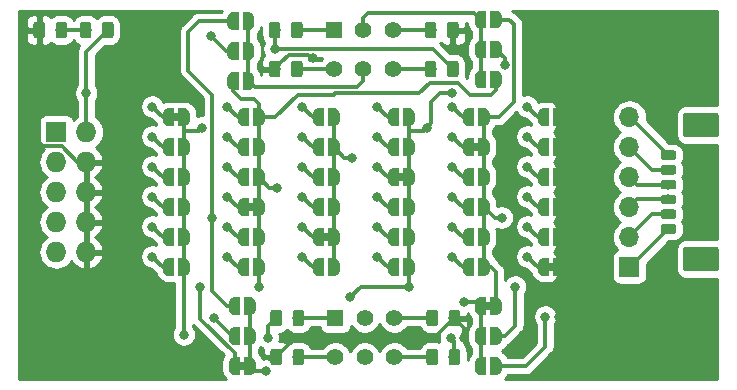
<source format=gtl>
G04 #@! TF.GenerationSoftware,KiCad,Pcbnew,(5.1.4)-1*
G04 #@! TF.CreationDate,2021-03-16T12:48:33+01:00*
G04 #@! TF.ProjectId,ISP_Adapter_V10,4953505f-4164-4617-9074-65725f563130,rev?*
G04 #@! TF.SameCoordinates,Original*
G04 #@! TF.FileFunction,Copper,L1,Top*
G04 #@! TF.FilePolarity,Positive*
%FSLAX46Y46*%
G04 Gerber Fmt 4.6, Leading zero omitted, Abs format (unit mm)*
G04 Created by KiCad (PCBNEW (5.1.4)-1) date 2021-03-16 12:48:33*
%MOMM*%
%LPD*%
G04 APERTURE LIST*
%ADD10C,0.100000*%
%ADD11C,0.500000*%
%ADD12R,1.727200X1.727200*%
%ADD13O,1.727200X1.727200*%
%ADD14C,0.800000*%
%ADD15C,2.100000*%
%ADD16R,1.700000X1.700000*%
%ADD17O,1.700000X1.700000*%
%ADD18C,1.400000*%
%ADD19R,1.400000X1.400000*%
%ADD20C,0.975000*%
%ADD21C,0.300000*%
%ADD22C,0.254000*%
G04 APERTURE END LIST*
D10*
G36*
X175002000Y-64724000D02*
G01*
X174502000Y-64724000D01*
X174502000Y-65324000D01*
X175002000Y-65324000D01*
X175002000Y-64724000D01*
G37*
G36*
X155952000Y-62184000D02*
G01*
X155452000Y-62184000D01*
X155452000Y-62784000D01*
X155952000Y-62784000D01*
X155952000Y-62184000D01*
G37*
G36*
X149602000Y-59644000D02*
G01*
X149102000Y-59644000D01*
X149102000Y-60244000D01*
X149602000Y-60244000D01*
X149602000Y-59644000D01*
G37*
G36*
X162302000Y-57104000D02*
G01*
X161802000Y-57104000D01*
X161802000Y-57704000D01*
X162302000Y-57704000D01*
X162302000Y-57104000D01*
G37*
G36*
X168652000Y-54564000D02*
G01*
X168152000Y-54564000D01*
X168152000Y-55164000D01*
X168652000Y-55164000D01*
X168652000Y-54564000D01*
G37*
G36*
X143252000Y-52024000D02*
G01*
X142752000Y-52024000D01*
X142752000Y-52624000D01*
X143252000Y-52624000D01*
X143252000Y-52024000D01*
G37*
G36*
X169168000Y-68626000D02*
G01*
X169668000Y-68626000D01*
X169668000Y-68026000D01*
X169168000Y-68026000D01*
X169168000Y-68626000D01*
G37*
G36*
X148840000Y-73106000D02*
G01*
X148340000Y-73106000D01*
X148340000Y-73706000D01*
X148840000Y-73706000D01*
X148840000Y-73106000D01*
G37*
D11*
X142352000Y-65024000D03*
D10*
G36*
X142852000Y-65774000D02*
G01*
X142352000Y-65774000D01*
X142352000Y-65773398D01*
X142327466Y-65773398D01*
X142278635Y-65768588D01*
X142230510Y-65759016D01*
X142183555Y-65744772D01*
X142138222Y-65725995D01*
X142094949Y-65702864D01*
X142054150Y-65675604D01*
X142016221Y-65644476D01*
X141981524Y-65609779D01*
X141950396Y-65571850D01*
X141923136Y-65531051D01*
X141900005Y-65487778D01*
X141881228Y-65442445D01*
X141866984Y-65395490D01*
X141857412Y-65347365D01*
X141852602Y-65298534D01*
X141852602Y-65274000D01*
X141852000Y-65274000D01*
X141852000Y-64774000D01*
X141852602Y-64774000D01*
X141852602Y-64749466D01*
X141857412Y-64700635D01*
X141866984Y-64652510D01*
X141881228Y-64605555D01*
X141900005Y-64560222D01*
X141923136Y-64516949D01*
X141950396Y-64476150D01*
X141981524Y-64438221D01*
X142016221Y-64403524D01*
X142054150Y-64372396D01*
X142094949Y-64345136D01*
X142138222Y-64322005D01*
X142183555Y-64303228D01*
X142230510Y-64288984D01*
X142278635Y-64279412D01*
X142327466Y-64274602D01*
X142352000Y-64274602D01*
X142352000Y-64274000D01*
X142852000Y-64274000D01*
X142852000Y-65774000D01*
X142852000Y-65774000D01*
G37*
D11*
X143652000Y-65024000D03*
D10*
G36*
X143652000Y-64274602D02*
G01*
X143676534Y-64274602D01*
X143725365Y-64279412D01*
X143773490Y-64288984D01*
X143820445Y-64303228D01*
X143865778Y-64322005D01*
X143909051Y-64345136D01*
X143949850Y-64372396D01*
X143987779Y-64403524D01*
X144022476Y-64438221D01*
X144053604Y-64476150D01*
X144080864Y-64516949D01*
X144103995Y-64560222D01*
X144122772Y-64605555D01*
X144137016Y-64652510D01*
X144146588Y-64700635D01*
X144151398Y-64749466D01*
X144151398Y-64774000D01*
X144152000Y-64774000D01*
X144152000Y-65274000D01*
X144151398Y-65274000D01*
X144151398Y-65298534D01*
X144146588Y-65347365D01*
X144137016Y-65395490D01*
X144122772Y-65442445D01*
X144103995Y-65487778D01*
X144080864Y-65531051D01*
X144053604Y-65571850D01*
X144022476Y-65609779D01*
X143987779Y-65644476D01*
X143949850Y-65675604D01*
X143909051Y-65702864D01*
X143865778Y-65725995D01*
X143820445Y-65744772D01*
X143773490Y-65759016D01*
X143725365Y-65768588D01*
X143676534Y-65773398D01*
X143652000Y-65773398D01*
X143652000Y-65774000D01*
X143152000Y-65774000D01*
X143152000Y-64274000D01*
X143652000Y-64274000D01*
X143652000Y-64274602D01*
X143652000Y-64274602D01*
G37*
D11*
X143652000Y-54864000D03*
D10*
G36*
X143652000Y-54114602D02*
G01*
X143676534Y-54114602D01*
X143725365Y-54119412D01*
X143773490Y-54128984D01*
X143820445Y-54143228D01*
X143865778Y-54162005D01*
X143909051Y-54185136D01*
X143949850Y-54212396D01*
X143987779Y-54243524D01*
X144022476Y-54278221D01*
X144053604Y-54316150D01*
X144080864Y-54356949D01*
X144103995Y-54400222D01*
X144122772Y-54445555D01*
X144137016Y-54492510D01*
X144146588Y-54540635D01*
X144151398Y-54589466D01*
X144151398Y-54614000D01*
X144152000Y-54614000D01*
X144152000Y-55114000D01*
X144151398Y-55114000D01*
X144151398Y-55138534D01*
X144146588Y-55187365D01*
X144137016Y-55235490D01*
X144122772Y-55282445D01*
X144103995Y-55327778D01*
X144080864Y-55371051D01*
X144053604Y-55411850D01*
X144022476Y-55449779D01*
X143987779Y-55484476D01*
X143949850Y-55515604D01*
X143909051Y-55542864D01*
X143865778Y-55565995D01*
X143820445Y-55584772D01*
X143773490Y-55599016D01*
X143725365Y-55608588D01*
X143676534Y-55613398D01*
X143652000Y-55613398D01*
X143652000Y-55614000D01*
X143152000Y-55614000D01*
X143152000Y-54114000D01*
X143652000Y-54114000D01*
X143652000Y-54114602D01*
X143652000Y-54114602D01*
G37*
D11*
X142352000Y-54864000D03*
D10*
G36*
X142852000Y-55614000D02*
G01*
X142352000Y-55614000D01*
X142352000Y-55613398D01*
X142327466Y-55613398D01*
X142278635Y-55608588D01*
X142230510Y-55599016D01*
X142183555Y-55584772D01*
X142138222Y-55565995D01*
X142094949Y-55542864D01*
X142054150Y-55515604D01*
X142016221Y-55484476D01*
X141981524Y-55449779D01*
X141950396Y-55411850D01*
X141923136Y-55371051D01*
X141900005Y-55327778D01*
X141881228Y-55282445D01*
X141866984Y-55235490D01*
X141857412Y-55187365D01*
X141852602Y-55138534D01*
X141852602Y-55114000D01*
X141852000Y-55114000D01*
X141852000Y-54614000D01*
X141852602Y-54614000D01*
X141852602Y-54589466D01*
X141857412Y-54540635D01*
X141866984Y-54492510D01*
X141881228Y-54445555D01*
X141900005Y-54400222D01*
X141923136Y-54356949D01*
X141950396Y-54316150D01*
X141981524Y-54278221D01*
X142016221Y-54243524D01*
X142054150Y-54212396D01*
X142094949Y-54185136D01*
X142138222Y-54162005D01*
X142183555Y-54143228D01*
X142230510Y-54128984D01*
X142278635Y-54119412D01*
X142327466Y-54114602D01*
X142352000Y-54114602D01*
X142352000Y-54114000D01*
X142852000Y-54114000D01*
X142852000Y-55614000D01*
X142852000Y-55614000D01*
G37*
D11*
X143652000Y-57404000D03*
D10*
G36*
X143652000Y-56654602D02*
G01*
X143676534Y-56654602D01*
X143725365Y-56659412D01*
X143773490Y-56668984D01*
X143820445Y-56683228D01*
X143865778Y-56702005D01*
X143909051Y-56725136D01*
X143949850Y-56752396D01*
X143987779Y-56783524D01*
X144022476Y-56818221D01*
X144053604Y-56856150D01*
X144080864Y-56896949D01*
X144103995Y-56940222D01*
X144122772Y-56985555D01*
X144137016Y-57032510D01*
X144146588Y-57080635D01*
X144151398Y-57129466D01*
X144151398Y-57154000D01*
X144152000Y-57154000D01*
X144152000Y-57654000D01*
X144151398Y-57654000D01*
X144151398Y-57678534D01*
X144146588Y-57727365D01*
X144137016Y-57775490D01*
X144122772Y-57822445D01*
X144103995Y-57867778D01*
X144080864Y-57911051D01*
X144053604Y-57951850D01*
X144022476Y-57989779D01*
X143987779Y-58024476D01*
X143949850Y-58055604D01*
X143909051Y-58082864D01*
X143865778Y-58105995D01*
X143820445Y-58124772D01*
X143773490Y-58139016D01*
X143725365Y-58148588D01*
X143676534Y-58153398D01*
X143652000Y-58153398D01*
X143652000Y-58154000D01*
X143152000Y-58154000D01*
X143152000Y-56654000D01*
X143652000Y-56654000D01*
X143652000Y-56654602D01*
X143652000Y-56654602D01*
G37*
D11*
X142352000Y-57404000D03*
D10*
G36*
X142852000Y-58154000D02*
G01*
X142352000Y-58154000D01*
X142352000Y-58153398D01*
X142327466Y-58153398D01*
X142278635Y-58148588D01*
X142230510Y-58139016D01*
X142183555Y-58124772D01*
X142138222Y-58105995D01*
X142094949Y-58082864D01*
X142054150Y-58055604D01*
X142016221Y-58024476D01*
X141981524Y-57989779D01*
X141950396Y-57951850D01*
X141923136Y-57911051D01*
X141900005Y-57867778D01*
X141881228Y-57822445D01*
X141866984Y-57775490D01*
X141857412Y-57727365D01*
X141852602Y-57678534D01*
X141852602Y-57654000D01*
X141852000Y-57654000D01*
X141852000Y-57154000D01*
X141852602Y-57154000D01*
X141852602Y-57129466D01*
X141857412Y-57080635D01*
X141866984Y-57032510D01*
X141881228Y-56985555D01*
X141900005Y-56940222D01*
X141923136Y-56896949D01*
X141950396Y-56856150D01*
X141981524Y-56818221D01*
X142016221Y-56783524D01*
X142054150Y-56752396D01*
X142094949Y-56725136D01*
X142138222Y-56702005D01*
X142183555Y-56683228D01*
X142230510Y-56668984D01*
X142278635Y-56659412D01*
X142327466Y-56654602D01*
X142352000Y-56654602D01*
X142352000Y-56654000D01*
X142852000Y-56654000D01*
X142852000Y-58154000D01*
X142852000Y-58154000D01*
G37*
D11*
X142352000Y-59944000D03*
D10*
G36*
X142852000Y-60694000D02*
G01*
X142352000Y-60694000D01*
X142352000Y-60693398D01*
X142327466Y-60693398D01*
X142278635Y-60688588D01*
X142230510Y-60679016D01*
X142183555Y-60664772D01*
X142138222Y-60645995D01*
X142094949Y-60622864D01*
X142054150Y-60595604D01*
X142016221Y-60564476D01*
X141981524Y-60529779D01*
X141950396Y-60491850D01*
X141923136Y-60451051D01*
X141900005Y-60407778D01*
X141881228Y-60362445D01*
X141866984Y-60315490D01*
X141857412Y-60267365D01*
X141852602Y-60218534D01*
X141852602Y-60194000D01*
X141852000Y-60194000D01*
X141852000Y-59694000D01*
X141852602Y-59694000D01*
X141852602Y-59669466D01*
X141857412Y-59620635D01*
X141866984Y-59572510D01*
X141881228Y-59525555D01*
X141900005Y-59480222D01*
X141923136Y-59436949D01*
X141950396Y-59396150D01*
X141981524Y-59358221D01*
X142016221Y-59323524D01*
X142054150Y-59292396D01*
X142094949Y-59265136D01*
X142138222Y-59242005D01*
X142183555Y-59223228D01*
X142230510Y-59208984D01*
X142278635Y-59199412D01*
X142327466Y-59194602D01*
X142352000Y-59194602D01*
X142352000Y-59194000D01*
X142852000Y-59194000D01*
X142852000Y-60694000D01*
X142852000Y-60694000D01*
G37*
D11*
X143652000Y-59944000D03*
D10*
G36*
X143652000Y-59194602D02*
G01*
X143676534Y-59194602D01*
X143725365Y-59199412D01*
X143773490Y-59208984D01*
X143820445Y-59223228D01*
X143865778Y-59242005D01*
X143909051Y-59265136D01*
X143949850Y-59292396D01*
X143987779Y-59323524D01*
X144022476Y-59358221D01*
X144053604Y-59396150D01*
X144080864Y-59436949D01*
X144103995Y-59480222D01*
X144122772Y-59525555D01*
X144137016Y-59572510D01*
X144146588Y-59620635D01*
X144151398Y-59669466D01*
X144151398Y-59694000D01*
X144152000Y-59694000D01*
X144152000Y-60194000D01*
X144151398Y-60194000D01*
X144151398Y-60218534D01*
X144146588Y-60267365D01*
X144137016Y-60315490D01*
X144122772Y-60362445D01*
X144103995Y-60407778D01*
X144080864Y-60451051D01*
X144053604Y-60491850D01*
X144022476Y-60529779D01*
X143987779Y-60564476D01*
X143949850Y-60595604D01*
X143909051Y-60622864D01*
X143865778Y-60645995D01*
X143820445Y-60664772D01*
X143773490Y-60679016D01*
X143725365Y-60688588D01*
X143676534Y-60693398D01*
X143652000Y-60693398D01*
X143652000Y-60694000D01*
X143152000Y-60694000D01*
X143152000Y-59194000D01*
X143652000Y-59194000D01*
X143652000Y-59194602D01*
X143652000Y-59194602D01*
G37*
D11*
X143652000Y-62484000D03*
D10*
G36*
X143652000Y-61734602D02*
G01*
X143676534Y-61734602D01*
X143725365Y-61739412D01*
X143773490Y-61748984D01*
X143820445Y-61763228D01*
X143865778Y-61782005D01*
X143909051Y-61805136D01*
X143949850Y-61832396D01*
X143987779Y-61863524D01*
X144022476Y-61898221D01*
X144053604Y-61936150D01*
X144080864Y-61976949D01*
X144103995Y-62020222D01*
X144122772Y-62065555D01*
X144137016Y-62112510D01*
X144146588Y-62160635D01*
X144151398Y-62209466D01*
X144151398Y-62234000D01*
X144152000Y-62234000D01*
X144152000Y-62734000D01*
X144151398Y-62734000D01*
X144151398Y-62758534D01*
X144146588Y-62807365D01*
X144137016Y-62855490D01*
X144122772Y-62902445D01*
X144103995Y-62947778D01*
X144080864Y-62991051D01*
X144053604Y-63031850D01*
X144022476Y-63069779D01*
X143987779Y-63104476D01*
X143949850Y-63135604D01*
X143909051Y-63162864D01*
X143865778Y-63185995D01*
X143820445Y-63204772D01*
X143773490Y-63219016D01*
X143725365Y-63228588D01*
X143676534Y-63233398D01*
X143652000Y-63233398D01*
X143652000Y-63234000D01*
X143152000Y-63234000D01*
X143152000Y-61734000D01*
X143652000Y-61734000D01*
X143652000Y-61734602D01*
X143652000Y-61734602D01*
G37*
D11*
X142352000Y-62484000D03*
D10*
G36*
X142852000Y-63234000D02*
G01*
X142352000Y-63234000D01*
X142352000Y-63233398D01*
X142327466Y-63233398D01*
X142278635Y-63228588D01*
X142230510Y-63219016D01*
X142183555Y-63204772D01*
X142138222Y-63185995D01*
X142094949Y-63162864D01*
X142054150Y-63135604D01*
X142016221Y-63104476D01*
X141981524Y-63069779D01*
X141950396Y-63031850D01*
X141923136Y-62991051D01*
X141900005Y-62947778D01*
X141881228Y-62902445D01*
X141866984Y-62855490D01*
X141857412Y-62807365D01*
X141852602Y-62758534D01*
X141852602Y-62734000D01*
X141852000Y-62734000D01*
X141852000Y-62234000D01*
X141852602Y-62234000D01*
X141852602Y-62209466D01*
X141857412Y-62160635D01*
X141866984Y-62112510D01*
X141881228Y-62065555D01*
X141900005Y-62020222D01*
X141923136Y-61976949D01*
X141950396Y-61936150D01*
X141981524Y-61898221D01*
X142016221Y-61863524D01*
X142054150Y-61832396D01*
X142094949Y-61805136D01*
X142138222Y-61782005D01*
X142183555Y-61763228D01*
X142230510Y-61748984D01*
X142278635Y-61739412D01*
X142327466Y-61734602D01*
X142352000Y-61734602D01*
X142352000Y-61734000D01*
X142852000Y-61734000D01*
X142852000Y-63234000D01*
X142852000Y-63234000D01*
G37*
D11*
X150002000Y-52324000D03*
D10*
G36*
X150002000Y-51574602D02*
G01*
X150026534Y-51574602D01*
X150075365Y-51579412D01*
X150123490Y-51588984D01*
X150170445Y-51603228D01*
X150215778Y-51622005D01*
X150259051Y-51645136D01*
X150299850Y-51672396D01*
X150337779Y-51703524D01*
X150372476Y-51738221D01*
X150403604Y-51776150D01*
X150430864Y-51816949D01*
X150453995Y-51860222D01*
X150472772Y-51905555D01*
X150487016Y-51952510D01*
X150496588Y-52000635D01*
X150501398Y-52049466D01*
X150501398Y-52074000D01*
X150502000Y-52074000D01*
X150502000Y-52574000D01*
X150501398Y-52574000D01*
X150501398Y-52598534D01*
X150496588Y-52647365D01*
X150487016Y-52695490D01*
X150472772Y-52742445D01*
X150453995Y-52787778D01*
X150430864Y-52831051D01*
X150403604Y-52871850D01*
X150372476Y-52909779D01*
X150337779Y-52944476D01*
X150299850Y-52975604D01*
X150259051Y-53002864D01*
X150215778Y-53025995D01*
X150170445Y-53044772D01*
X150123490Y-53059016D01*
X150075365Y-53068588D01*
X150026534Y-53073398D01*
X150002000Y-53073398D01*
X150002000Y-53074000D01*
X149502000Y-53074000D01*
X149502000Y-51574000D01*
X150002000Y-51574000D01*
X150002000Y-51574602D01*
X150002000Y-51574602D01*
G37*
D11*
X148702000Y-52324000D03*
D10*
G36*
X149202000Y-53074000D02*
G01*
X148702000Y-53074000D01*
X148702000Y-53073398D01*
X148677466Y-53073398D01*
X148628635Y-53068588D01*
X148580510Y-53059016D01*
X148533555Y-53044772D01*
X148488222Y-53025995D01*
X148444949Y-53002864D01*
X148404150Y-52975604D01*
X148366221Y-52944476D01*
X148331524Y-52909779D01*
X148300396Y-52871850D01*
X148273136Y-52831051D01*
X148250005Y-52787778D01*
X148231228Y-52742445D01*
X148216984Y-52695490D01*
X148207412Y-52647365D01*
X148202602Y-52598534D01*
X148202602Y-52574000D01*
X148202000Y-52574000D01*
X148202000Y-52074000D01*
X148202602Y-52074000D01*
X148202602Y-52049466D01*
X148207412Y-52000635D01*
X148216984Y-51952510D01*
X148231228Y-51905555D01*
X148250005Y-51860222D01*
X148273136Y-51816949D01*
X148300396Y-51776150D01*
X148331524Y-51738221D01*
X148366221Y-51703524D01*
X148404150Y-51672396D01*
X148444949Y-51645136D01*
X148488222Y-51622005D01*
X148533555Y-51603228D01*
X148580510Y-51588984D01*
X148628635Y-51579412D01*
X148677466Y-51574602D01*
X148702000Y-51574602D01*
X148702000Y-51574000D01*
X149202000Y-51574000D01*
X149202000Y-53074000D01*
X149202000Y-53074000D01*
G37*
D11*
X148702000Y-54864000D03*
D10*
G36*
X149202000Y-55614000D02*
G01*
X148702000Y-55614000D01*
X148702000Y-55613398D01*
X148677466Y-55613398D01*
X148628635Y-55608588D01*
X148580510Y-55599016D01*
X148533555Y-55584772D01*
X148488222Y-55565995D01*
X148444949Y-55542864D01*
X148404150Y-55515604D01*
X148366221Y-55484476D01*
X148331524Y-55449779D01*
X148300396Y-55411850D01*
X148273136Y-55371051D01*
X148250005Y-55327778D01*
X148231228Y-55282445D01*
X148216984Y-55235490D01*
X148207412Y-55187365D01*
X148202602Y-55138534D01*
X148202602Y-55114000D01*
X148202000Y-55114000D01*
X148202000Y-54614000D01*
X148202602Y-54614000D01*
X148202602Y-54589466D01*
X148207412Y-54540635D01*
X148216984Y-54492510D01*
X148231228Y-54445555D01*
X148250005Y-54400222D01*
X148273136Y-54356949D01*
X148300396Y-54316150D01*
X148331524Y-54278221D01*
X148366221Y-54243524D01*
X148404150Y-54212396D01*
X148444949Y-54185136D01*
X148488222Y-54162005D01*
X148533555Y-54143228D01*
X148580510Y-54128984D01*
X148628635Y-54119412D01*
X148677466Y-54114602D01*
X148702000Y-54114602D01*
X148702000Y-54114000D01*
X149202000Y-54114000D01*
X149202000Y-55614000D01*
X149202000Y-55614000D01*
G37*
D11*
X150002000Y-54864000D03*
D10*
G36*
X150002000Y-54114602D02*
G01*
X150026534Y-54114602D01*
X150075365Y-54119412D01*
X150123490Y-54128984D01*
X150170445Y-54143228D01*
X150215778Y-54162005D01*
X150259051Y-54185136D01*
X150299850Y-54212396D01*
X150337779Y-54243524D01*
X150372476Y-54278221D01*
X150403604Y-54316150D01*
X150430864Y-54356949D01*
X150453995Y-54400222D01*
X150472772Y-54445555D01*
X150487016Y-54492510D01*
X150496588Y-54540635D01*
X150501398Y-54589466D01*
X150501398Y-54614000D01*
X150502000Y-54614000D01*
X150502000Y-55114000D01*
X150501398Y-55114000D01*
X150501398Y-55138534D01*
X150496588Y-55187365D01*
X150487016Y-55235490D01*
X150472772Y-55282445D01*
X150453995Y-55327778D01*
X150430864Y-55371051D01*
X150403604Y-55411850D01*
X150372476Y-55449779D01*
X150337779Y-55484476D01*
X150299850Y-55515604D01*
X150259051Y-55542864D01*
X150215778Y-55565995D01*
X150170445Y-55584772D01*
X150123490Y-55599016D01*
X150075365Y-55608588D01*
X150026534Y-55613398D01*
X150002000Y-55613398D01*
X150002000Y-55614000D01*
X149502000Y-55614000D01*
X149502000Y-54114000D01*
X150002000Y-54114000D01*
X150002000Y-54114602D01*
X150002000Y-54114602D01*
G37*
D11*
X150002000Y-57404000D03*
D10*
G36*
X150002000Y-56654602D02*
G01*
X150026534Y-56654602D01*
X150075365Y-56659412D01*
X150123490Y-56668984D01*
X150170445Y-56683228D01*
X150215778Y-56702005D01*
X150259051Y-56725136D01*
X150299850Y-56752396D01*
X150337779Y-56783524D01*
X150372476Y-56818221D01*
X150403604Y-56856150D01*
X150430864Y-56896949D01*
X150453995Y-56940222D01*
X150472772Y-56985555D01*
X150487016Y-57032510D01*
X150496588Y-57080635D01*
X150501398Y-57129466D01*
X150501398Y-57154000D01*
X150502000Y-57154000D01*
X150502000Y-57654000D01*
X150501398Y-57654000D01*
X150501398Y-57678534D01*
X150496588Y-57727365D01*
X150487016Y-57775490D01*
X150472772Y-57822445D01*
X150453995Y-57867778D01*
X150430864Y-57911051D01*
X150403604Y-57951850D01*
X150372476Y-57989779D01*
X150337779Y-58024476D01*
X150299850Y-58055604D01*
X150259051Y-58082864D01*
X150215778Y-58105995D01*
X150170445Y-58124772D01*
X150123490Y-58139016D01*
X150075365Y-58148588D01*
X150026534Y-58153398D01*
X150002000Y-58153398D01*
X150002000Y-58154000D01*
X149502000Y-58154000D01*
X149502000Y-56654000D01*
X150002000Y-56654000D01*
X150002000Y-56654602D01*
X150002000Y-56654602D01*
G37*
D11*
X148702000Y-57404000D03*
D10*
G36*
X149202000Y-58154000D02*
G01*
X148702000Y-58154000D01*
X148702000Y-58153398D01*
X148677466Y-58153398D01*
X148628635Y-58148588D01*
X148580510Y-58139016D01*
X148533555Y-58124772D01*
X148488222Y-58105995D01*
X148444949Y-58082864D01*
X148404150Y-58055604D01*
X148366221Y-58024476D01*
X148331524Y-57989779D01*
X148300396Y-57951850D01*
X148273136Y-57911051D01*
X148250005Y-57867778D01*
X148231228Y-57822445D01*
X148216984Y-57775490D01*
X148207412Y-57727365D01*
X148202602Y-57678534D01*
X148202602Y-57654000D01*
X148202000Y-57654000D01*
X148202000Y-57154000D01*
X148202602Y-57154000D01*
X148202602Y-57129466D01*
X148207412Y-57080635D01*
X148216984Y-57032510D01*
X148231228Y-56985555D01*
X148250005Y-56940222D01*
X148273136Y-56896949D01*
X148300396Y-56856150D01*
X148331524Y-56818221D01*
X148366221Y-56783524D01*
X148404150Y-56752396D01*
X148444949Y-56725136D01*
X148488222Y-56702005D01*
X148533555Y-56683228D01*
X148580510Y-56668984D01*
X148628635Y-56659412D01*
X148677466Y-56654602D01*
X148702000Y-56654602D01*
X148702000Y-56654000D01*
X149202000Y-56654000D01*
X149202000Y-58154000D01*
X149202000Y-58154000D01*
G37*
D11*
X150002000Y-62484000D03*
D10*
G36*
X150002000Y-61734602D02*
G01*
X150026534Y-61734602D01*
X150075365Y-61739412D01*
X150123490Y-61748984D01*
X150170445Y-61763228D01*
X150215778Y-61782005D01*
X150259051Y-61805136D01*
X150299850Y-61832396D01*
X150337779Y-61863524D01*
X150372476Y-61898221D01*
X150403604Y-61936150D01*
X150430864Y-61976949D01*
X150453995Y-62020222D01*
X150472772Y-62065555D01*
X150487016Y-62112510D01*
X150496588Y-62160635D01*
X150501398Y-62209466D01*
X150501398Y-62234000D01*
X150502000Y-62234000D01*
X150502000Y-62734000D01*
X150501398Y-62734000D01*
X150501398Y-62758534D01*
X150496588Y-62807365D01*
X150487016Y-62855490D01*
X150472772Y-62902445D01*
X150453995Y-62947778D01*
X150430864Y-62991051D01*
X150403604Y-63031850D01*
X150372476Y-63069779D01*
X150337779Y-63104476D01*
X150299850Y-63135604D01*
X150259051Y-63162864D01*
X150215778Y-63185995D01*
X150170445Y-63204772D01*
X150123490Y-63219016D01*
X150075365Y-63228588D01*
X150026534Y-63233398D01*
X150002000Y-63233398D01*
X150002000Y-63234000D01*
X149502000Y-63234000D01*
X149502000Y-61734000D01*
X150002000Y-61734000D01*
X150002000Y-61734602D01*
X150002000Y-61734602D01*
G37*
D11*
X148702000Y-62484000D03*
D10*
G36*
X149202000Y-63234000D02*
G01*
X148702000Y-63234000D01*
X148702000Y-63233398D01*
X148677466Y-63233398D01*
X148628635Y-63228588D01*
X148580510Y-63219016D01*
X148533555Y-63204772D01*
X148488222Y-63185995D01*
X148444949Y-63162864D01*
X148404150Y-63135604D01*
X148366221Y-63104476D01*
X148331524Y-63069779D01*
X148300396Y-63031850D01*
X148273136Y-62991051D01*
X148250005Y-62947778D01*
X148231228Y-62902445D01*
X148216984Y-62855490D01*
X148207412Y-62807365D01*
X148202602Y-62758534D01*
X148202602Y-62734000D01*
X148202000Y-62734000D01*
X148202000Y-62234000D01*
X148202602Y-62234000D01*
X148202602Y-62209466D01*
X148207412Y-62160635D01*
X148216984Y-62112510D01*
X148231228Y-62065555D01*
X148250005Y-62020222D01*
X148273136Y-61976949D01*
X148300396Y-61936150D01*
X148331524Y-61898221D01*
X148366221Y-61863524D01*
X148404150Y-61832396D01*
X148444949Y-61805136D01*
X148488222Y-61782005D01*
X148533555Y-61763228D01*
X148580510Y-61748984D01*
X148628635Y-61739412D01*
X148677466Y-61734602D01*
X148702000Y-61734602D01*
X148702000Y-61734000D01*
X149202000Y-61734000D01*
X149202000Y-63234000D01*
X149202000Y-63234000D01*
G37*
D11*
X148702000Y-65024000D03*
D10*
G36*
X149202000Y-65774000D02*
G01*
X148702000Y-65774000D01*
X148702000Y-65773398D01*
X148677466Y-65773398D01*
X148628635Y-65768588D01*
X148580510Y-65759016D01*
X148533555Y-65744772D01*
X148488222Y-65725995D01*
X148444949Y-65702864D01*
X148404150Y-65675604D01*
X148366221Y-65644476D01*
X148331524Y-65609779D01*
X148300396Y-65571850D01*
X148273136Y-65531051D01*
X148250005Y-65487778D01*
X148231228Y-65442445D01*
X148216984Y-65395490D01*
X148207412Y-65347365D01*
X148202602Y-65298534D01*
X148202602Y-65274000D01*
X148202000Y-65274000D01*
X148202000Y-64774000D01*
X148202602Y-64774000D01*
X148202602Y-64749466D01*
X148207412Y-64700635D01*
X148216984Y-64652510D01*
X148231228Y-64605555D01*
X148250005Y-64560222D01*
X148273136Y-64516949D01*
X148300396Y-64476150D01*
X148331524Y-64438221D01*
X148366221Y-64403524D01*
X148404150Y-64372396D01*
X148444949Y-64345136D01*
X148488222Y-64322005D01*
X148533555Y-64303228D01*
X148580510Y-64288984D01*
X148628635Y-64279412D01*
X148677466Y-64274602D01*
X148702000Y-64274602D01*
X148702000Y-64274000D01*
X149202000Y-64274000D01*
X149202000Y-65774000D01*
X149202000Y-65774000D01*
G37*
D11*
X150002000Y-65024000D03*
D10*
G36*
X150002000Y-64274602D02*
G01*
X150026534Y-64274602D01*
X150075365Y-64279412D01*
X150123490Y-64288984D01*
X150170445Y-64303228D01*
X150215778Y-64322005D01*
X150259051Y-64345136D01*
X150299850Y-64372396D01*
X150337779Y-64403524D01*
X150372476Y-64438221D01*
X150403604Y-64476150D01*
X150430864Y-64516949D01*
X150453995Y-64560222D01*
X150472772Y-64605555D01*
X150487016Y-64652510D01*
X150496588Y-64700635D01*
X150501398Y-64749466D01*
X150501398Y-64774000D01*
X150502000Y-64774000D01*
X150502000Y-65274000D01*
X150501398Y-65274000D01*
X150501398Y-65298534D01*
X150496588Y-65347365D01*
X150487016Y-65395490D01*
X150472772Y-65442445D01*
X150453995Y-65487778D01*
X150430864Y-65531051D01*
X150403604Y-65571850D01*
X150372476Y-65609779D01*
X150337779Y-65644476D01*
X150299850Y-65675604D01*
X150259051Y-65702864D01*
X150215778Y-65725995D01*
X150170445Y-65744772D01*
X150123490Y-65759016D01*
X150075365Y-65768588D01*
X150026534Y-65773398D01*
X150002000Y-65773398D01*
X150002000Y-65774000D01*
X149502000Y-65774000D01*
X149502000Y-64274000D01*
X150002000Y-64274000D01*
X150002000Y-64274602D01*
X150002000Y-64274602D01*
G37*
D11*
X156352000Y-52324000D03*
D10*
G36*
X156352000Y-51574602D02*
G01*
X156376534Y-51574602D01*
X156425365Y-51579412D01*
X156473490Y-51588984D01*
X156520445Y-51603228D01*
X156565778Y-51622005D01*
X156609051Y-51645136D01*
X156649850Y-51672396D01*
X156687779Y-51703524D01*
X156722476Y-51738221D01*
X156753604Y-51776150D01*
X156780864Y-51816949D01*
X156803995Y-51860222D01*
X156822772Y-51905555D01*
X156837016Y-51952510D01*
X156846588Y-52000635D01*
X156851398Y-52049466D01*
X156851398Y-52074000D01*
X156852000Y-52074000D01*
X156852000Y-52574000D01*
X156851398Y-52574000D01*
X156851398Y-52598534D01*
X156846588Y-52647365D01*
X156837016Y-52695490D01*
X156822772Y-52742445D01*
X156803995Y-52787778D01*
X156780864Y-52831051D01*
X156753604Y-52871850D01*
X156722476Y-52909779D01*
X156687779Y-52944476D01*
X156649850Y-52975604D01*
X156609051Y-53002864D01*
X156565778Y-53025995D01*
X156520445Y-53044772D01*
X156473490Y-53059016D01*
X156425365Y-53068588D01*
X156376534Y-53073398D01*
X156352000Y-53073398D01*
X156352000Y-53074000D01*
X155852000Y-53074000D01*
X155852000Y-51574000D01*
X156352000Y-51574000D01*
X156352000Y-51574602D01*
X156352000Y-51574602D01*
G37*
D11*
X155052000Y-52324000D03*
D10*
G36*
X155552000Y-53074000D02*
G01*
X155052000Y-53074000D01*
X155052000Y-53073398D01*
X155027466Y-53073398D01*
X154978635Y-53068588D01*
X154930510Y-53059016D01*
X154883555Y-53044772D01*
X154838222Y-53025995D01*
X154794949Y-53002864D01*
X154754150Y-52975604D01*
X154716221Y-52944476D01*
X154681524Y-52909779D01*
X154650396Y-52871850D01*
X154623136Y-52831051D01*
X154600005Y-52787778D01*
X154581228Y-52742445D01*
X154566984Y-52695490D01*
X154557412Y-52647365D01*
X154552602Y-52598534D01*
X154552602Y-52574000D01*
X154552000Y-52574000D01*
X154552000Y-52074000D01*
X154552602Y-52074000D01*
X154552602Y-52049466D01*
X154557412Y-52000635D01*
X154566984Y-51952510D01*
X154581228Y-51905555D01*
X154600005Y-51860222D01*
X154623136Y-51816949D01*
X154650396Y-51776150D01*
X154681524Y-51738221D01*
X154716221Y-51703524D01*
X154754150Y-51672396D01*
X154794949Y-51645136D01*
X154838222Y-51622005D01*
X154883555Y-51603228D01*
X154930510Y-51588984D01*
X154978635Y-51579412D01*
X155027466Y-51574602D01*
X155052000Y-51574602D01*
X155052000Y-51574000D01*
X155552000Y-51574000D01*
X155552000Y-53074000D01*
X155552000Y-53074000D01*
G37*
D11*
X155052000Y-54864000D03*
D10*
G36*
X155552000Y-55614000D02*
G01*
X155052000Y-55614000D01*
X155052000Y-55613398D01*
X155027466Y-55613398D01*
X154978635Y-55608588D01*
X154930510Y-55599016D01*
X154883555Y-55584772D01*
X154838222Y-55565995D01*
X154794949Y-55542864D01*
X154754150Y-55515604D01*
X154716221Y-55484476D01*
X154681524Y-55449779D01*
X154650396Y-55411850D01*
X154623136Y-55371051D01*
X154600005Y-55327778D01*
X154581228Y-55282445D01*
X154566984Y-55235490D01*
X154557412Y-55187365D01*
X154552602Y-55138534D01*
X154552602Y-55114000D01*
X154552000Y-55114000D01*
X154552000Y-54614000D01*
X154552602Y-54614000D01*
X154552602Y-54589466D01*
X154557412Y-54540635D01*
X154566984Y-54492510D01*
X154581228Y-54445555D01*
X154600005Y-54400222D01*
X154623136Y-54356949D01*
X154650396Y-54316150D01*
X154681524Y-54278221D01*
X154716221Y-54243524D01*
X154754150Y-54212396D01*
X154794949Y-54185136D01*
X154838222Y-54162005D01*
X154883555Y-54143228D01*
X154930510Y-54128984D01*
X154978635Y-54119412D01*
X155027466Y-54114602D01*
X155052000Y-54114602D01*
X155052000Y-54114000D01*
X155552000Y-54114000D01*
X155552000Y-55614000D01*
X155552000Y-55614000D01*
G37*
D11*
X156352000Y-54864000D03*
D10*
G36*
X156352000Y-54114602D02*
G01*
X156376534Y-54114602D01*
X156425365Y-54119412D01*
X156473490Y-54128984D01*
X156520445Y-54143228D01*
X156565778Y-54162005D01*
X156609051Y-54185136D01*
X156649850Y-54212396D01*
X156687779Y-54243524D01*
X156722476Y-54278221D01*
X156753604Y-54316150D01*
X156780864Y-54356949D01*
X156803995Y-54400222D01*
X156822772Y-54445555D01*
X156837016Y-54492510D01*
X156846588Y-54540635D01*
X156851398Y-54589466D01*
X156851398Y-54614000D01*
X156852000Y-54614000D01*
X156852000Y-55114000D01*
X156851398Y-55114000D01*
X156851398Y-55138534D01*
X156846588Y-55187365D01*
X156837016Y-55235490D01*
X156822772Y-55282445D01*
X156803995Y-55327778D01*
X156780864Y-55371051D01*
X156753604Y-55411850D01*
X156722476Y-55449779D01*
X156687779Y-55484476D01*
X156649850Y-55515604D01*
X156609051Y-55542864D01*
X156565778Y-55565995D01*
X156520445Y-55584772D01*
X156473490Y-55599016D01*
X156425365Y-55608588D01*
X156376534Y-55613398D01*
X156352000Y-55613398D01*
X156352000Y-55614000D01*
X155852000Y-55614000D01*
X155852000Y-54114000D01*
X156352000Y-54114000D01*
X156352000Y-54114602D01*
X156352000Y-54114602D01*
G37*
D11*
X156352000Y-57404000D03*
D10*
G36*
X156352000Y-56654602D02*
G01*
X156376534Y-56654602D01*
X156425365Y-56659412D01*
X156473490Y-56668984D01*
X156520445Y-56683228D01*
X156565778Y-56702005D01*
X156609051Y-56725136D01*
X156649850Y-56752396D01*
X156687779Y-56783524D01*
X156722476Y-56818221D01*
X156753604Y-56856150D01*
X156780864Y-56896949D01*
X156803995Y-56940222D01*
X156822772Y-56985555D01*
X156837016Y-57032510D01*
X156846588Y-57080635D01*
X156851398Y-57129466D01*
X156851398Y-57154000D01*
X156852000Y-57154000D01*
X156852000Y-57654000D01*
X156851398Y-57654000D01*
X156851398Y-57678534D01*
X156846588Y-57727365D01*
X156837016Y-57775490D01*
X156822772Y-57822445D01*
X156803995Y-57867778D01*
X156780864Y-57911051D01*
X156753604Y-57951850D01*
X156722476Y-57989779D01*
X156687779Y-58024476D01*
X156649850Y-58055604D01*
X156609051Y-58082864D01*
X156565778Y-58105995D01*
X156520445Y-58124772D01*
X156473490Y-58139016D01*
X156425365Y-58148588D01*
X156376534Y-58153398D01*
X156352000Y-58153398D01*
X156352000Y-58154000D01*
X155852000Y-58154000D01*
X155852000Y-56654000D01*
X156352000Y-56654000D01*
X156352000Y-56654602D01*
X156352000Y-56654602D01*
G37*
D11*
X155052000Y-57404000D03*
D10*
G36*
X155552000Y-58154000D02*
G01*
X155052000Y-58154000D01*
X155052000Y-58153398D01*
X155027466Y-58153398D01*
X154978635Y-58148588D01*
X154930510Y-58139016D01*
X154883555Y-58124772D01*
X154838222Y-58105995D01*
X154794949Y-58082864D01*
X154754150Y-58055604D01*
X154716221Y-58024476D01*
X154681524Y-57989779D01*
X154650396Y-57951850D01*
X154623136Y-57911051D01*
X154600005Y-57867778D01*
X154581228Y-57822445D01*
X154566984Y-57775490D01*
X154557412Y-57727365D01*
X154552602Y-57678534D01*
X154552602Y-57654000D01*
X154552000Y-57654000D01*
X154552000Y-57154000D01*
X154552602Y-57154000D01*
X154552602Y-57129466D01*
X154557412Y-57080635D01*
X154566984Y-57032510D01*
X154581228Y-56985555D01*
X154600005Y-56940222D01*
X154623136Y-56896949D01*
X154650396Y-56856150D01*
X154681524Y-56818221D01*
X154716221Y-56783524D01*
X154754150Y-56752396D01*
X154794949Y-56725136D01*
X154838222Y-56702005D01*
X154883555Y-56683228D01*
X154930510Y-56668984D01*
X154978635Y-56659412D01*
X155027466Y-56654602D01*
X155052000Y-56654602D01*
X155052000Y-56654000D01*
X155552000Y-56654000D01*
X155552000Y-58154000D01*
X155552000Y-58154000D01*
G37*
D11*
X155052000Y-59944000D03*
D10*
G36*
X155552000Y-60694000D02*
G01*
X155052000Y-60694000D01*
X155052000Y-60693398D01*
X155027466Y-60693398D01*
X154978635Y-60688588D01*
X154930510Y-60679016D01*
X154883555Y-60664772D01*
X154838222Y-60645995D01*
X154794949Y-60622864D01*
X154754150Y-60595604D01*
X154716221Y-60564476D01*
X154681524Y-60529779D01*
X154650396Y-60491850D01*
X154623136Y-60451051D01*
X154600005Y-60407778D01*
X154581228Y-60362445D01*
X154566984Y-60315490D01*
X154557412Y-60267365D01*
X154552602Y-60218534D01*
X154552602Y-60194000D01*
X154552000Y-60194000D01*
X154552000Y-59694000D01*
X154552602Y-59694000D01*
X154552602Y-59669466D01*
X154557412Y-59620635D01*
X154566984Y-59572510D01*
X154581228Y-59525555D01*
X154600005Y-59480222D01*
X154623136Y-59436949D01*
X154650396Y-59396150D01*
X154681524Y-59358221D01*
X154716221Y-59323524D01*
X154754150Y-59292396D01*
X154794949Y-59265136D01*
X154838222Y-59242005D01*
X154883555Y-59223228D01*
X154930510Y-59208984D01*
X154978635Y-59199412D01*
X155027466Y-59194602D01*
X155052000Y-59194602D01*
X155052000Y-59194000D01*
X155552000Y-59194000D01*
X155552000Y-60694000D01*
X155552000Y-60694000D01*
G37*
D11*
X156352000Y-59944000D03*
D10*
G36*
X156352000Y-59194602D02*
G01*
X156376534Y-59194602D01*
X156425365Y-59199412D01*
X156473490Y-59208984D01*
X156520445Y-59223228D01*
X156565778Y-59242005D01*
X156609051Y-59265136D01*
X156649850Y-59292396D01*
X156687779Y-59323524D01*
X156722476Y-59358221D01*
X156753604Y-59396150D01*
X156780864Y-59436949D01*
X156803995Y-59480222D01*
X156822772Y-59525555D01*
X156837016Y-59572510D01*
X156846588Y-59620635D01*
X156851398Y-59669466D01*
X156851398Y-59694000D01*
X156852000Y-59694000D01*
X156852000Y-60194000D01*
X156851398Y-60194000D01*
X156851398Y-60218534D01*
X156846588Y-60267365D01*
X156837016Y-60315490D01*
X156822772Y-60362445D01*
X156803995Y-60407778D01*
X156780864Y-60451051D01*
X156753604Y-60491850D01*
X156722476Y-60529779D01*
X156687779Y-60564476D01*
X156649850Y-60595604D01*
X156609051Y-60622864D01*
X156565778Y-60645995D01*
X156520445Y-60664772D01*
X156473490Y-60679016D01*
X156425365Y-60688588D01*
X156376534Y-60693398D01*
X156352000Y-60693398D01*
X156352000Y-60694000D01*
X155852000Y-60694000D01*
X155852000Y-59194000D01*
X156352000Y-59194000D01*
X156352000Y-59194602D01*
X156352000Y-59194602D01*
G37*
D11*
X156352000Y-65024000D03*
D10*
G36*
X156352000Y-64274602D02*
G01*
X156376534Y-64274602D01*
X156425365Y-64279412D01*
X156473490Y-64288984D01*
X156520445Y-64303228D01*
X156565778Y-64322005D01*
X156609051Y-64345136D01*
X156649850Y-64372396D01*
X156687779Y-64403524D01*
X156722476Y-64438221D01*
X156753604Y-64476150D01*
X156780864Y-64516949D01*
X156803995Y-64560222D01*
X156822772Y-64605555D01*
X156837016Y-64652510D01*
X156846588Y-64700635D01*
X156851398Y-64749466D01*
X156851398Y-64774000D01*
X156852000Y-64774000D01*
X156852000Y-65274000D01*
X156851398Y-65274000D01*
X156851398Y-65298534D01*
X156846588Y-65347365D01*
X156837016Y-65395490D01*
X156822772Y-65442445D01*
X156803995Y-65487778D01*
X156780864Y-65531051D01*
X156753604Y-65571850D01*
X156722476Y-65609779D01*
X156687779Y-65644476D01*
X156649850Y-65675604D01*
X156609051Y-65702864D01*
X156565778Y-65725995D01*
X156520445Y-65744772D01*
X156473490Y-65759016D01*
X156425365Y-65768588D01*
X156376534Y-65773398D01*
X156352000Y-65773398D01*
X156352000Y-65774000D01*
X155852000Y-65774000D01*
X155852000Y-64274000D01*
X156352000Y-64274000D01*
X156352000Y-64274602D01*
X156352000Y-64274602D01*
G37*
D11*
X155052000Y-65024000D03*
D10*
G36*
X155552000Y-65774000D02*
G01*
X155052000Y-65774000D01*
X155052000Y-65773398D01*
X155027466Y-65773398D01*
X154978635Y-65768588D01*
X154930510Y-65759016D01*
X154883555Y-65744772D01*
X154838222Y-65725995D01*
X154794949Y-65702864D01*
X154754150Y-65675604D01*
X154716221Y-65644476D01*
X154681524Y-65609779D01*
X154650396Y-65571850D01*
X154623136Y-65531051D01*
X154600005Y-65487778D01*
X154581228Y-65442445D01*
X154566984Y-65395490D01*
X154557412Y-65347365D01*
X154552602Y-65298534D01*
X154552602Y-65274000D01*
X154552000Y-65274000D01*
X154552000Y-64774000D01*
X154552602Y-64774000D01*
X154552602Y-64749466D01*
X154557412Y-64700635D01*
X154566984Y-64652510D01*
X154581228Y-64605555D01*
X154600005Y-64560222D01*
X154623136Y-64516949D01*
X154650396Y-64476150D01*
X154681524Y-64438221D01*
X154716221Y-64403524D01*
X154754150Y-64372396D01*
X154794949Y-64345136D01*
X154838222Y-64322005D01*
X154883555Y-64303228D01*
X154930510Y-64288984D01*
X154978635Y-64279412D01*
X155027466Y-64274602D01*
X155052000Y-64274602D01*
X155052000Y-64274000D01*
X155552000Y-64274000D01*
X155552000Y-65774000D01*
X155552000Y-65774000D01*
G37*
D11*
X161402000Y-52324000D03*
D10*
G36*
X161902000Y-53074000D02*
G01*
X161402000Y-53074000D01*
X161402000Y-53073398D01*
X161377466Y-53073398D01*
X161328635Y-53068588D01*
X161280510Y-53059016D01*
X161233555Y-53044772D01*
X161188222Y-53025995D01*
X161144949Y-53002864D01*
X161104150Y-52975604D01*
X161066221Y-52944476D01*
X161031524Y-52909779D01*
X161000396Y-52871850D01*
X160973136Y-52831051D01*
X160950005Y-52787778D01*
X160931228Y-52742445D01*
X160916984Y-52695490D01*
X160907412Y-52647365D01*
X160902602Y-52598534D01*
X160902602Y-52574000D01*
X160902000Y-52574000D01*
X160902000Y-52074000D01*
X160902602Y-52074000D01*
X160902602Y-52049466D01*
X160907412Y-52000635D01*
X160916984Y-51952510D01*
X160931228Y-51905555D01*
X160950005Y-51860222D01*
X160973136Y-51816949D01*
X161000396Y-51776150D01*
X161031524Y-51738221D01*
X161066221Y-51703524D01*
X161104150Y-51672396D01*
X161144949Y-51645136D01*
X161188222Y-51622005D01*
X161233555Y-51603228D01*
X161280510Y-51588984D01*
X161328635Y-51579412D01*
X161377466Y-51574602D01*
X161402000Y-51574602D01*
X161402000Y-51574000D01*
X161902000Y-51574000D01*
X161902000Y-53074000D01*
X161902000Y-53074000D01*
G37*
D11*
X162702000Y-52324000D03*
D10*
G36*
X162702000Y-51574602D02*
G01*
X162726534Y-51574602D01*
X162775365Y-51579412D01*
X162823490Y-51588984D01*
X162870445Y-51603228D01*
X162915778Y-51622005D01*
X162959051Y-51645136D01*
X162999850Y-51672396D01*
X163037779Y-51703524D01*
X163072476Y-51738221D01*
X163103604Y-51776150D01*
X163130864Y-51816949D01*
X163153995Y-51860222D01*
X163172772Y-51905555D01*
X163187016Y-51952510D01*
X163196588Y-52000635D01*
X163201398Y-52049466D01*
X163201398Y-52074000D01*
X163202000Y-52074000D01*
X163202000Y-52574000D01*
X163201398Y-52574000D01*
X163201398Y-52598534D01*
X163196588Y-52647365D01*
X163187016Y-52695490D01*
X163172772Y-52742445D01*
X163153995Y-52787778D01*
X163130864Y-52831051D01*
X163103604Y-52871850D01*
X163072476Y-52909779D01*
X163037779Y-52944476D01*
X162999850Y-52975604D01*
X162959051Y-53002864D01*
X162915778Y-53025995D01*
X162870445Y-53044772D01*
X162823490Y-53059016D01*
X162775365Y-53068588D01*
X162726534Y-53073398D01*
X162702000Y-53073398D01*
X162702000Y-53074000D01*
X162202000Y-53074000D01*
X162202000Y-51574000D01*
X162702000Y-51574000D01*
X162702000Y-51574602D01*
X162702000Y-51574602D01*
G37*
D11*
X162702000Y-54864000D03*
D10*
G36*
X162702000Y-54114602D02*
G01*
X162726534Y-54114602D01*
X162775365Y-54119412D01*
X162823490Y-54128984D01*
X162870445Y-54143228D01*
X162915778Y-54162005D01*
X162959051Y-54185136D01*
X162999850Y-54212396D01*
X163037779Y-54243524D01*
X163072476Y-54278221D01*
X163103604Y-54316150D01*
X163130864Y-54356949D01*
X163153995Y-54400222D01*
X163172772Y-54445555D01*
X163187016Y-54492510D01*
X163196588Y-54540635D01*
X163201398Y-54589466D01*
X163201398Y-54614000D01*
X163202000Y-54614000D01*
X163202000Y-55114000D01*
X163201398Y-55114000D01*
X163201398Y-55138534D01*
X163196588Y-55187365D01*
X163187016Y-55235490D01*
X163172772Y-55282445D01*
X163153995Y-55327778D01*
X163130864Y-55371051D01*
X163103604Y-55411850D01*
X163072476Y-55449779D01*
X163037779Y-55484476D01*
X162999850Y-55515604D01*
X162959051Y-55542864D01*
X162915778Y-55565995D01*
X162870445Y-55584772D01*
X162823490Y-55599016D01*
X162775365Y-55608588D01*
X162726534Y-55613398D01*
X162702000Y-55613398D01*
X162702000Y-55614000D01*
X162202000Y-55614000D01*
X162202000Y-54114000D01*
X162702000Y-54114000D01*
X162702000Y-54114602D01*
X162702000Y-54114602D01*
G37*
D11*
X161402000Y-54864000D03*
D10*
G36*
X161902000Y-55614000D02*
G01*
X161402000Y-55614000D01*
X161402000Y-55613398D01*
X161377466Y-55613398D01*
X161328635Y-55608588D01*
X161280510Y-55599016D01*
X161233555Y-55584772D01*
X161188222Y-55565995D01*
X161144949Y-55542864D01*
X161104150Y-55515604D01*
X161066221Y-55484476D01*
X161031524Y-55449779D01*
X161000396Y-55411850D01*
X160973136Y-55371051D01*
X160950005Y-55327778D01*
X160931228Y-55282445D01*
X160916984Y-55235490D01*
X160907412Y-55187365D01*
X160902602Y-55138534D01*
X160902602Y-55114000D01*
X160902000Y-55114000D01*
X160902000Y-54614000D01*
X160902602Y-54614000D01*
X160902602Y-54589466D01*
X160907412Y-54540635D01*
X160916984Y-54492510D01*
X160931228Y-54445555D01*
X160950005Y-54400222D01*
X160973136Y-54356949D01*
X161000396Y-54316150D01*
X161031524Y-54278221D01*
X161066221Y-54243524D01*
X161104150Y-54212396D01*
X161144949Y-54185136D01*
X161188222Y-54162005D01*
X161233555Y-54143228D01*
X161280510Y-54128984D01*
X161328635Y-54119412D01*
X161377466Y-54114602D01*
X161402000Y-54114602D01*
X161402000Y-54114000D01*
X161902000Y-54114000D01*
X161902000Y-55614000D01*
X161902000Y-55614000D01*
G37*
D11*
X162702000Y-59944000D03*
D10*
G36*
X162702000Y-59194602D02*
G01*
X162726534Y-59194602D01*
X162775365Y-59199412D01*
X162823490Y-59208984D01*
X162870445Y-59223228D01*
X162915778Y-59242005D01*
X162959051Y-59265136D01*
X162999850Y-59292396D01*
X163037779Y-59323524D01*
X163072476Y-59358221D01*
X163103604Y-59396150D01*
X163130864Y-59436949D01*
X163153995Y-59480222D01*
X163172772Y-59525555D01*
X163187016Y-59572510D01*
X163196588Y-59620635D01*
X163201398Y-59669466D01*
X163201398Y-59694000D01*
X163202000Y-59694000D01*
X163202000Y-60194000D01*
X163201398Y-60194000D01*
X163201398Y-60218534D01*
X163196588Y-60267365D01*
X163187016Y-60315490D01*
X163172772Y-60362445D01*
X163153995Y-60407778D01*
X163130864Y-60451051D01*
X163103604Y-60491850D01*
X163072476Y-60529779D01*
X163037779Y-60564476D01*
X162999850Y-60595604D01*
X162959051Y-60622864D01*
X162915778Y-60645995D01*
X162870445Y-60664772D01*
X162823490Y-60679016D01*
X162775365Y-60688588D01*
X162726534Y-60693398D01*
X162702000Y-60693398D01*
X162702000Y-60694000D01*
X162202000Y-60694000D01*
X162202000Y-59194000D01*
X162702000Y-59194000D01*
X162702000Y-59194602D01*
X162702000Y-59194602D01*
G37*
D11*
X161402000Y-59944000D03*
D10*
G36*
X161902000Y-60694000D02*
G01*
X161402000Y-60694000D01*
X161402000Y-60693398D01*
X161377466Y-60693398D01*
X161328635Y-60688588D01*
X161280510Y-60679016D01*
X161233555Y-60664772D01*
X161188222Y-60645995D01*
X161144949Y-60622864D01*
X161104150Y-60595604D01*
X161066221Y-60564476D01*
X161031524Y-60529779D01*
X161000396Y-60491850D01*
X160973136Y-60451051D01*
X160950005Y-60407778D01*
X160931228Y-60362445D01*
X160916984Y-60315490D01*
X160907412Y-60267365D01*
X160902602Y-60218534D01*
X160902602Y-60194000D01*
X160902000Y-60194000D01*
X160902000Y-59694000D01*
X160902602Y-59694000D01*
X160902602Y-59669466D01*
X160907412Y-59620635D01*
X160916984Y-59572510D01*
X160931228Y-59525555D01*
X160950005Y-59480222D01*
X160973136Y-59436949D01*
X161000396Y-59396150D01*
X161031524Y-59358221D01*
X161066221Y-59323524D01*
X161104150Y-59292396D01*
X161144949Y-59265136D01*
X161188222Y-59242005D01*
X161233555Y-59223228D01*
X161280510Y-59208984D01*
X161328635Y-59199412D01*
X161377466Y-59194602D01*
X161402000Y-59194602D01*
X161402000Y-59194000D01*
X161902000Y-59194000D01*
X161902000Y-60694000D01*
X161902000Y-60694000D01*
G37*
D11*
X161402000Y-62484000D03*
D10*
G36*
X161902000Y-63234000D02*
G01*
X161402000Y-63234000D01*
X161402000Y-63233398D01*
X161377466Y-63233398D01*
X161328635Y-63228588D01*
X161280510Y-63219016D01*
X161233555Y-63204772D01*
X161188222Y-63185995D01*
X161144949Y-63162864D01*
X161104150Y-63135604D01*
X161066221Y-63104476D01*
X161031524Y-63069779D01*
X161000396Y-63031850D01*
X160973136Y-62991051D01*
X160950005Y-62947778D01*
X160931228Y-62902445D01*
X160916984Y-62855490D01*
X160907412Y-62807365D01*
X160902602Y-62758534D01*
X160902602Y-62734000D01*
X160902000Y-62734000D01*
X160902000Y-62234000D01*
X160902602Y-62234000D01*
X160902602Y-62209466D01*
X160907412Y-62160635D01*
X160916984Y-62112510D01*
X160931228Y-62065555D01*
X160950005Y-62020222D01*
X160973136Y-61976949D01*
X161000396Y-61936150D01*
X161031524Y-61898221D01*
X161066221Y-61863524D01*
X161104150Y-61832396D01*
X161144949Y-61805136D01*
X161188222Y-61782005D01*
X161233555Y-61763228D01*
X161280510Y-61748984D01*
X161328635Y-61739412D01*
X161377466Y-61734602D01*
X161402000Y-61734602D01*
X161402000Y-61734000D01*
X161902000Y-61734000D01*
X161902000Y-63234000D01*
X161902000Y-63234000D01*
G37*
D11*
X162702000Y-62484000D03*
D10*
G36*
X162702000Y-61734602D02*
G01*
X162726534Y-61734602D01*
X162775365Y-61739412D01*
X162823490Y-61748984D01*
X162870445Y-61763228D01*
X162915778Y-61782005D01*
X162959051Y-61805136D01*
X162999850Y-61832396D01*
X163037779Y-61863524D01*
X163072476Y-61898221D01*
X163103604Y-61936150D01*
X163130864Y-61976949D01*
X163153995Y-62020222D01*
X163172772Y-62065555D01*
X163187016Y-62112510D01*
X163196588Y-62160635D01*
X163201398Y-62209466D01*
X163201398Y-62234000D01*
X163202000Y-62234000D01*
X163202000Y-62734000D01*
X163201398Y-62734000D01*
X163201398Y-62758534D01*
X163196588Y-62807365D01*
X163187016Y-62855490D01*
X163172772Y-62902445D01*
X163153995Y-62947778D01*
X163130864Y-62991051D01*
X163103604Y-63031850D01*
X163072476Y-63069779D01*
X163037779Y-63104476D01*
X162999850Y-63135604D01*
X162959051Y-63162864D01*
X162915778Y-63185995D01*
X162870445Y-63204772D01*
X162823490Y-63219016D01*
X162775365Y-63228588D01*
X162726534Y-63233398D01*
X162702000Y-63233398D01*
X162702000Y-63234000D01*
X162202000Y-63234000D01*
X162202000Y-61734000D01*
X162702000Y-61734000D01*
X162702000Y-61734602D01*
X162702000Y-61734602D01*
G37*
D11*
X162702000Y-65024000D03*
D10*
G36*
X162702000Y-64274602D02*
G01*
X162726534Y-64274602D01*
X162775365Y-64279412D01*
X162823490Y-64288984D01*
X162870445Y-64303228D01*
X162915778Y-64322005D01*
X162959051Y-64345136D01*
X162999850Y-64372396D01*
X163037779Y-64403524D01*
X163072476Y-64438221D01*
X163103604Y-64476150D01*
X163130864Y-64516949D01*
X163153995Y-64560222D01*
X163172772Y-64605555D01*
X163187016Y-64652510D01*
X163196588Y-64700635D01*
X163201398Y-64749466D01*
X163201398Y-64774000D01*
X163202000Y-64774000D01*
X163202000Y-65274000D01*
X163201398Y-65274000D01*
X163201398Y-65298534D01*
X163196588Y-65347365D01*
X163187016Y-65395490D01*
X163172772Y-65442445D01*
X163153995Y-65487778D01*
X163130864Y-65531051D01*
X163103604Y-65571850D01*
X163072476Y-65609779D01*
X163037779Y-65644476D01*
X162999850Y-65675604D01*
X162959051Y-65702864D01*
X162915778Y-65725995D01*
X162870445Y-65744772D01*
X162823490Y-65759016D01*
X162775365Y-65768588D01*
X162726534Y-65773398D01*
X162702000Y-65773398D01*
X162702000Y-65774000D01*
X162202000Y-65774000D01*
X162202000Y-64274000D01*
X162702000Y-64274000D01*
X162702000Y-64274602D01*
X162702000Y-64274602D01*
G37*
D11*
X161402000Y-65024000D03*
D10*
G36*
X161902000Y-65774000D02*
G01*
X161402000Y-65774000D01*
X161402000Y-65773398D01*
X161377466Y-65773398D01*
X161328635Y-65768588D01*
X161280510Y-65759016D01*
X161233555Y-65744772D01*
X161188222Y-65725995D01*
X161144949Y-65702864D01*
X161104150Y-65675604D01*
X161066221Y-65644476D01*
X161031524Y-65609779D01*
X161000396Y-65571850D01*
X160973136Y-65531051D01*
X160950005Y-65487778D01*
X160931228Y-65442445D01*
X160916984Y-65395490D01*
X160907412Y-65347365D01*
X160902602Y-65298534D01*
X160902602Y-65274000D01*
X160902000Y-65274000D01*
X160902000Y-64774000D01*
X160902602Y-64774000D01*
X160902602Y-64749466D01*
X160907412Y-64700635D01*
X160916984Y-64652510D01*
X160931228Y-64605555D01*
X160950005Y-64560222D01*
X160973136Y-64516949D01*
X161000396Y-64476150D01*
X161031524Y-64438221D01*
X161066221Y-64403524D01*
X161104150Y-64372396D01*
X161144949Y-64345136D01*
X161188222Y-64322005D01*
X161233555Y-64303228D01*
X161280510Y-64288984D01*
X161328635Y-64279412D01*
X161377466Y-64274602D01*
X161402000Y-64274602D01*
X161402000Y-64274000D01*
X161902000Y-64274000D01*
X161902000Y-65774000D01*
X161902000Y-65774000D01*
G37*
D11*
X167752000Y-52324000D03*
D10*
G36*
X168252000Y-53074000D02*
G01*
X167752000Y-53074000D01*
X167752000Y-53073398D01*
X167727466Y-53073398D01*
X167678635Y-53068588D01*
X167630510Y-53059016D01*
X167583555Y-53044772D01*
X167538222Y-53025995D01*
X167494949Y-53002864D01*
X167454150Y-52975604D01*
X167416221Y-52944476D01*
X167381524Y-52909779D01*
X167350396Y-52871850D01*
X167323136Y-52831051D01*
X167300005Y-52787778D01*
X167281228Y-52742445D01*
X167266984Y-52695490D01*
X167257412Y-52647365D01*
X167252602Y-52598534D01*
X167252602Y-52574000D01*
X167252000Y-52574000D01*
X167252000Y-52074000D01*
X167252602Y-52074000D01*
X167252602Y-52049466D01*
X167257412Y-52000635D01*
X167266984Y-51952510D01*
X167281228Y-51905555D01*
X167300005Y-51860222D01*
X167323136Y-51816949D01*
X167350396Y-51776150D01*
X167381524Y-51738221D01*
X167416221Y-51703524D01*
X167454150Y-51672396D01*
X167494949Y-51645136D01*
X167538222Y-51622005D01*
X167583555Y-51603228D01*
X167630510Y-51588984D01*
X167678635Y-51579412D01*
X167727466Y-51574602D01*
X167752000Y-51574602D01*
X167752000Y-51574000D01*
X168252000Y-51574000D01*
X168252000Y-53074000D01*
X168252000Y-53074000D01*
G37*
D11*
X169052000Y-52324000D03*
D10*
G36*
X169052000Y-51574602D02*
G01*
X169076534Y-51574602D01*
X169125365Y-51579412D01*
X169173490Y-51588984D01*
X169220445Y-51603228D01*
X169265778Y-51622005D01*
X169309051Y-51645136D01*
X169349850Y-51672396D01*
X169387779Y-51703524D01*
X169422476Y-51738221D01*
X169453604Y-51776150D01*
X169480864Y-51816949D01*
X169503995Y-51860222D01*
X169522772Y-51905555D01*
X169537016Y-51952510D01*
X169546588Y-52000635D01*
X169551398Y-52049466D01*
X169551398Y-52074000D01*
X169552000Y-52074000D01*
X169552000Y-52574000D01*
X169551398Y-52574000D01*
X169551398Y-52598534D01*
X169546588Y-52647365D01*
X169537016Y-52695490D01*
X169522772Y-52742445D01*
X169503995Y-52787778D01*
X169480864Y-52831051D01*
X169453604Y-52871850D01*
X169422476Y-52909779D01*
X169387779Y-52944476D01*
X169349850Y-52975604D01*
X169309051Y-53002864D01*
X169265778Y-53025995D01*
X169220445Y-53044772D01*
X169173490Y-53059016D01*
X169125365Y-53068588D01*
X169076534Y-53073398D01*
X169052000Y-53073398D01*
X169052000Y-53074000D01*
X168552000Y-53074000D01*
X168552000Y-51574000D01*
X169052000Y-51574000D01*
X169052000Y-51574602D01*
X169052000Y-51574602D01*
G37*
D11*
X167752000Y-57404000D03*
D10*
G36*
X168252000Y-58154000D02*
G01*
X167752000Y-58154000D01*
X167752000Y-58153398D01*
X167727466Y-58153398D01*
X167678635Y-58148588D01*
X167630510Y-58139016D01*
X167583555Y-58124772D01*
X167538222Y-58105995D01*
X167494949Y-58082864D01*
X167454150Y-58055604D01*
X167416221Y-58024476D01*
X167381524Y-57989779D01*
X167350396Y-57951850D01*
X167323136Y-57911051D01*
X167300005Y-57867778D01*
X167281228Y-57822445D01*
X167266984Y-57775490D01*
X167257412Y-57727365D01*
X167252602Y-57678534D01*
X167252602Y-57654000D01*
X167252000Y-57654000D01*
X167252000Y-57154000D01*
X167252602Y-57154000D01*
X167252602Y-57129466D01*
X167257412Y-57080635D01*
X167266984Y-57032510D01*
X167281228Y-56985555D01*
X167300005Y-56940222D01*
X167323136Y-56896949D01*
X167350396Y-56856150D01*
X167381524Y-56818221D01*
X167416221Y-56783524D01*
X167454150Y-56752396D01*
X167494949Y-56725136D01*
X167538222Y-56702005D01*
X167583555Y-56683228D01*
X167630510Y-56668984D01*
X167678635Y-56659412D01*
X167727466Y-56654602D01*
X167752000Y-56654602D01*
X167752000Y-56654000D01*
X168252000Y-56654000D01*
X168252000Y-58154000D01*
X168252000Y-58154000D01*
G37*
D11*
X169052000Y-57404000D03*
D10*
G36*
X169052000Y-56654602D02*
G01*
X169076534Y-56654602D01*
X169125365Y-56659412D01*
X169173490Y-56668984D01*
X169220445Y-56683228D01*
X169265778Y-56702005D01*
X169309051Y-56725136D01*
X169349850Y-56752396D01*
X169387779Y-56783524D01*
X169422476Y-56818221D01*
X169453604Y-56856150D01*
X169480864Y-56896949D01*
X169503995Y-56940222D01*
X169522772Y-56985555D01*
X169537016Y-57032510D01*
X169546588Y-57080635D01*
X169551398Y-57129466D01*
X169551398Y-57154000D01*
X169552000Y-57154000D01*
X169552000Y-57654000D01*
X169551398Y-57654000D01*
X169551398Y-57678534D01*
X169546588Y-57727365D01*
X169537016Y-57775490D01*
X169522772Y-57822445D01*
X169503995Y-57867778D01*
X169480864Y-57911051D01*
X169453604Y-57951850D01*
X169422476Y-57989779D01*
X169387779Y-58024476D01*
X169349850Y-58055604D01*
X169309051Y-58082864D01*
X169265778Y-58105995D01*
X169220445Y-58124772D01*
X169173490Y-58139016D01*
X169125365Y-58148588D01*
X169076534Y-58153398D01*
X169052000Y-58153398D01*
X169052000Y-58154000D01*
X168552000Y-58154000D01*
X168552000Y-56654000D01*
X169052000Y-56654000D01*
X169052000Y-56654602D01*
X169052000Y-56654602D01*
G37*
D11*
X169052000Y-59944000D03*
D10*
G36*
X169052000Y-59194602D02*
G01*
X169076534Y-59194602D01*
X169125365Y-59199412D01*
X169173490Y-59208984D01*
X169220445Y-59223228D01*
X169265778Y-59242005D01*
X169309051Y-59265136D01*
X169349850Y-59292396D01*
X169387779Y-59323524D01*
X169422476Y-59358221D01*
X169453604Y-59396150D01*
X169480864Y-59436949D01*
X169503995Y-59480222D01*
X169522772Y-59525555D01*
X169537016Y-59572510D01*
X169546588Y-59620635D01*
X169551398Y-59669466D01*
X169551398Y-59694000D01*
X169552000Y-59694000D01*
X169552000Y-60194000D01*
X169551398Y-60194000D01*
X169551398Y-60218534D01*
X169546588Y-60267365D01*
X169537016Y-60315490D01*
X169522772Y-60362445D01*
X169503995Y-60407778D01*
X169480864Y-60451051D01*
X169453604Y-60491850D01*
X169422476Y-60529779D01*
X169387779Y-60564476D01*
X169349850Y-60595604D01*
X169309051Y-60622864D01*
X169265778Y-60645995D01*
X169220445Y-60664772D01*
X169173490Y-60679016D01*
X169125365Y-60688588D01*
X169076534Y-60693398D01*
X169052000Y-60693398D01*
X169052000Y-60694000D01*
X168552000Y-60694000D01*
X168552000Y-59194000D01*
X169052000Y-59194000D01*
X169052000Y-59194602D01*
X169052000Y-59194602D01*
G37*
D11*
X167752000Y-59944000D03*
D10*
G36*
X168252000Y-60694000D02*
G01*
X167752000Y-60694000D01*
X167752000Y-60693398D01*
X167727466Y-60693398D01*
X167678635Y-60688588D01*
X167630510Y-60679016D01*
X167583555Y-60664772D01*
X167538222Y-60645995D01*
X167494949Y-60622864D01*
X167454150Y-60595604D01*
X167416221Y-60564476D01*
X167381524Y-60529779D01*
X167350396Y-60491850D01*
X167323136Y-60451051D01*
X167300005Y-60407778D01*
X167281228Y-60362445D01*
X167266984Y-60315490D01*
X167257412Y-60267365D01*
X167252602Y-60218534D01*
X167252602Y-60194000D01*
X167252000Y-60194000D01*
X167252000Y-59694000D01*
X167252602Y-59694000D01*
X167252602Y-59669466D01*
X167257412Y-59620635D01*
X167266984Y-59572510D01*
X167281228Y-59525555D01*
X167300005Y-59480222D01*
X167323136Y-59436949D01*
X167350396Y-59396150D01*
X167381524Y-59358221D01*
X167416221Y-59323524D01*
X167454150Y-59292396D01*
X167494949Y-59265136D01*
X167538222Y-59242005D01*
X167583555Y-59223228D01*
X167630510Y-59208984D01*
X167678635Y-59199412D01*
X167727466Y-59194602D01*
X167752000Y-59194602D01*
X167752000Y-59194000D01*
X168252000Y-59194000D01*
X168252000Y-60694000D01*
X168252000Y-60694000D01*
G37*
D11*
X167752000Y-62484000D03*
D10*
G36*
X168252000Y-63234000D02*
G01*
X167752000Y-63234000D01*
X167752000Y-63233398D01*
X167727466Y-63233398D01*
X167678635Y-63228588D01*
X167630510Y-63219016D01*
X167583555Y-63204772D01*
X167538222Y-63185995D01*
X167494949Y-63162864D01*
X167454150Y-63135604D01*
X167416221Y-63104476D01*
X167381524Y-63069779D01*
X167350396Y-63031850D01*
X167323136Y-62991051D01*
X167300005Y-62947778D01*
X167281228Y-62902445D01*
X167266984Y-62855490D01*
X167257412Y-62807365D01*
X167252602Y-62758534D01*
X167252602Y-62734000D01*
X167252000Y-62734000D01*
X167252000Y-62234000D01*
X167252602Y-62234000D01*
X167252602Y-62209466D01*
X167257412Y-62160635D01*
X167266984Y-62112510D01*
X167281228Y-62065555D01*
X167300005Y-62020222D01*
X167323136Y-61976949D01*
X167350396Y-61936150D01*
X167381524Y-61898221D01*
X167416221Y-61863524D01*
X167454150Y-61832396D01*
X167494949Y-61805136D01*
X167538222Y-61782005D01*
X167583555Y-61763228D01*
X167630510Y-61748984D01*
X167678635Y-61739412D01*
X167727466Y-61734602D01*
X167752000Y-61734602D01*
X167752000Y-61734000D01*
X168252000Y-61734000D01*
X168252000Y-63234000D01*
X168252000Y-63234000D01*
G37*
D11*
X169052000Y-62484000D03*
D10*
G36*
X169052000Y-61734602D02*
G01*
X169076534Y-61734602D01*
X169125365Y-61739412D01*
X169173490Y-61748984D01*
X169220445Y-61763228D01*
X169265778Y-61782005D01*
X169309051Y-61805136D01*
X169349850Y-61832396D01*
X169387779Y-61863524D01*
X169422476Y-61898221D01*
X169453604Y-61936150D01*
X169480864Y-61976949D01*
X169503995Y-62020222D01*
X169522772Y-62065555D01*
X169537016Y-62112510D01*
X169546588Y-62160635D01*
X169551398Y-62209466D01*
X169551398Y-62234000D01*
X169552000Y-62234000D01*
X169552000Y-62734000D01*
X169551398Y-62734000D01*
X169551398Y-62758534D01*
X169546588Y-62807365D01*
X169537016Y-62855490D01*
X169522772Y-62902445D01*
X169503995Y-62947778D01*
X169480864Y-62991051D01*
X169453604Y-63031850D01*
X169422476Y-63069779D01*
X169387779Y-63104476D01*
X169349850Y-63135604D01*
X169309051Y-63162864D01*
X169265778Y-63185995D01*
X169220445Y-63204772D01*
X169173490Y-63219016D01*
X169125365Y-63228588D01*
X169076534Y-63233398D01*
X169052000Y-63233398D01*
X169052000Y-63234000D01*
X168552000Y-63234000D01*
X168552000Y-61734000D01*
X169052000Y-61734000D01*
X169052000Y-61734602D01*
X169052000Y-61734602D01*
G37*
D11*
X169052000Y-65024000D03*
D10*
G36*
X169052000Y-64274602D02*
G01*
X169076534Y-64274602D01*
X169125365Y-64279412D01*
X169173490Y-64288984D01*
X169220445Y-64303228D01*
X169265778Y-64322005D01*
X169309051Y-64345136D01*
X169349850Y-64372396D01*
X169387779Y-64403524D01*
X169422476Y-64438221D01*
X169453604Y-64476150D01*
X169480864Y-64516949D01*
X169503995Y-64560222D01*
X169522772Y-64605555D01*
X169537016Y-64652510D01*
X169546588Y-64700635D01*
X169551398Y-64749466D01*
X169551398Y-64774000D01*
X169552000Y-64774000D01*
X169552000Y-65274000D01*
X169551398Y-65274000D01*
X169551398Y-65298534D01*
X169546588Y-65347365D01*
X169537016Y-65395490D01*
X169522772Y-65442445D01*
X169503995Y-65487778D01*
X169480864Y-65531051D01*
X169453604Y-65571850D01*
X169422476Y-65609779D01*
X169387779Y-65644476D01*
X169349850Y-65675604D01*
X169309051Y-65702864D01*
X169265778Y-65725995D01*
X169220445Y-65744772D01*
X169173490Y-65759016D01*
X169125365Y-65768588D01*
X169076534Y-65773398D01*
X169052000Y-65773398D01*
X169052000Y-65774000D01*
X168552000Y-65774000D01*
X168552000Y-64274000D01*
X169052000Y-64274000D01*
X169052000Y-64274602D01*
X169052000Y-64274602D01*
G37*
D11*
X167752000Y-65024000D03*
D10*
G36*
X168252000Y-65774000D02*
G01*
X167752000Y-65774000D01*
X167752000Y-65773398D01*
X167727466Y-65773398D01*
X167678635Y-65768588D01*
X167630510Y-65759016D01*
X167583555Y-65744772D01*
X167538222Y-65725995D01*
X167494949Y-65702864D01*
X167454150Y-65675604D01*
X167416221Y-65644476D01*
X167381524Y-65609779D01*
X167350396Y-65571850D01*
X167323136Y-65531051D01*
X167300005Y-65487778D01*
X167281228Y-65442445D01*
X167266984Y-65395490D01*
X167257412Y-65347365D01*
X167252602Y-65298534D01*
X167252602Y-65274000D01*
X167252000Y-65274000D01*
X167252000Y-64774000D01*
X167252602Y-64774000D01*
X167252602Y-64749466D01*
X167257412Y-64700635D01*
X167266984Y-64652510D01*
X167281228Y-64605555D01*
X167300005Y-64560222D01*
X167323136Y-64516949D01*
X167350396Y-64476150D01*
X167381524Y-64438221D01*
X167416221Y-64403524D01*
X167454150Y-64372396D01*
X167494949Y-64345136D01*
X167538222Y-64322005D01*
X167583555Y-64303228D01*
X167630510Y-64288984D01*
X167678635Y-64279412D01*
X167727466Y-64274602D01*
X167752000Y-64274602D01*
X167752000Y-64274000D01*
X168252000Y-64274000D01*
X168252000Y-65774000D01*
X168252000Y-65774000D01*
G37*
D11*
X174102000Y-52324000D03*
D10*
G36*
X174602000Y-53074000D02*
G01*
X174102000Y-53074000D01*
X174102000Y-53073398D01*
X174077466Y-53073398D01*
X174028635Y-53068588D01*
X173980510Y-53059016D01*
X173933555Y-53044772D01*
X173888222Y-53025995D01*
X173844949Y-53002864D01*
X173804150Y-52975604D01*
X173766221Y-52944476D01*
X173731524Y-52909779D01*
X173700396Y-52871850D01*
X173673136Y-52831051D01*
X173650005Y-52787778D01*
X173631228Y-52742445D01*
X173616984Y-52695490D01*
X173607412Y-52647365D01*
X173602602Y-52598534D01*
X173602602Y-52574000D01*
X173602000Y-52574000D01*
X173602000Y-52074000D01*
X173602602Y-52074000D01*
X173602602Y-52049466D01*
X173607412Y-52000635D01*
X173616984Y-51952510D01*
X173631228Y-51905555D01*
X173650005Y-51860222D01*
X173673136Y-51816949D01*
X173700396Y-51776150D01*
X173731524Y-51738221D01*
X173766221Y-51703524D01*
X173804150Y-51672396D01*
X173844949Y-51645136D01*
X173888222Y-51622005D01*
X173933555Y-51603228D01*
X173980510Y-51588984D01*
X174028635Y-51579412D01*
X174077466Y-51574602D01*
X174102000Y-51574602D01*
X174102000Y-51574000D01*
X174602000Y-51574000D01*
X174602000Y-53074000D01*
X174602000Y-53074000D01*
G37*
D11*
X175402000Y-52324000D03*
D10*
G36*
X175402000Y-51574602D02*
G01*
X175426534Y-51574602D01*
X175475365Y-51579412D01*
X175523490Y-51588984D01*
X175570445Y-51603228D01*
X175615778Y-51622005D01*
X175659051Y-51645136D01*
X175699850Y-51672396D01*
X175737779Y-51703524D01*
X175772476Y-51738221D01*
X175803604Y-51776150D01*
X175830864Y-51816949D01*
X175853995Y-51860222D01*
X175872772Y-51905555D01*
X175887016Y-51952510D01*
X175896588Y-52000635D01*
X175901398Y-52049466D01*
X175901398Y-52074000D01*
X175902000Y-52074000D01*
X175902000Y-52574000D01*
X175901398Y-52574000D01*
X175901398Y-52598534D01*
X175896588Y-52647365D01*
X175887016Y-52695490D01*
X175872772Y-52742445D01*
X175853995Y-52787778D01*
X175830864Y-52831051D01*
X175803604Y-52871850D01*
X175772476Y-52909779D01*
X175737779Y-52944476D01*
X175699850Y-52975604D01*
X175659051Y-53002864D01*
X175615778Y-53025995D01*
X175570445Y-53044772D01*
X175523490Y-53059016D01*
X175475365Y-53068588D01*
X175426534Y-53073398D01*
X175402000Y-53073398D01*
X175402000Y-53074000D01*
X174902000Y-53074000D01*
X174902000Y-51574000D01*
X175402000Y-51574000D01*
X175402000Y-51574602D01*
X175402000Y-51574602D01*
G37*
D11*
X175402000Y-54864000D03*
D10*
G36*
X175402000Y-54114602D02*
G01*
X175426534Y-54114602D01*
X175475365Y-54119412D01*
X175523490Y-54128984D01*
X175570445Y-54143228D01*
X175615778Y-54162005D01*
X175659051Y-54185136D01*
X175699850Y-54212396D01*
X175737779Y-54243524D01*
X175772476Y-54278221D01*
X175803604Y-54316150D01*
X175830864Y-54356949D01*
X175853995Y-54400222D01*
X175872772Y-54445555D01*
X175887016Y-54492510D01*
X175896588Y-54540635D01*
X175901398Y-54589466D01*
X175901398Y-54614000D01*
X175902000Y-54614000D01*
X175902000Y-55114000D01*
X175901398Y-55114000D01*
X175901398Y-55138534D01*
X175896588Y-55187365D01*
X175887016Y-55235490D01*
X175872772Y-55282445D01*
X175853995Y-55327778D01*
X175830864Y-55371051D01*
X175803604Y-55411850D01*
X175772476Y-55449779D01*
X175737779Y-55484476D01*
X175699850Y-55515604D01*
X175659051Y-55542864D01*
X175615778Y-55565995D01*
X175570445Y-55584772D01*
X175523490Y-55599016D01*
X175475365Y-55608588D01*
X175426534Y-55613398D01*
X175402000Y-55613398D01*
X175402000Y-55614000D01*
X174902000Y-55614000D01*
X174902000Y-54114000D01*
X175402000Y-54114000D01*
X175402000Y-54114602D01*
X175402000Y-54114602D01*
G37*
D11*
X174102000Y-54864000D03*
D10*
G36*
X174602000Y-55614000D02*
G01*
X174102000Y-55614000D01*
X174102000Y-55613398D01*
X174077466Y-55613398D01*
X174028635Y-55608588D01*
X173980510Y-55599016D01*
X173933555Y-55584772D01*
X173888222Y-55565995D01*
X173844949Y-55542864D01*
X173804150Y-55515604D01*
X173766221Y-55484476D01*
X173731524Y-55449779D01*
X173700396Y-55411850D01*
X173673136Y-55371051D01*
X173650005Y-55327778D01*
X173631228Y-55282445D01*
X173616984Y-55235490D01*
X173607412Y-55187365D01*
X173602602Y-55138534D01*
X173602602Y-55114000D01*
X173602000Y-55114000D01*
X173602000Y-54614000D01*
X173602602Y-54614000D01*
X173602602Y-54589466D01*
X173607412Y-54540635D01*
X173616984Y-54492510D01*
X173631228Y-54445555D01*
X173650005Y-54400222D01*
X173673136Y-54356949D01*
X173700396Y-54316150D01*
X173731524Y-54278221D01*
X173766221Y-54243524D01*
X173804150Y-54212396D01*
X173844949Y-54185136D01*
X173888222Y-54162005D01*
X173933555Y-54143228D01*
X173980510Y-54128984D01*
X174028635Y-54119412D01*
X174077466Y-54114602D01*
X174102000Y-54114602D01*
X174102000Y-54114000D01*
X174602000Y-54114000D01*
X174602000Y-55614000D01*
X174602000Y-55614000D01*
G37*
D11*
X174102000Y-57404000D03*
D10*
G36*
X174602000Y-58154000D02*
G01*
X174102000Y-58154000D01*
X174102000Y-58153398D01*
X174077466Y-58153398D01*
X174028635Y-58148588D01*
X173980510Y-58139016D01*
X173933555Y-58124772D01*
X173888222Y-58105995D01*
X173844949Y-58082864D01*
X173804150Y-58055604D01*
X173766221Y-58024476D01*
X173731524Y-57989779D01*
X173700396Y-57951850D01*
X173673136Y-57911051D01*
X173650005Y-57867778D01*
X173631228Y-57822445D01*
X173616984Y-57775490D01*
X173607412Y-57727365D01*
X173602602Y-57678534D01*
X173602602Y-57654000D01*
X173602000Y-57654000D01*
X173602000Y-57154000D01*
X173602602Y-57154000D01*
X173602602Y-57129466D01*
X173607412Y-57080635D01*
X173616984Y-57032510D01*
X173631228Y-56985555D01*
X173650005Y-56940222D01*
X173673136Y-56896949D01*
X173700396Y-56856150D01*
X173731524Y-56818221D01*
X173766221Y-56783524D01*
X173804150Y-56752396D01*
X173844949Y-56725136D01*
X173888222Y-56702005D01*
X173933555Y-56683228D01*
X173980510Y-56668984D01*
X174028635Y-56659412D01*
X174077466Y-56654602D01*
X174102000Y-56654602D01*
X174102000Y-56654000D01*
X174602000Y-56654000D01*
X174602000Y-58154000D01*
X174602000Y-58154000D01*
G37*
D11*
X175402000Y-57404000D03*
D10*
G36*
X175402000Y-56654602D02*
G01*
X175426534Y-56654602D01*
X175475365Y-56659412D01*
X175523490Y-56668984D01*
X175570445Y-56683228D01*
X175615778Y-56702005D01*
X175659051Y-56725136D01*
X175699850Y-56752396D01*
X175737779Y-56783524D01*
X175772476Y-56818221D01*
X175803604Y-56856150D01*
X175830864Y-56896949D01*
X175853995Y-56940222D01*
X175872772Y-56985555D01*
X175887016Y-57032510D01*
X175896588Y-57080635D01*
X175901398Y-57129466D01*
X175901398Y-57154000D01*
X175902000Y-57154000D01*
X175902000Y-57654000D01*
X175901398Y-57654000D01*
X175901398Y-57678534D01*
X175896588Y-57727365D01*
X175887016Y-57775490D01*
X175872772Y-57822445D01*
X175853995Y-57867778D01*
X175830864Y-57911051D01*
X175803604Y-57951850D01*
X175772476Y-57989779D01*
X175737779Y-58024476D01*
X175699850Y-58055604D01*
X175659051Y-58082864D01*
X175615778Y-58105995D01*
X175570445Y-58124772D01*
X175523490Y-58139016D01*
X175475365Y-58148588D01*
X175426534Y-58153398D01*
X175402000Y-58153398D01*
X175402000Y-58154000D01*
X174902000Y-58154000D01*
X174902000Y-56654000D01*
X175402000Y-56654000D01*
X175402000Y-56654602D01*
X175402000Y-56654602D01*
G37*
D11*
X175402000Y-59944000D03*
D10*
G36*
X175402000Y-59194602D02*
G01*
X175426534Y-59194602D01*
X175475365Y-59199412D01*
X175523490Y-59208984D01*
X175570445Y-59223228D01*
X175615778Y-59242005D01*
X175659051Y-59265136D01*
X175699850Y-59292396D01*
X175737779Y-59323524D01*
X175772476Y-59358221D01*
X175803604Y-59396150D01*
X175830864Y-59436949D01*
X175853995Y-59480222D01*
X175872772Y-59525555D01*
X175887016Y-59572510D01*
X175896588Y-59620635D01*
X175901398Y-59669466D01*
X175901398Y-59694000D01*
X175902000Y-59694000D01*
X175902000Y-60194000D01*
X175901398Y-60194000D01*
X175901398Y-60218534D01*
X175896588Y-60267365D01*
X175887016Y-60315490D01*
X175872772Y-60362445D01*
X175853995Y-60407778D01*
X175830864Y-60451051D01*
X175803604Y-60491850D01*
X175772476Y-60529779D01*
X175737779Y-60564476D01*
X175699850Y-60595604D01*
X175659051Y-60622864D01*
X175615778Y-60645995D01*
X175570445Y-60664772D01*
X175523490Y-60679016D01*
X175475365Y-60688588D01*
X175426534Y-60693398D01*
X175402000Y-60693398D01*
X175402000Y-60694000D01*
X174902000Y-60694000D01*
X174902000Y-59194000D01*
X175402000Y-59194000D01*
X175402000Y-59194602D01*
X175402000Y-59194602D01*
G37*
D11*
X174102000Y-59944000D03*
D10*
G36*
X174602000Y-60694000D02*
G01*
X174102000Y-60694000D01*
X174102000Y-60693398D01*
X174077466Y-60693398D01*
X174028635Y-60688588D01*
X173980510Y-60679016D01*
X173933555Y-60664772D01*
X173888222Y-60645995D01*
X173844949Y-60622864D01*
X173804150Y-60595604D01*
X173766221Y-60564476D01*
X173731524Y-60529779D01*
X173700396Y-60491850D01*
X173673136Y-60451051D01*
X173650005Y-60407778D01*
X173631228Y-60362445D01*
X173616984Y-60315490D01*
X173607412Y-60267365D01*
X173602602Y-60218534D01*
X173602602Y-60194000D01*
X173602000Y-60194000D01*
X173602000Y-59694000D01*
X173602602Y-59694000D01*
X173602602Y-59669466D01*
X173607412Y-59620635D01*
X173616984Y-59572510D01*
X173631228Y-59525555D01*
X173650005Y-59480222D01*
X173673136Y-59436949D01*
X173700396Y-59396150D01*
X173731524Y-59358221D01*
X173766221Y-59323524D01*
X173804150Y-59292396D01*
X173844949Y-59265136D01*
X173888222Y-59242005D01*
X173933555Y-59223228D01*
X173980510Y-59208984D01*
X174028635Y-59199412D01*
X174077466Y-59194602D01*
X174102000Y-59194602D01*
X174102000Y-59194000D01*
X174602000Y-59194000D01*
X174602000Y-60694000D01*
X174602000Y-60694000D01*
G37*
D11*
X174102000Y-62484000D03*
D10*
G36*
X174602000Y-63234000D02*
G01*
X174102000Y-63234000D01*
X174102000Y-63233398D01*
X174077466Y-63233398D01*
X174028635Y-63228588D01*
X173980510Y-63219016D01*
X173933555Y-63204772D01*
X173888222Y-63185995D01*
X173844949Y-63162864D01*
X173804150Y-63135604D01*
X173766221Y-63104476D01*
X173731524Y-63069779D01*
X173700396Y-63031850D01*
X173673136Y-62991051D01*
X173650005Y-62947778D01*
X173631228Y-62902445D01*
X173616984Y-62855490D01*
X173607412Y-62807365D01*
X173602602Y-62758534D01*
X173602602Y-62734000D01*
X173602000Y-62734000D01*
X173602000Y-62234000D01*
X173602602Y-62234000D01*
X173602602Y-62209466D01*
X173607412Y-62160635D01*
X173616984Y-62112510D01*
X173631228Y-62065555D01*
X173650005Y-62020222D01*
X173673136Y-61976949D01*
X173700396Y-61936150D01*
X173731524Y-61898221D01*
X173766221Y-61863524D01*
X173804150Y-61832396D01*
X173844949Y-61805136D01*
X173888222Y-61782005D01*
X173933555Y-61763228D01*
X173980510Y-61748984D01*
X174028635Y-61739412D01*
X174077466Y-61734602D01*
X174102000Y-61734602D01*
X174102000Y-61734000D01*
X174602000Y-61734000D01*
X174602000Y-63234000D01*
X174602000Y-63234000D01*
G37*
D11*
X175402000Y-62484000D03*
D10*
G36*
X175402000Y-61734602D02*
G01*
X175426534Y-61734602D01*
X175475365Y-61739412D01*
X175523490Y-61748984D01*
X175570445Y-61763228D01*
X175615778Y-61782005D01*
X175659051Y-61805136D01*
X175699850Y-61832396D01*
X175737779Y-61863524D01*
X175772476Y-61898221D01*
X175803604Y-61936150D01*
X175830864Y-61976949D01*
X175853995Y-62020222D01*
X175872772Y-62065555D01*
X175887016Y-62112510D01*
X175896588Y-62160635D01*
X175901398Y-62209466D01*
X175901398Y-62234000D01*
X175902000Y-62234000D01*
X175902000Y-62734000D01*
X175901398Y-62734000D01*
X175901398Y-62758534D01*
X175896588Y-62807365D01*
X175887016Y-62855490D01*
X175872772Y-62902445D01*
X175853995Y-62947778D01*
X175830864Y-62991051D01*
X175803604Y-63031850D01*
X175772476Y-63069779D01*
X175737779Y-63104476D01*
X175699850Y-63135604D01*
X175659051Y-63162864D01*
X175615778Y-63185995D01*
X175570445Y-63204772D01*
X175523490Y-63219016D01*
X175475365Y-63228588D01*
X175426534Y-63233398D01*
X175402000Y-63233398D01*
X175402000Y-63234000D01*
X174902000Y-63234000D01*
X174902000Y-61734000D01*
X175402000Y-61734000D01*
X175402000Y-61734602D01*
X175402000Y-61734602D01*
G37*
D12*
X132842000Y-53594000D03*
D13*
X135382000Y-53594000D03*
X132842000Y-56134000D03*
X135382000Y-56134000D03*
X132842000Y-58674000D03*
X135382000Y-58674000D03*
X132842000Y-61214000D03*
X135382000Y-61214000D03*
X132842000Y-63754000D03*
X135382000Y-63754000D03*
D10*
G36*
X185147603Y-61399963D02*
G01*
X185167018Y-61402843D01*
X185186057Y-61407612D01*
X185204537Y-61414224D01*
X185222279Y-61422616D01*
X185239114Y-61432706D01*
X185254879Y-61444398D01*
X185269421Y-61457579D01*
X185282602Y-61472121D01*
X185294294Y-61487886D01*
X185304384Y-61504721D01*
X185312776Y-61522463D01*
X185319388Y-61540943D01*
X185324157Y-61559982D01*
X185327037Y-61579397D01*
X185328000Y-61599000D01*
X185328000Y-61999000D01*
X185327037Y-62018603D01*
X185324157Y-62038018D01*
X185319388Y-62057057D01*
X185312776Y-62075537D01*
X185304384Y-62093279D01*
X185294294Y-62110114D01*
X185282602Y-62125879D01*
X185269421Y-62140421D01*
X185254879Y-62153602D01*
X185239114Y-62165294D01*
X185222279Y-62175384D01*
X185204537Y-62183776D01*
X185186057Y-62190388D01*
X185167018Y-62195157D01*
X185147603Y-62198037D01*
X185128000Y-62199000D01*
X184228000Y-62199000D01*
X184208397Y-62198037D01*
X184188982Y-62195157D01*
X184169943Y-62190388D01*
X184151463Y-62183776D01*
X184133721Y-62175384D01*
X184116886Y-62165294D01*
X184101121Y-62153602D01*
X184086579Y-62140421D01*
X184073398Y-62125879D01*
X184061706Y-62110114D01*
X184051616Y-62093279D01*
X184043224Y-62075537D01*
X184036612Y-62057057D01*
X184031843Y-62038018D01*
X184028963Y-62018603D01*
X184028000Y-61999000D01*
X184028000Y-61599000D01*
X184028963Y-61579397D01*
X184031843Y-61559982D01*
X184036612Y-61540943D01*
X184043224Y-61522463D01*
X184051616Y-61504721D01*
X184061706Y-61487886D01*
X184073398Y-61472121D01*
X184086579Y-61457579D01*
X184101121Y-61444398D01*
X184116886Y-61432706D01*
X184133721Y-61422616D01*
X184151463Y-61414224D01*
X184169943Y-61407612D01*
X184188982Y-61402843D01*
X184208397Y-61399963D01*
X184228000Y-61399000D01*
X185128000Y-61399000D01*
X185147603Y-61399963D01*
X185147603Y-61399963D01*
G37*
D14*
X184678000Y-61799000D03*
D10*
G36*
X185147603Y-60149963D02*
G01*
X185167018Y-60152843D01*
X185186057Y-60157612D01*
X185204537Y-60164224D01*
X185222279Y-60172616D01*
X185239114Y-60182706D01*
X185254879Y-60194398D01*
X185269421Y-60207579D01*
X185282602Y-60222121D01*
X185294294Y-60237886D01*
X185304384Y-60254721D01*
X185312776Y-60272463D01*
X185319388Y-60290943D01*
X185324157Y-60309982D01*
X185327037Y-60329397D01*
X185328000Y-60349000D01*
X185328000Y-60749000D01*
X185327037Y-60768603D01*
X185324157Y-60788018D01*
X185319388Y-60807057D01*
X185312776Y-60825537D01*
X185304384Y-60843279D01*
X185294294Y-60860114D01*
X185282602Y-60875879D01*
X185269421Y-60890421D01*
X185254879Y-60903602D01*
X185239114Y-60915294D01*
X185222279Y-60925384D01*
X185204537Y-60933776D01*
X185186057Y-60940388D01*
X185167018Y-60945157D01*
X185147603Y-60948037D01*
X185128000Y-60949000D01*
X184228000Y-60949000D01*
X184208397Y-60948037D01*
X184188982Y-60945157D01*
X184169943Y-60940388D01*
X184151463Y-60933776D01*
X184133721Y-60925384D01*
X184116886Y-60915294D01*
X184101121Y-60903602D01*
X184086579Y-60890421D01*
X184073398Y-60875879D01*
X184061706Y-60860114D01*
X184051616Y-60843279D01*
X184043224Y-60825537D01*
X184036612Y-60807057D01*
X184031843Y-60788018D01*
X184028963Y-60768603D01*
X184028000Y-60749000D01*
X184028000Y-60349000D01*
X184028963Y-60329397D01*
X184031843Y-60309982D01*
X184036612Y-60290943D01*
X184043224Y-60272463D01*
X184051616Y-60254721D01*
X184061706Y-60237886D01*
X184073398Y-60222121D01*
X184086579Y-60207579D01*
X184101121Y-60194398D01*
X184116886Y-60182706D01*
X184133721Y-60172616D01*
X184151463Y-60164224D01*
X184169943Y-60157612D01*
X184188982Y-60152843D01*
X184208397Y-60149963D01*
X184228000Y-60149000D01*
X185128000Y-60149000D01*
X185147603Y-60149963D01*
X185147603Y-60149963D01*
G37*
D14*
X184678000Y-60549000D03*
D10*
G36*
X185147603Y-58899963D02*
G01*
X185167018Y-58902843D01*
X185186057Y-58907612D01*
X185204537Y-58914224D01*
X185222279Y-58922616D01*
X185239114Y-58932706D01*
X185254879Y-58944398D01*
X185269421Y-58957579D01*
X185282602Y-58972121D01*
X185294294Y-58987886D01*
X185304384Y-59004721D01*
X185312776Y-59022463D01*
X185319388Y-59040943D01*
X185324157Y-59059982D01*
X185327037Y-59079397D01*
X185328000Y-59099000D01*
X185328000Y-59499000D01*
X185327037Y-59518603D01*
X185324157Y-59538018D01*
X185319388Y-59557057D01*
X185312776Y-59575537D01*
X185304384Y-59593279D01*
X185294294Y-59610114D01*
X185282602Y-59625879D01*
X185269421Y-59640421D01*
X185254879Y-59653602D01*
X185239114Y-59665294D01*
X185222279Y-59675384D01*
X185204537Y-59683776D01*
X185186057Y-59690388D01*
X185167018Y-59695157D01*
X185147603Y-59698037D01*
X185128000Y-59699000D01*
X184228000Y-59699000D01*
X184208397Y-59698037D01*
X184188982Y-59695157D01*
X184169943Y-59690388D01*
X184151463Y-59683776D01*
X184133721Y-59675384D01*
X184116886Y-59665294D01*
X184101121Y-59653602D01*
X184086579Y-59640421D01*
X184073398Y-59625879D01*
X184061706Y-59610114D01*
X184051616Y-59593279D01*
X184043224Y-59575537D01*
X184036612Y-59557057D01*
X184031843Y-59538018D01*
X184028963Y-59518603D01*
X184028000Y-59499000D01*
X184028000Y-59099000D01*
X184028963Y-59079397D01*
X184031843Y-59059982D01*
X184036612Y-59040943D01*
X184043224Y-59022463D01*
X184051616Y-59004721D01*
X184061706Y-58987886D01*
X184073398Y-58972121D01*
X184086579Y-58957579D01*
X184101121Y-58944398D01*
X184116886Y-58932706D01*
X184133721Y-58922616D01*
X184151463Y-58914224D01*
X184169943Y-58907612D01*
X184188982Y-58902843D01*
X184208397Y-58899963D01*
X184228000Y-58899000D01*
X185128000Y-58899000D01*
X185147603Y-58899963D01*
X185147603Y-58899963D01*
G37*
D14*
X184678000Y-59299000D03*
D10*
G36*
X185147603Y-57649963D02*
G01*
X185167018Y-57652843D01*
X185186057Y-57657612D01*
X185204537Y-57664224D01*
X185222279Y-57672616D01*
X185239114Y-57682706D01*
X185254879Y-57694398D01*
X185269421Y-57707579D01*
X185282602Y-57722121D01*
X185294294Y-57737886D01*
X185304384Y-57754721D01*
X185312776Y-57772463D01*
X185319388Y-57790943D01*
X185324157Y-57809982D01*
X185327037Y-57829397D01*
X185328000Y-57849000D01*
X185328000Y-58249000D01*
X185327037Y-58268603D01*
X185324157Y-58288018D01*
X185319388Y-58307057D01*
X185312776Y-58325537D01*
X185304384Y-58343279D01*
X185294294Y-58360114D01*
X185282602Y-58375879D01*
X185269421Y-58390421D01*
X185254879Y-58403602D01*
X185239114Y-58415294D01*
X185222279Y-58425384D01*
X185204537Y-58433776D01*
X185186057Y-58440388D01*
X185167018Y-58445157D01*
X185147603Y-58448037D01*
X185128000Y-58449000D01*
X184228000Y-58449000D01*
X184208397Y-58448037D01*
X184188982Y-58445157D01*
X184169943Y-58440388D01*
X184151463Y-58433776D01*
X184133721Y-58425384D01*
X184116886Y-58415294D01*
X184101121Y-58403602D01*
X184086579Y-58390421D01*
X184073398Y-58375879D01*
X184061706Y-58360114D01*
X184051616Y-58343279D01*
X184043224Y-58325537D01*
X184036612Y-58307057D01*
X184031843Y-58288018D01*
X184028963Y-58268603D01*
X184028000Y-58249000D01*
X184028000Y-57849000D01*
X184028963Y-57829397D01*
X184031843Y-57809982D01*
X184036612Y-57790943D01*
X184043224Y-57772463D01*
X184051616Y-57754721D01*
X184061706Y-57737886D01*
X184073398Y-57722121D01*
X184086579Y-57707579D01*
X184101121Y-57694398D01*
X184116886Y-57682706D01*
X184133721Y-57672616D01*
X184151463Y-57664224D01*
X184169943Y-57657612D01*
X184188982Y-57652843D01*
X184208397Y-57649963D01*
X184228000Y-57649000D01*
X185128000Y-57649000D01*
X185147603Y-57649963D01*
X185147603Y-57649963D01*
G37*
D14*
X184678000Y-58049000D03*
D10*
G36*
X185147603Y-56399963D02*
G01*
X185167018Y-56402843D01*
X185186057Y-56407612D01*
X185204537Y-56414224D01*
X185222279Y-56422616D01*
X185239114Y-56432706D01*
X185254879Y-56444398D01*
X185269421Y-56457579D01*
X185282602Y-56472121D01*
X185294294Y-56487886D01*
X185304384Y-56504721D01*
X185312776Y-56522463D01*
X185319388Y-56540943D01*
X185324157Y-56559982D01*
X185327037Y-56579397D01*
X185328000Y-56599000D01*
X185328000Y-56999000D01*
X185327037Y-57018603D01*
X185324157Y-57038018D01*
X185319388Y-57057057D01*
X185312776Y-57075537D01*
X185304384Y-57093279D01*
X185294294Y-57110114D01*
X185282602Y-57125879D01*
X185269421Y-57140421D01*
X185254879Y-57153602D01*
X185239114Y-57165294D01*
X185222279Y-57175384D01*
X185204537Y-57183776D01*
X185186057Y-57190388D01*
X185167018Y-57195157D01*
X185147603Y-57198037D01*
X185128000Y-57199000D01*
X184228000Y-57199000D01*
X184208397Y-57198037D01*
X184188982Y-57195157D01*
X184169943Y-57190388D01*
X184151463Y-57183776D01*
X184133721Y-57175384D01*
X184116886Y-57165294D01*
X184101121Y-57153602D01*
X184086579Y-57140421D01*
X184073398Y-57125879D01*
X184061706Y-57110114D01*
X184051616Y-57093279D01*
X184043224Y-57075537D01*
X184036612Y-57057057D01*
X184031843Y-57038018D01*
X184028963Y-57018603D01*
X184028000Y-56999000D01*
X184028000Y-56599000D01*
X184028963Y-56579397D01*
X184031843Y-56559982D01*
X184036612Y-56540943D01*
X184043224Y-56522463D01*
X184051616Y-56504721D01*
X184061706Y-56487886D01*
X184073398Y-56472121D01*
X184086579Y-56457579D01*
X184101121Y-56444398D01*
X184116886Y-56432706D01*
X184133721Y-56422616D01*
X184151463Y-56414224D01*
X184169943Y-56407612D01*
X184188982Y-56402843D01*
X184208397Y-56399963D01*
X184228000Y-56399000D01*
X185128000Y-56399000D01*
X185147603Y-56399963D01*
X185147603Y-56399963D01*
G37*
D14*
X184678000Y-56799000D03*
D10*
G36*
X185147603Y-55149963D02*
G01*
X185167018Y-55152843D01*
X185186057Y-55157612D01*
X185204537Y-55164224D01*
X185222279Y-55172616D01*
X185239114Y-55182706D01*
X185254879Y-55194398D01*
X185269421Y-55207579D01*
X185282602Y-55222121D01*
X185294294Y-55237886D01*
X185304384Y-55254721D01*
X185312776Y-55272463D01*
X185319388Y-55290943D01*
X185324157Y-55309982D01*
X185327037Y-55329397D01*
X185328000Y-55349000D01*
X185328000Y-55749000D01*
X185327037Y-55768603D01*
X185324157Y-55788018D01*
X185319388Y-55807057D01*
X185312776Y-55825537D01*
X185304384Y-55843279D01*
X185294294Y-55860114D01*
X185282602Y-55875879D01*
X185269421Y-55890421D01*
X185254879Y-55903602D01*
X185239114Y-55915294D01*
X185222279Y-55925384D01*
X185204537Y-55933776D01*
X185186057Y-55940388D01*
X185167018Y-55945157D01*
X185147603Y-55948037D01*
X185128000Y-55949000D01*
X184228000Y-55949000D01*
X184208397Y-55948037D01*
X184188982Y-55945157D01*
X184169943Y-55940388D01*
X184151463Y-55933776D01*
X184133721Y-55925384D01*
X184116886Y-55915294D01*
X184101121Y-55903602D01*
X184086579Y-55890421D01*
X184073398Y-55875879D01*
X184061706Y-55860114D01*
X184051616Y-55843279D01*
X184043224Y-55825537D01*
X184036612Y-55807057D01*
X184031843Y-55788018D01*
X184028963Y-55768603D01*
X184028000Y-55749000D01*
X184028000Y-55349000D01*
X184028963Y-55329397D01*
X184031843Y-55309982D01*
X184036612Y-55290943D01*
X184043224Y-55272463D01*
X184051616Y-55254721D01*
X184061706Y-55237886D01*
X184073398Y-55222121D01*
X184086579Y-55207579D01*
X184101121Y-55194398D01*
X184116886Y-55182706D01*
X184133721Y-55172616D01*
X184151463Y-55164224D01*
X184169943Y-55157612D01*
X184188982Y-55152843D01*
X184208397Y-55149963D01*
X184228000Y-55149000D01*
X185128000Y-55149000D01*
X185147603Y-55149963D01*
X185147603Y-55149963D01*
G37*
D14*
X184678000Y-55549000D03*
D10*
G36*
X188702504Y-63300204D02*
G01*
X188726773Y-63303804D01*
X188750571Y-63309765D01*
X188773671Y-63318030D01*
X188795849Y-63328520D01*
X188816893Y-63341133D01*
X188836598Y-63355747D01*
X188854777Y-63372223D01*
X188871253Y-63390402D01*
X188885867Y-63410107D01*
X188898480Y-63431151D01*
X188908970Y-63453329D01*
X188917235Y-63476429D01*
X188923196Y-63500227D01*
X188926796Y-63524496D01*
X188928000Y-63549000D01*
X188928000Y-65149000D01*
X188926796Y-65173504D01*
X188923196Y-65197773D01*
X188917235Y-65221571D01*
X188908970Y-65244671D01*
X188898480Y-65266849D01*
X188885867Y-65287893D01*
X188871253Y-65307598D01*
X188854777Y-65325777D01*
X188836598Y-65342253D01*
X188816893Y-65356867D01*
X188795849Y-65369480D01*
X188773671Y-65379970D01*
X188750571Y-65388235D01*
X188726773Y-65394196D01*
X188702504Y-65397796D01*
X188678000Y-65399000D01*
X186178000Y-65399000D01*
X186153496Y-65397796D01*
X186129227Y-65394196D01*
X186105429Y-65388235D01*
X186082329Y-65379970D01*
X186060151Y-65369480D01*
X186039107Y-65356867D01*
X186019402Y-65342253D01*
X186001223Y-65325777D01*
X185984747Y-65307598D01*
X185970133Y-65287893D01*
X185957520Y-65266849D01*
X185947030Y-65244671D01*
X185938765Y-65221571D01*
X185932804Y-65197773D01*
X185929204Y-65173504D01*
X185928000Y-65149000D01*
X185928000Y-63549000D01*
X185929204Y-63524496D01*
X185932804Y-63500227D01*
X185938765Y-63476429D01*
X185947030Y-63453329D01*
X185957520Y-63431151D01*
X185970133Y-63410107D01*
X185984747Y-63390402D01*
X186001223Y-63372223D01*
X186019402Y-63355747D01*
X186039107Y-63341133D01*
X186060151Y-63328520D01*
X186082329Y-63318030D01*
X186105429Y-63309765D01*
X186129227Y-63303804D01*
X186153496Y-63300204D01*
X186178000Y-63299000D01*
X188678000Y-63299000D01*
X188702504Y-63300204D01*
X188702504Y-63300204D01*
G37*
D15*
X187428000Y-64349000D03*
D10*
G36*
X188702504Y-51950204D02*
G01*
X188726773Y-51953804D01*
X188750571Y-51959765D01*
X188773671Y-51968030D01*
X188795849Y-51978520D01*
X188816893Y-51991133D01*
X188836598Y-52005747D01*
X188854777Y-52022223D01*
X188871253Y-52040402D01*
X188885867Y-52060107D01*
X188898480Y-52081151D01*
X188908970Y-52103329D01*
X188917235Y-52126429D01*
X188923196Y-52150227D01*
X188926796Y-52174496D01*
X188928000Y-52199000D01*
X188928000Y-53799000D01*
X188926796Y-53823504D01*
X188923196Y-53847773D01*
X188917235Y-53871571D01*
X188908970Y-53894671D01*
X188898480Y-53916849D01*
X188885867Y-53937893D01*
X188871253Y-53957598D01*
X188854777Y-53975777D01*
X188836598Y-53992253D01*
X188816893Y-54006867D01*
X188795849Y-54019480D01*
X188773671Y-54029970D01*
X188750571Y-54038235D01*
X188726773Y-54044196D01*
X188702504Y-54047796D01*
X188678000Y-54049000D01*
X186178000Y-54049000D01*
X186153496Y-54047796D01*
X186129227Y-54044196D01*
X186105429Y-54038235D01*
X186082329Y-54029970D01*
X186060151Y-54019480D01*
X186039107Y-54006867D01*
X186019402Y-53992253D01*
X186001223Y-53975777D01*
X185984747Y-53957598D01*
X185970133Y-53937893D01*
X185957520Y-53916849D01*
X185947030Y-53894671D01*
X185938765Y-53871571D01*
X185932804Y-53847773D01*
X185929204Y-53823504D01*
X185928000Y-53799000D01*
X185928000Y-52199000D01*
X185929204Y-52174496D01*
X185932804Y-52150227D01*
X185938765Y-52126429D01*
X185947030Y-52103329D01*
X185957520Y-52081151D01*
X185970133Y-52060107D01*
X185984747Y-52040402D01*
X186001223Y-52022223D01*
X186019402Y-52005747D01*
X186039107Y-51991133D01*
X186060151Y-51978520D01*
X186082329Y-51968030D01*
X186105429Y-51959765D01*
X186129227Y-51953804D01*
X186153496Y-51950204D01*
X186178000Y-51949000D01*
X188678000Y-51949000D01*
X188702504Y-51950204D01*
X188702504Y-51950204D01*
G37*
D15*
X187428000Y-52999000D03*
D16*
X181356000Y-65024000D03*
D17*
X181356000Y-62484000D03*
X181356000Y-59944000D03*
X181356000Y-57404000D03*
X181356000Y-54864000D03*
X181356000Y-52324000D03*
D11*
X168768000Y-44069000D03*
D10*
G36*
X168768000Y-44818398D02*
G01*
X168743466Y-44818398D01*
X168694635Y-44813588D01*
X168646510Y-44804016D01*
X168599555Y-44789772D01*
X168554222Y-44770995D01*
X168510949Y-44747864D01*
X168470150Y-44720604D01*
X168432221Y-44689476D01*
X168397524Y-44654779D01*
X168366396Y-44616850D01*
X168339136Y-44576051D01*
X168316005Y-44532778D01*
X168297228Y-44487445D01*
X168282984Y-44440490D01*
X168273412Y-44392365D01*
X168268602Y-44343534D01*
X168268602Y-44319000D01*
X168268000Y-44319000D01*
X168268000Y-43819000D01*
X168268602Y-43819000D01*
X168268602Y-43794466D01*
X168273412Y-43745635D01*
X168282984Y-43697510D01*
X168297228Y-43650555D01*
X168316005Y-43605222D01*
X168339136Y-43561949D01*
X168366396Y-43521150D01*
X168397524Y-43483221D01*
X168432221Y-43448524D01*
X168470150Y-43417396D01*
X168510949Y-43390136D01*
X168554222Y-43367005D01*
X168599555Y-43348228D01*
X168646510Y-43333984D01*
X168694635Y-43324412D01*
X168743466Y-43319602D01*
X168768000Y-43319602D01*
X168768000Y-43319000D01*
X169268000Y-43319000D01*
X169268000Y-44819000D01*
X168768000Y-44819000D01*
X168768000Y-44818398D01*
X168768000Y-44818398D01*
G37*
D11*
X170068000Y-44069000D03*
D10*
G36*
X169568000Y-43319000D02*
G01*
X170068000Y-43319000D01*
X170068000Y-43319602D01*
X170092534Y-43319602D01*
X170141365Y-43324412D01*
X170189490Y-43333984D01*
X170236445Y-43348228D01*
X170281778Y-43367005D01*
X170325051Y-43390136D01*
X170365850Y-43417396D01*
X170403779Y-43448524D01*
X170438476Y-43483221D01*
X170469604Y-43521150D01*
X170496864Y-43561949D01*
X170519995Y-43605222D01*
X170538772Y-43650555D01*
X170553016Y-43697510D01*
X170562588Y-43745635D01*
X170567398Y-43794466D01*
X170567398Y-43819000D01*
X170568000Y-43819000D01*
X170568000Y-44319000D01*
X170567398Y-44319000D01*
X170567398Y-44343534D01*
X170562588Y-44392365D01*
X170553016Y-44440490D01*
X170538772Y-44487445D01*
X170519995Y-44532778D01*
X170496864Y-44576051D01*
X170469604Y-44616850D01*
X170438476Y-44654779D01*
X170403779Y-44689476D01*
X170365850Y-44720604D01*
X170325051Y-44747864D01*
X170281778Y-44770995D01*
X170236445Y-44789772D01*
X170189490Y-44804016D01*
X170141365Y-44813588D01*
X170092534Y-44818398D01*
X170068000Y-44818398D01*
X170068000Y-44819000D01*
X169568000Y-44819000D01*
X169568000Y-43319000D01*
X169568000Y-43319000D01*
G37*
D11*
X170068000Y-46609000D03*
D10*
G36*
X169568000Y-45859000D02*
G01*
X170068000Y-45859000D01*
X170068000Y-45859602D01*
X170092534Y-45859602D01*
X170141365Y-45864412D01*
X170189490Y-45873984D01*
X170236445Y-45888228D01*
X170281778Y-45907005D01*
X170325051Y-45930136D01*
X170365850Y-45957396D01*
X170403779Y-45988524D01*
X170438476Y-46023221D01*
X170469604Y-46061150D01*
X170496864Y-46101949D01*
X170519995Y-46145222D01*
X170538772Y-46190555D01*
X170553016Y-46237510D01*
X170562588Y-46285635D01*
X170567398Y-46334466D01*
X170567398Y-46359000D01*
X170568000Y-46359000D01*
X170568000Y-46859000D01*
X170567398Y-46859000D01*
X170567398Y-46883534D01*
X170562588Y-46932365D01*
X170553016Y-46980490D01*
X170538772Y-47027445D01*
X170519995Y-47072778D01*
X170496864Y-47116051D01*
X170469604Y-47156850D01*
X170438476Y-47194779D01*
X170403779Y-47229476D01*
X170365850Y-47260604D01*
X170325051Y-47287864D01*
X170281778Y-47310995D01*
X170236445Y-47329772D01*
X170189490Y-47344016D01*
X170141365Y-47353588D01*
X170092534Y-47358398D01*
X170068000Y-47358398D01*
X170068000Y-47359000D01*
X169568000Y-47359000D01*
X169568000Y-45859000D01*
X169568000Y-45859000D01*
G37*
D11*
X168768000Y-46609000D03*
D10*
G36*
X168768000Y-47358398D02*
G01*
X168743466Y-47358398D01*
X168694635Y-47353588D01*
X168646510Y-47344016D01*
X168599555Y-47329772D01*
X168554222Y-47310995D01*
X168510949Y-47287864D01*
X168470150Y-47260604D01*
X168432221Y-47229476D01*
X168397524Y-47194779D01*
X168366396Y-47156850D01*
X168339136Y-47116051D01*
X168316005Y-47072778D01*
X168297228Y-47027445D01*
X168282984Y-46980490D01*
X168273412Y-46932365D01*
X168268602Y-46883534D01*
X168268602Y-46859000D01*
X168268000Y-46859000D01*
X168268000Y-46359000D01*
X168268602Y-46359000D01*
X168268602Y-46334466D01*
X168273412Y-46285635D01*
X168282984Y-46237510D01*
X168297228Y-46190555D01*
X168316005Y-46145222D01*
X168339136Y-46101949D01*
X168366396Y-46061150D01*
X168397524Y-46023221D01*
X168432221Y-45988524D01*
X168470150Y-45957396D01*
X168510949Y-45930136D01*
X168554222Y-45907005D01*
X168599555Y-45888228D01*
X168646510Y-45873984D01*
X168694635Y-45864412D01*
X168743466Y-45859602D01*
X168768000Y-45859602D01*
X168768000Y-45859000D01*
X169268000Y-45859000D01*
X169268000Y-47359000D01*
X168768000Y-47359000D01*
X168768000Y-47358398D01*
X168768000Y-47358398D01*
G37*
D11*
X170068000Y-49149000D03*
D10*
G36*
X169568000Y-48399000D02*
G01*
X170068000Y-48399000D01*
X170068000Y-48399602D01*
X170092534Y-48399602D01*
X170141365Y-48404412D01*
X170189490Y-48413984D01*
X170236445Y-48428228D01*
X170281778Y-48447005D01*
X170325051Y-48470136D01*
X170365850Y-48497396D01*
X170403779Y-48528524D01*
X170438476Y-48563221D01*
X170469604Y-48601150D01*
X170496864Y-48641949D01*
X170519995Y-48685222D01*
X170538772Y-48730555D01*
X170553016Y-48777510D01*
X170562588Y-48825635D01*
X170567398Y-48874466D01*
X170567398Y-48899000D01*
X170568000Y-48899000D01*
X170568000Y-49399000D01*
X170567398Y-49399000D01*
X170567398Y-49423534D01*
X170562588Y-49472365D01*
X170553016Y-49520490D01*
X170538772Y-49567445D01*
X170519995Y-49612778D01*
X170496864Y-49656051D01*
X170469604Y-49696850D01*
X170438476Y-49734779D01*
X170403779Y-49769476D01*
X170365850Y-49800604D01*
X170325051Y-49827864D01*
X170281778Y-49850995D01*
X170236445Y-49869772D01*
X170189490Y-49884016D01*
X170141365Y-49893588D01*
X170092534Y-49898398D01*
X170068000Y-49898398D01*
X170068000Y-49899000D01*
X169568000Y-49899000D01*
X169568000Y-48399000D01*
X169568000Y-48399000D01*
G37*
D11*
X168768000Y-49149000D03*
D10*
G36*
X168768000Y-49898398D02*
G01*
X168743466Y-49898398D01*
X168694635Y-49893588D01*
X168646510Y-49884016D01*
X168599555Y-49869772D01*
X168554222Y-49850995D01*
X168510949Y-49827864D01*
X168470150Y-49800604D01*
X168432221Y-49769476D01*
X168397524Y-49734779D01*
X168366396Y-49696850D01*
X168339136Y-49656051D01*
X168316005Y-49612778D01*
X168297228Y-49567445D01*
X168282984Y-49520490D01*
X168273412Y-49472365D01*
X168268602Y-49423534D01*
X168268602Y-49399000D01*
X168268000Y-49399000D01*
X168268000Y-48899000D01*
X168268602Y-48899000D01*
X168268602Y-48874466D01*
X168273412Y-48825635D01*
X168282984Y-48777510D01*
X168297228Y-48730555D01*
X168316005Y-48685222D01*
X168339136Y-48641949D01*
X168366396Y-48601150D01*
X168397524Y-48563221D01*
X168432221Y-48528524D01*
X168470150Y-48497396D01*
X168510949Y-48470136D01*
X168554222Y-48447005D01*
X168599555Y-48428228D01*
X168646510Y-48413984D01*
X168694635Y-48404412D01*
X168743466Y-48399602D01*
X168768000Y-48399602D01*
X168768000Y-48399000D01*
X169268000Y-48399000D01*
X169268000Y-49899000D01*
X168768000Y-49899000D01*
X168768000Y-49898398D01*
X168768000Y-49898398D01*
G37*
D11*
X149113000Y-44196000D03*
D10*
G36*
X149113000Y-43446602D02*
G01*
X149137534Y-43446602D01*
X149186365Y-43451412D01*
X149234490Y-43460984D01*
X149281445Y-43475228D01*
X149326778Y-43494005D01*
X149370051Y-43517136D01*
X149410850Y-43544396D01*
X149448779Y-43575524D01*
X149483476Y-43610221D01*
X149514604Y-43648150D01*
X149541864Y-43688949D01*
X149564995Y-43732222D01*
X149583772Y-43777555D01*
X149598016Y-43824510D01*
X149607588Y-43872635D01*
X149612398Y-43921466D01*
X149612398Y-43946000D01*
X149613000Y-43946000D01*
X149613000Y-44446000D01*
X149612398Y-44446000D01*
X149612398Y-44470534D01*
X149607588Y-44519365D01*
X149598016Y-44567490D01*
X149583772Y-44614445D01*
X149564995Y-44659778D01*
X149541864Y-44703051D01*
X149514604Y-44743850D01*
X149483476Y-44781779D01*
X149448779Y-44816476D01*
X149410850Y-44847604D01*
X149370051Y-44874864D01*
X149326778Y-44897995D01*
X149281445Y-44916772D01*
X149234490Y-44931016D01*
X149186365Y-44940588D01*
X149137534Y-44945398D01*
X149113000Y-44945398D01*
X149113000Y-44946000D01*
X148613000Y-44946000D01*
X148613000Y-43446000D01*
X149113000Y-43446000D01*
X149113000Y-43446602D01*
X149113000Y-43446602D01*
G37*
D11*
X147813000Y-44196000D03*
D10*
G36*
X148313000Y-44946000D02*
G01*
X147813000Y-44946000D01*
X147813000Y-44945398D01*
X147788466Y-44945398D01*
X147739635Y-44940588D01*
X147691510Y-44931016D01*
X147644555Y-44916772D01*
X147599222Y-44897995D01*
X147555949Y-44874864D01*
X147515150Y-44847604D01*
X147477221Y-44816476D01*
X147442524Y-44781779D01*
X147411396Y-44743850D01*
X147384136Y-44703051D01*
X147361005Y-44659778D01*
X147342228Y-44614445D01*
X147327984Y-44567490D01*
X147318412Y-44519365D01*
X147313602Y-44470534D01*
X147313602Y-44446000D01*
X147313000Y-44446000D01*
X147313000Y-43946000D01*
X147313602Y-43946000D01*
X147313602Y-43921466D01*
X147318412Y-43872635D01*
X147327984Y-43824510D01*
X147342228Y-43777555D01*
X147361005Y-43732222D01*
X147384136Y-43688949D01*
X147411396Y-43648150D01*
X147442524Y-43610221D01*
X147477221Y-43575524D01*
X147515150Y-43544396D01*
X147555949Y-43517136D01*
X147599222Y-43494005D01*
X147644555Y-43475228D01*
X147691510Y-43460984D01*
X147739635Y-43451412D01*
X147788466Y-43446602D01*
X147813000Y-43446602D01*
X147813000Y-43446000D01*
X148313000Y-43446000D01*
X148313000Y-44946000D01*
X148313000Y-44946000D01*
G37*
D11*
X147813000Y-46736000D03*
D10*
G36*
X148313000Y-47486000D02*
G01*
X147813000Y-47486000D01*
X147813000Y-47485398D01*
X147788466Y-47485398D01*
X147739635Y-47480588D01*
X147691510Y-47471016D01*
X147644555Y-47456772D01*
X147599222Y-47437995D01*
X147555949Y-47414864D01*
X147515150Y-47387604D01*
X147477221Y-47356476D01*
X147442524Y-47321779D01*
X147411396Y-47283850D01*
X147384136Y-47243051D01*
X147361005Y-47199778D01*
X147342228Y-47154445D01*
X147327984Y-47107490D01*
X147318412Y-47059365D01*
X147313602Y-47010534D01*
X147313602Y-46986000D01*
X147313000Y-46986000D01*
X147313000Y-46486000D01*
X147313602Y-46486000D01*
X147313602Y-46461466D01*
X147318412Y-46412635D01*
X147327984Y-46364510D01*
X147342228Y-46317555D01*
X147361005Y-46272222D01*
X147384136Y-46228949D01*
X147411396Y-46188150D01*
X147442524Y-46150221D01*
X147477221Y-46115524D01*
X147515150Y-46084396D01*
X147555949Y-46057136D01*
X147599222Y-46034005D01*
X147644555Y-46015228D01*
X147691510Y-46000984D01*
X147739635Y-45991412D01*
X147788466Y-45986602D01*
X147813000Y-45986602D01*
X147813000Y-45986000D01*
X148313000Y-45986000D01*
X148313000Y-47486000D01*
X148313000Y-47486000D01*
G37*
D11*
X149113000Y-46736000D03*
D10*
G36*
X149113000Y-45986602D02*
G01*
X149137534Y-45986602D01*
X149186365Y-45991412D01*
X149234490Y-46000984D01*
X149281445Y-46015228D01*
X149326778Y-46034005D01*
X149370051Y-46057136D01*
X149410850Y-46084396D01*
X149448779Y-46115524D01*
X149483476Y-46150221D01*
X149514604Y-46188150D01*
X149541864Y-46228949D01*
X149564995Y-46272222D01*
X149583772Y-46317555D01*
X149598016Y-46364510D01*
X149607588Y-46412635D01*
X149612398Y-46461466D01*
X149612398Y-46486000D01*
X149613000Y-46486000D01*
X149613000Y-46986000D01*
X149612398Y-46986000D01*
X149612398Y-47010534D01*
X149607588Y-47059365D01*
X149598016Y-47107490D01*
X149583772Y-47154445D01*
X149564995Y-47199778D01*
X149541864Y-47243051D01*
X149514604Y-47283850D01*
X149483476Y-47321779D01*
X149448779Y-47356476D01*
X149410850Y-47387604D01*
X149370051Y-47414864D01*
X149326778Y-47437995D01*
X149281445Y-47456772D01*
X149234490Y-47471016D01*
X149186365Y-47480588D01*
X149137534Y-47485398D01*
X149113000Y-47485398D01*
X149113000Y-47486000D01*
X148613000Y-47486000D01*
X148613000Y-45986000D01*
X149113000Y-45986000D01*
X149113000Y-45986602D01*
X149113000Y-45986602D01*
G37*
D11*
X149113000Y-49276000D03*
D10*
G36*
X149113000Y-48526602D02*
G01*
X149137534Y-48526602D01*
X149186365Y-48531412D01*
X149234490Y-48540984D01*
X149281445Y-48555228D01*
X149326778Y-48574005D01*
X149370051Y-48597136D01*
X149410850Y-48624396D01*
X149448779Y-48655524D01*
X149483476Y-48690221D01*
X149514604Y-48728150D01*
X149541864Y-48768949D01*
X149564995Y-48812222D01*
X149583772Y-48857555D01*
X149598016Y-48904510D01*
X149607588Y-48952635D01*
X149612398Y-49001466D01*
X149612398Y-49026000D01*
X149613000Y-49026000D01*
X149613000Y-49526000D01*
X149612398Y-49526000D01*
X149612398Y-49550534D01*
X149607588Y-49599365D01*
X149598016Y-49647490D01*
X149583772Y-49694445D01*
X149564995Y-49739778D01*
X149541864Y-49783051D01*
X149514604Y-49823850D01*
X149483476Y-49861779D01*
X149448779Y-49896476D01*
X149410850Y-49927604D01*
X149370051Y-49954864D01*
X149326778Y-49977995D01*
X149281445Y-49996772D01*
X149234490Y-50011016D01*
X149186365Y-50020588D01*
X149137534Y-50025398D01*
X149113000Y-50025398D01*
X149113000Y-50026000D01*
X148613000Y-50026000D01*
X148613000Y-48526000D01*
X149113000Y-48526000D01*
X149113000Y-48526602D01*
X149113000Y-48526602D01*
G37*
D11*
X147813000Y-49276000D03*
D10*
G36*
X148313000Y-50026000D02*
G01*
X147813000Y-50026000D01*
X147813000Y-50025398D01*
X147788466Y-50025398D01*
X147739635Y-50020588D01*
X147691510Y-50011016D01*
X147644555Y-49996772D01*
X147599222Y-49977995D01*
X147555949Y-49954864D01*
X147515150Y-49927604D01*
X147477221Y-49896476D01*
X147442524Y-49861779D01*
X147411396Y-49823850D01*
X147384136Y-49783051D01*
X147361005Y-49739778D01*
X147342228Y-49694445D01*
X147327984Y-49647490D01*
X147318412Y-49599365D01*
X147313602Y-49550534D01*
X147313602Y-49526000D01*
X147313000Y-49526000D01*
X147313000Y-49026000D01*
X147313602Y-49026000D01*
X147313602Y-49001466D01*
X147318412Y-48952635D01*
X147327984Y-48904510D01*
X147342228Y-48857555D01*
X147361005Y-48812222D01*
X147384136Y-48768949D01*
X147411396Y-48728150D01*
X147442524Y-48690221D01*
X147477221Y-48655524D01*
X147515150Y-48624396D01*
X147555949Y-48597136D01*
X147599222Y-48574005D01*
X147644555Y-48555228D01*
X147691510Y-48540984D01*
X147739635Y-48531412D01*
X147788466Y-48526602D01*
X147813000Y-48526602D01*
X147813000Y-48526000D01*
X148313000Y-48526000D01*
X148313000Y-50026000D01*
X148313000Y-50026000D01*
G37*
D11*
X168768000Y-70866000D03*
D10*
G36*
X168768000Y-71615398D02*
G01*
X168743466Y-71615398D01*
X168694635Y-71610588D01*
X168646510Y-71601016D01*
X168599555Y-71586772D01*
X168554222Y-71567995D01*
X168510949Y-71544864D01*
X168470150Y-71517604D01*
X168432221Y-71486476D01*
X168397524Y-71451779D01*
X168366396Y-71413850D01*
X168339136Y-71373051D01*
X168316005Y-71329778D01*
X168297228Y-71284445D01*
X168282984Y-71237490D01*
X168273412Y-71189365D01*
X168268602Y-71140534D01*
X168268602Y-71116000D01*
X168268000Y-71116000D01*
X168268000Y-70616000D01*
X168268602Y-70616000D01*
X168268602Y-70591466D01*
X168273412Y-70542635D01*
X168282984Y-70494510D01*
X168297228Y-70447555D01*
X168316005Y-70402222D01*
X168339136Y-70358949D01*
X168366396Y-70318150D01*
X168397524Y-70280221D01*
X168432221Y-70245524D01*
X168470150Y-70214396D01*
X168510949Y-70187136D01*
X168554222Y-70164005D01*
X168599555Y-70145228D01*
X168646510Y-70130984D01*
X168694635Y-70121412D01*
X168743466Y-70116602D01*
X168768000Y-70116602D01*
X168768000Y-70116000D01*
X169268000Y-70116000D01*
X169268000Y-71616000D01*
X168768000Y-71616000D01*
X168768000Y-71615398D01*
X168768000Y-71615398D01*
G37*
D11*
X170068000Y-70866000D03*
D10*
G36*
X169568000Y-70116000D02*
G01*
X170068000Y-70116000D01*
X170068000Y-70116602D01*
X170092534Y-70116602D01*
X170141365Y-70121412D01*
X170189490Y-70130984D01*
X170236445Y-70145228D01*
X170281778Y-70164005D01*
X170325051Y-70187136D01*
X170365850Y-70214396D01*
X170403779Y-70245524D01*
X170438476Y-70280221D01*
X170469604Y-70318150D01*
X170496864Y-70358949D01*
X170519995Y-70402222D01*
X170538772Y-70447555D01*
X170553016Y-70494510D01*
X170562588Y-70542635D01*
X170567398Y-70591466D01*
X170567398Y-70616000D01*
X170568000Y-70616000D01*
X170568000Y-71116000D01*
X170567398Y-71116000D01*
X170567398Y-71140534D01*
X170562588Y-71189365D01*
X170553016Y-71237490D01*
X170538772Y-71284445D01*
X170519995Y-71329778D01*
X170496864Y-71373051D01*
X170469604Y-71413850D01*
X170438476Y-71451779D01*
X170403779Y-71486476D01*
X170365850Y-71517604D01*
X170325051Y-71544864D01*
X170281778Y-71567995D01*
X170236445Y-71586772D01*
X170189490Y-71601016D01*
X170141365Y-71610588D01*
X170092534Y-71615398D01*
X170068000Y-71615398D01*
X170068000Y-71616000D01*
X169568000Y-71616000D01*
X169568000Y-70116000D01*
X169568000Y-70116000D01*
G37*
D11*
X170068000Y-73406000D03*
D10*
G36*
X169568000Y-72656000D02*
G01*
X170068000Y-72656000D01*
X170068000Y-72656602D01*
X170092534Y-72656602D01*
X170141365Y-72661412D01*
X170189490Y-72670984D01*
X170236445Y-72685228D01*
X170281778Y-72704005D01*
X170325051Y-72727136D01*
X170365850Y-72754396D01*
X170403779Y-72785524D01*
X170438476Y-72820221D01*
X170469604Y-72858150D01*
X170496864Y-72898949D01*
X170519995Y-72942222D01*
X170538772Y-72987555D01*
X170553016Y-73034510D01*
X170562588Y-73082635D01*
X170567398Y-73131466D01*
X170567398Y-73156000D01*
X170568000Y-73156000D01*
X170568000Y-73656000D01*
X170567398Y-73656000D01*
X170567398Y-73680534D01*
X170562588Y-73729365D01*
X170553016Y-73777490D01*
X170538772Y-73824445D01*
X170519995Y-73869778D01*
X170496864Y-73913051D01*
X170469604Y-73953850D01*
X170438476Y-73991779D01*
X170403779Y-74026476D01*
X170365850Y-74057604D01*
X170325051Y-74084864D01*
X170281778Y-74107995D01*
X170236445Y-74126772D01*
X170189490Y-74141016D01*
X170141365Y-74150588D01*
X170092534Y-74155398D01*
X170068000Y-74155398D01*
X170068000Y-74156000D01*
X169568000Y-74156000D01*
X169568000Y-72656000D01*
X169568000Y-72656000D01*
G37*
D11*
X168768000Y-73406000D03*
D10*
G36*
X168768000Y-74155398D02*
G01*
X168743466Y-74155398D01*
X168694635Y-74150588D01*
X168646510Y-74141016D01*
X168599555Y-74126772D01*
X168554222Y-74107995D01*
X168510949Y-74084864D01*
X168470150Y-74057604D01*
X168432221Y-74026476D01*
X168397524Y-73991779D01*
X168366396Y-73953850D01*
X168339136Y-73913051D01*
X168316005Y-73869778D01*
X168297228Y-73824445D01*
X168282984Y-73777490D01*
X168273412Y-73729365D01*
X168268602Y-73680534D01*
X168268602Y-73656000D01*
X168268000Y-73656000D01*
X168268000Y-73156000D01*
X168268602Y-73156000D01*
X168268602Y-73131466D01*
X168273412Y-73082635D01*
X168282984Y-73034510D01*
X168297228Y-72987555D01*
X168316005Y-72942222D01*
X168339136Y-72898949D01*
X168366396Y-72858150D01*
X168397524Y-72820221D01*
X168432221Y-72785524D01*
X168470150Y-72754396D01*
X168510949Y-72727136D01*
X168554222Y-72704005D01*
X168599555Y-72685228D01*
X168646510Y-72670984D01*
X168694635Y-72661412D01*
X168743466Y-72656602D01*
X168768000Y-72656602D01*
X168768000Y-72656000D01*
X169268000Y-72656000D01*
X169268000Y-74156000D01*
X168768000Y-74156000D01*
X168768000Y-74155398D01*
X168768000Y-74155398D01*
G37*
D11*
X149240000Y-68326000D03*
D10*
G36*
X149240000Y-67576602D02*
G01*
X149264534Y-67576602D01*
X149313365Y-67581412D01*
X149361490Y-67590984D01*
X149408445Y-67605228D01*
X149453778Y-67624005D01*
X149497051Y-67647136D01*
X149537850Y-67674396D01*
X149575779Y-67705524D01*
X149610476Y-67740221D01*
X149641604Y-67778150D01*
X149668864Y-67818949D01*
X149691995Y-67862222D01*
X149710772Y-67907555D01*
X149725016Y-67954510D01*
X149734588Y-68002635D01*
X149739398Y-68051466D01*
X149739398Y-68076000D01*
X149740000Y-68076000D01*
X149740000Y-68576000D01*
X149739398Y-68576000D01*
X149739398Y-68600534D01*
X149734588Y-68649365D01*
X149725016Y-68697490D01*
X149710772Y-68744445D01*
X149691995Y-68789778D01*
X149668864Y-68833051D01*
X149641604Y-68873850D01*
X149610476Y-68911779D01*
X149575779Y-68946476D01*
X149537850Y-68977604D01*
X149497051Y-69004864D01*
X149453778Y-69027995D01*
X149408445Y-69046772D01*
X149361490Y-69061016D01*
X149313365Y-69070588D01*
X149264534Y-69075398D01*
X149240000Y-69075398D01*
X149240000Y-69076000D01*
X148740000Y-69076000D01*
X148740000Y-67576000D01*
X149240000Y-67576000D01*
X149240000Y-67576602D01*
X149240000Y-67576602D01*
G37*
D11*
X147940000Y-68326000D03*
D10*
G36*
X148440000Y-69076000D02*
G01*
X147940000Y-69076000D01*
X147940000Y-69075398D01*
X147915466Y-69075398D01*
X147866635Y-69070588D01*
X147818510Y-69061016D01*
X147771555Y-69046772D01*
X147726222Y-69027995D01*
X147682949Y-69004864D01*
X147642150Y-68977604D01*
X147604221Y-68946476D01*
X147569524Y-68911779D01*
X147538396Y-68873850D01*
X147511136Y-68833051D01*
X147488005Y-68789778D01*
X147469228Y-68744445D01*
X147454984Y-68697490D01*
X147445412Y-68649365D01*
X147440602Y-68600534D01*
X147440602Y-68576000D01*
X147440000Y-68576000D01*
X147440000Y-68076000D01*
X147440602Y-68076000D01*
X147440602Y-68051466D01*
X147445412Y-68002635D01*
X147454984Y-67954510D01*
X147469228Y-67907555D01*
X147488005Y-67862222D01*
X147511136Y-67818949D01*
X147538396Y-67778150D01*
X147569524Y-67740221D01*
X147604221Y-67705524D01*
X147642150Y-67674396D01*
X147682949Y-67647136D01*
X147726222Y-67624005D01*
X147771555Y-67605228D01*
X147818510Y-67590984D01*
X147866635Y-67581412D01*
X147915466Y-67576602D01*
X147940000Y-67576602D01*
X147940000Y-67576000D01*
X148440000Y-67576000D01*
X148440000Y-69076000D01*
X148440000Y-69076000D01*
G37*
D11*
X147940000Y-70866000D03*
D10*
G36*
X148440000Y-71616000D02*
G01*
X147940000Y-71616000D01*
X147940000Y-71615398D01*
X147915466Y-71615398D01*
X147866635Y-71610588D01*
X147818510Y-71601016D01*
X147771555Y-71586772D01*
X147726222Y-71567995D01*
X147682949Y-71544864D01*
X147642150Y-71517604D01*
X147604221Y-71486476D01*
X147569524Y-71451779D01*
X147538396Y-71413850D01*
X147511136Y-71373051D01*
X147488005Y-71329778D01*
X147469228Y-71284445D01*
X147454984Y-71237490D01*
X147445412Y-71189365D01*
X147440602Y-71140534D01*
X147440602Y-71116000D01*
X147440000Y-71116000D01*
X147440000Y-70616000D01*
X147440602Y-70616000D01*
X147440602Y-70591466D01*
X147445412Y-70542635D01*
X147454984Y-70494510D01*
X147469228Y-70447555D01*
X147488005Y-70402222D01*
X147511136Y-70358949D01*
X147538396Y-70318150D01*
X147569524Y-70280221D01*
X147604221Y-70245524D01*
X147642150Y-70214396D01*
X147682949Y-70187136D01*
X147726222Y-70164005D01*
X147771555Y-70145228D01*
X147818510Y-70130984D01*
X147866635Y-70121412D01*
X147915466Y-70116602D01*
X147940000Y-70116602D01*
X147940000Y-70116000D01*
X148440000Y-70116000D01*
X148440000Y-71616000D01*
X148440000Y-71616000D01*
G37*
D11*
X149240000Y-70866000D03*
D10*
G36*
X149240000Y-70116602D02*
G01*
X149264534Y-70116602D01*
X149313365Y-70121412D01*
X149361490Y-70130984D01*
X149408445Y-70145228D01*
X149453778Y-70164005D01*
X149497051Y-70187136D01*
X149537850Y-70214396D01*
X149575779Y-70245524D01*
X149610476Y-70280221D01*
X149641604Y-70318150D01*
X149668864Y-70358949D01*
X149691995Y-70402222D01*
X149710772Y-70447555D01*
X149725016Y-70494510D01*
X149734588Y-70542635D01*
X149739398Y-70591466D01*
X149739398Y-70616000D01*
X149740000Y-70616000D01*
X149740000Y-71116000D01*
X149739398Y-71116000D01*
X149739398Y-71140534D01*
X149734588Y-71189365D01*
X149725016Y-71237490D01*
X149710772Y-71284445D01*
X149691995Y-71329778D01*
X149668864Y-71373051D01*
X149641604Y-71413850D01*
X149610476Y-71451779D01*
X149575779Y-71486476D01*
X149537850Y-71517604D01*
X149497051Y-71544864D01*
X149453778Y-71567995D01*
X149408445Y-71586772D01*
X149361490Y-71601016D01*
X149313365Y-71610588D01*
X149264534Y-71615398D01*
X149240000Y-71615398D01*
X149240000Y-71616000D01*
X148740000Y-71616000D01*
X148740000Y-70116000D01*
X149240000Y-70116000D01*
X149240000Y-70116602D01*
X149240000Y-70116602D01*
G37*
D18*
X161337000Y-48258000D03*
X158837000Y-48258000D03*
X156337000Y-48258000D03*
X161337000Y-44958000D03*
X158837000Y-44958000D03*
D19*
X156337000Y-44958000D03*
X156464000Y-69342000D03*
D18*
X158964000Y-69342000D03*
X161464000Y-69342000D03*
X156464000Y-72642000D03*
X158964000Y-72642000D03*
X161464000Y-72642000D03*
D10*
G36*
X153478142Y-44259174D02*
G01*
X153501803Y-44262684D01*
X153525007Y-44268496D01*
X153547529Y-44276554D01*
X153569153Y-44286782D01*
X153589670Y-44299079D01*
X153608883Y-44313329D01*
X153626607Y-44329393D01*
X153642671Y-44347117D01*
X153656921Y-44366330D01*
X153669218Y-44386847D01*
X153679446Y-44408471D01*
X153687504Y-44430993D01*
X153693316Y-44454197D01*
X153696826Y-44477858D01*
X153698000Y-44501750D01*
X153698000Y-45414250D01*
X153696826Y-45438142D01*
X153693316Y-45461803D01*
X153687504Y-45485007D01*
X153679446Y-45507529D01*
X153669218Y-45529153D01*
X153656921Y-45549670D01*
X153642671Y-45568883D01*
X153626607Y-45586607D01*
X153608883Y-45602671D01*
X153589670Y-45616921D01*
X153569153Y-45629218D01*
X153547529Y-45639446D01*
X153525007Y-45647504D01*
X153501803Y-45653316D01*
X153478142Y-45656826D01*
X153454250Y-45658000D01*
X152966750Y-45658000D01*
X152942858Y-45656826D01*
X152919197Y-45653316D01*
X152895993Y-45647504D01*
X152873471Y-45639446D01*
X152851847Y-45629218D01*
X152831330Y-45616921D01*
X152812117Y-45602671D01*
X152794393Y-45586607D01*
X152778329Y-45568883D01*
X152764079Y-45549670D01*
X152751782Y-45529153D01*
X152741554Y-45507529D01*
X152733496Y-45485007D01*
X152727684Y-45461803D01*
X152724174Y-45438142D01*
X152723000Y-45414250D01*
X152723000Y-44501750D01*
X152724174Y-44477858D01*
X152727684Y-44454197D01*
X152733496Y-44430993D01*
X152741554Y-44408471D01*
X152751782Y-44386847D01*
X152764079Y-44366330D01*
X152778329Y-44347117D01*
X152794393Y-44329393D01*
X152812117Y-44313329D01*
X152831330Y-44299079D01*
X152851847Y-44286782D01*
X152873471Y-44276554D01*
X152895993Y-44268496D01*
X152919197Y-44262684D01*
X152942858Y-44259174D01*
X152966750Y-44258000D01*
X153454250Y-44258000D01*
X153478142Y-44259174D01*
X153478142Y-44259174D01*
G37*
D20*
X153210500Y-44958000D03*
D10*
G36*
X151603142Y-44259174D02*
G01*
X151626803Y-44262684D01*
X151650007Y-44268496D01*
X151672529Y-44276554D01*
X151694153Y-44286782D01*
X151714670Y-44299079D01*
X151733883Y-44313329D01*
X151751607Y-44329393D01*
X151767671Y-44347117D01*
X151781921Y-44366330D01*
X151794218Y-44386847D01*
X151804446Y-44408471D01*
X151812504Y-44430993D01*
X151818316Y-44454197D01*
X151821826Y-44477858D01*
X151823000Y-44501750D01*
X151823000Y-45414250D01*
X151821826Y-45438142D01*
X151818316Y-45461803D01*
X151812504Y-45485007D01*
X151804446Y-45507529D01*
X151794218Y-45529153D01*
X151781921Y-45549670D01*
X151767671Y-45568883D01*
X151751607Y-45586607D01*
X151733883Y-45602671D01*
X151714670Y-45616921D01*
X151694153Y-45629218D01*
X151672529Y-45639446D01*
X151650007Y-45647504D01*
X151626803Y-45653316D01*
X151603142Y-45656826D01*
X151579250Y-45658000D01*
X151091750Y-45658000D01*
X151067858Y-45656826D01*
X151044197Y-45653316D01*
X151020993Y-45647504D01*
X150998471Y-45639446D01*
X150976847Y-45629218D01*
X150956330Y-45616921D01*
X150937117Y-45602671D01*
X150919393Y-45586607D01*
X150903329Y-45568883D01*
X150889079Y-45549670D01*
X150876782Y-45529153D01*
X150866554Y-45507529D01*
X150858496Y-45485007D01*
X150852684Y-45461803D01*
X150849174Y-45438142D01*
X150848000Y-45414250D01*
X150848000Y-44501750D01*
X150849174Y-44477858D01*
X150852684Y-44454197D01*
X150858496Y-44430993D01*
X150866554Y-44408471D01*
X150876782Y-44386847D01*
X150889079Y-44366330D01*
X150903329Y-44347117D01*
X150919393Y-44329393D01*
X150937117Y-44313329D01*
X150956330Y-44299079D01*
X150976847Y-44286782D01*
X150998471Y-44276554D01*
X151020993Y-44268496D01*
X151044197Y-44262684D01*
X151067858Y-44259174D01*
X151091750Y-44258000D01*
X151579250Y-44258000D01*
X151603142Y-44259174D01*
X151603142Y-44259174D01*
G37*
D20*
X151335500Y-44958000D03*
D10*
G36*
X166686142Y-44259174D02*
G01*
X166709803Y-44262684D01*
X166733007Y-44268496D01*
X166755529Y-44276554D01*
X166777153Y-44286782D01*
X166797670Y-44299079D01*
X166816883Y-44313329D01*
X166834607Y-44329393D01*
X166850671Y-44347117D01*
X166864921Y-44366330D01*
X166877218Y-44386847D01*
X166887446Y-44408471D01*
X166895504Y-44430993D01*
X166901316Y-44454197D01*
X166904826Y-44477858D01*
X166906000Y-44501750D01*
X166906000Y-45414250D01*
X166904826Y-45438142D01*
X166901316Y-45461803D01*
X166895504Y-45485007D01*
X166887446Y-45507529D01*
X166877218Y-45529153D01*
X166864921Y-45549670D01*
X166850671Y-45568883D01*
X166834607Y-45586607D01*
X166816883Y-45602671D01*
X166797670Y-45616921D01*
X166777153Y-45629218D01*
X166755529Y-45639446D01*
X166733007Y-45647504D01*
X166709803Y-45653316D01*
X166686142Y-45656826D01*
X166662250Y-45658000D01*
X166174750Y-45658000D01*
X166150858Y-45656826D01*
X166127197Y-45653316D01*
X166103993Y-45647504D01*
X166081471Y-45639446D01*
X166059847Y-45629218D01*
X166039330Y-45616921D01*
X166020117Y-45602671D01*
X166002393Y-45586607D01*
X165986329Y-45568883D01*
X165972079Y-45549670D01*
X165959782Y-45529153D01*
X165949554Y-45507529D01*
X165941496Y-45485007D01*
X165935684Y-45461803D01*
X165932174Y-45438142D01*
X165931000Y-45414250D01*
X165931000Y-44501750D01*
X165932174Y-44477858D01*
X165935684Y-44454197D01*
X165941496Y-44430993D01*
X165949554Y-44408471D01*
X165959782Y-44386847D01*
X165972079Y-44366330D01*
X165986329Y-44347117D01*
X166002393Y-44329393D01*
X166020117Y-44313329D01*
X166039330Y-44299079D01*
X166059847Y-44286782D01*
X166081471Y-44276554D01*
X166103993Y-44268496D01*
X166127197Y-44262684D01*
X166150858Y-44259174D01*
X166174750Y-44258000D01*
X166662250Y-44258000D01*
X166686142Y-44259174D01*
X166686142Y-44259174D01*
G37*
D20*
X166418500Y-44958000D03*
D10*
G36*
X164811142Y-44259174D02*
G01*
X164834803Y-44262684D01*
X164858007Y-44268496D01*
X164880529Y-44276554D01*
X164902153Y-44286782D01*
X164922670Y-44299079D01*
X164941883Y-44313329D01*
X164959607Y-44329393D01*
X164975671Y-44347117D01*
X164989921Y-44366330D01*
X165002218Y-44386847D01*
X165012446Y-44408471D01*
X165020504Y-44430993D01*
X165026316Y-44454197D01*
X165029826Y-44477858D01*
X165031000Y-44501750D01*
X165031000Y-45414250D01*
X165029826Y-45438142D01*
X165026316Y-45461803D01*
X165020504Y-45485007D01*
X165012446Y-45507529D01*
X165002218Y-45529153D01*
X164989921Y-45549670D01*
X164975671Y-45568883D01*
X164959607Y-45586607D01*
X164941883Y-45602671D01*
X164922670Y-45616921D01*
X164902153Y-45629218D01*
X164880529Y-45639446D01*
X164858007Y-45647504D01*
X164834803Y-45653316D01*
X164811142Y-45656826D01*
X164787250Y-45658000D01*
X164299750Y-45658000D01*
X164275858Y-45656826D01*
X164252197Y-45653316D01*
X164228993Y-45647504D01*
X164206471Y-45639446D01*
X164184847Y-45629218D01*
X164164330Y-45616921D01*
X164145117Y-45602671D01*
X164127393Y-45586607D01*
X164111329Y-45568883D01*
X164097079Y-45549670D01*
X164084782Y-45529153D01*
X164074554Y-45507529D01*
X164066496Y-45485007D01*
X164060684Y-45461803D01*
X164057174Y-45438142D01*
X164056000Y-45414250D01*
X164056000Y-44501750D01*
X164057174Y-44477858D01*
X164060684Y-44454197D01*
X164066496Y-44430993D01*
X164074554Y-44408471D01*
X164084782Y-44386847D01*
X164097079Y-44366330D01*
X164111329Y-44347117D01*
X164127393Y-44329393D01*
X164145117Y-44313329D01*
X164164330Y-44299079D01*
X164184847Y-44286782D01*
X164206471Y-44276554D01*
X164228993Y-44268496D01*
X164252197Y-44262684D01*
X164275858Y-44259174D01*
X164299750Y-44258000D01*
X164787250Y-44258000D01*
X164811142Y-44259174D01*
X164811142Y-44259174D01*
G37*
D20*
X164543500Y-44958000D03*
D10*
G36*
X153478142Y-47561174D02*
G01*
X153501803Y-47564684D01*
X153525007Y-47570496D01*
X153547529Y-47578554D01*
X153569153Y-47588782D01*
X153589670Y-47601079D01*
X153608883Y-47615329D01*
X153626607Y-47631393D01*
X153642671Y-47649117D01*
X153656921Y-47668330D01*
X153669218Y-47688847D01*
X153679446Y-47710471D01*
X153687504Y-47732993D01*
X153693316Y-47756197D01*
X153696826Y-47779858D01*
X153698000Y-47803750D01*
X153698000Y-48716250D01*
X153696826Y-48740142D01*
X153693316Y-48763803D01*
X153687504Y-48787007D01*
X153679446Y-48809529D01*
X153669218Y-48831153D01*
X153656921Y-48851670D01*
X153642671Y-48870883D01*
X153626607Y-48888607D01*
X153608883Y-48904671D01*
X153589670Y-48918921D01*
X153569153Y-48931218D01*
X153547529Y-48941446D01*
X153525007Y-48949504D01*
X153501803Y-48955316D01*
X153478142Y-48958826D01*
X153454250Y-48960000D01*
X152966750Y-48960000D01*
X152942858Y-48958826D01*
X152919197Y-48955316D01*
X152895993Y-48949504D01*
X152873471Y-48941446D01*
X152851847Y-48931218D01*
X152831330Y-48918921D01*
X152812117Y-48904671D01*
X152794393Y-48888607D01*
X152778329Y-48870883D01*
X152764079Y-48851670D01*
X152751782Y-48831153D01*
X152741554Y-48809529D01*
X152733496Y-48787007D01*
X152727684Y-48763803D01*
X152724174Y-48740142D01*
X152723000Y-48716250D01*
X152723000Y-47803750D01*
X152724174Y-47779858D01*
X152727684Y-47756197D01*
X152733496Y-47732993D01*
X152741554Y-47710471D01*
X152751782Y-47688847D01*
X152764079Y-47668330D01*
X152778329Y-47649117D01*
X152794393Y-47631393D01*
X152812117Y-47615329D01*
X152831330Y-47601079D01*
X152851847Y-47588782D01*
X152873471Y-47578554D01*
X152895993Y-47570496D01*
X152919197Y-47564684D01*
X152942858Y-47561174D01*
X152966750Y-47560000D01*
X153454250Y-47560000D01*
X153478142Y-47561174D01*
X153478142Y-47561174D01*
G37*
D20*
X153210500Y-48260000D03*
D10*
G36*
X151603142Y-47561174D02*
G01*
X151626803Y-47564684D01*
X151650007Y-47570496D01*
X151672529Y-47578554D01*
X151694153Y-47588782D01*
X151714670Y-47601079D01*
X151733883Y-47615329D01*
X151751607Y-47631393D01*
X151767671Y-47649117D01*
X151781921Y-47668330D01*
X151794218Y-47688847D01*
X151804446Y-47710471D01*
X151812504Y-47732993D01*
X151818316Y-47756197D01*
X151821826Y-47779858D01*
X151823000Y-47803750D01*
X151823000Y-48716250D01*
X151821826Y-48740142D01*
X151818316Y-48763803D01*
X151812504Y-48787007D01*
X151804446Y-48809529D01*
X151794218Y-48831153D01*
X151781921Y-48851670D01*
X151767671Y-48870883D01*
X151751607Y-48888607D01*
X151733883Y-48904671D01*
X151714670Y-48918921D01*
X151694153Y-48931218D01*
X151672529Y-48941446D01*
X151650007Y-48949504D01*
X151626803Y-48955316D01*
X151603142Y-48958826D01*
X151579250Y-48960000D01*
X151091750Y-48960000D01*
X151067858Y-48958826D01*
X151044197Y-48955316D01*
X151020993Y-48949504D01*
X150998471Y-48941446D01*
X150976847Y-48931218D01*
X150956330Y-48918921D01*
X150937117Y-48904671D01*
X150919393Y-48888607D01*
X150903329Y-48870883D01*
X150889079Y-48851670D01*
X150876782Y-48831153D01*
X150866554Y-48809529D01*
X150858496Y-48787007D01*
X150852684Y-48763803D01*
X150849174Y-48740142D01*
X150848000Y-48716250D01*
X150848000Y-47803750D01*
X150849174Y-47779858D01*
X150852684Y-47756197D01*
X150858496Y-47732993D01*
X150866554Y-47710471D01*
X150876782Y-47688847D01*
X150889079Y-47668330D01*
X150903329Y-47649117D01*
X150919393Y-47631393D01*
X150937117Y-47615329D01*
X150956330Y-47601079D01*
X150976847Y-47588782D01*
X150998471Y-47578554D01*
X151020993Y-47570496D01*
X151044197Y-47564684D01*
X151067858Y-47561174D01*
X151091750Y-47560000D01*
X151579250Y-47560000D01*
X151603142Y-47561174D01*
X151603142Y-47561174D01*
G37*
D20*
X151335500Y-48260000D03*
D10*
G36*
X166686142Y-47561174D02*
G01*
X166709803Y-47564684D01*
X166733007Y-47570496D01*
X166755529Y-47578554D01*
X166777153Y-47588782D01*
X166797670Y-47601079D01*
X166816883Y-47615329D01*
X166834607Y-47631393D01*
X166850671Y-47649117D01*
X166864921Y-47668330D01*
X166877218Y-47688847D01*
X166887446Y-47710471D01*
X166895504Y-47732993D01*
X166901316Y-47756197D01*
X166904826Y-47779858D01*
X166906000Y-47803750D01*
X166906000Y-48716250D01*
X166904826Y-48740142D01*
X166901316Y-48763803D01*
X166895504Y-48787007D01*
X166887446Y-48809529D01*
X166877218Y-48831153D01*
X166864921Y-48851670D01*
X166850671Y-48870883D01*
X166834607Y-48888607D01*
X166816883Y-48904671D01*
X166797670Y-48918921D01*
X166777153Y-48931218D01*
X166755529Y-48941446D01*
X166733007Y-48949504D01*
X166709803Y-48955316D01*
X166686142Y-48958826D01*
X166662250Y-48960000D01*
X166174750Y-48960000D01*
X166150858Y-48958826D01*
X166127197Y-48955316D01*
X166103993Y-48949504D01*
X166081471Y-48941446D01*
X166059847Y-48931218D01*
X166039330Y-48918921D01*
X166020117Y-48904671D01*
X166002393Y-48888607D01*
X165986329Y-48870883D01*
X165972079Y-48851670D01*
X165959782Y-48831153D01*
X165949554Y-48809529D01*
X165941496Y-48787007D01*
X165935684Y-48763803D01*
X165932174Y-48740142D01*
X165931000Y-48716250D01*
X165931000Y-47803750D01*
X165932174Y-47779858D01*
X165935684Y-47756197D01*
X165941496Y-47732993D01*
X165949554Y-47710471D01*
X165959782Y-47688847D01*
X165972079Y-47668330D01*
X165986329Y-47649117D01*
X166002393Y-47631393D01*
X166020117Y-47615329D01*
X166039330Y-47601079D01*
X166059847Y-47588782D01*
X166081471Y-47578554D01*
X166103993Y-47570496D01*
X166127197Y-47564684D01*
X166150858Y-47561174D01*
X166174750Y-47560000D01*
X166662250Y-47560000D01*
X166686142Y-47561174D01*
X166686142Y-47561174D01*
G37*
D20*
X166418500Y-48260000D03*
D10*
G36*
X164811142Y-47561174D02*
G01*
X164834803Y-47564684D01*
X164858007Y-47570496D01*
X164880529Y-47578554D01*
X164902153Y-47588782D01*
X164922670Y-47601079D01*
X164941883Y-47615329D01*
X164959607Y-47631393D01*
X164975671Y-47649117D01*
X164989921Y-47668330D01*
X165002218Y-47688847D01*
X165012446Y-47710471D01*
X165020504Y-47732993D01*
X165026316Y-47756197D01*
X165029826Y-47779858D01*
X165031000Y-47803750D01*
X165031000Y-48716250D01*
X165029826Y-48740142D01*
X165026316Y-48763803D01*
X165020504Y-48787007D01*
X165012446Y-48809529D01*
X165002218Y-48831153D01*
X164989921Y-48851670D01*
X164975671Y-48870883D01*
X164959607Y-48888607D01*
X164941883Y-48904671D01*
X164922670Y-48918921D01*
X164902153Y-48931218D01*
X164880529Y-48941446D01*
X164858007Y-48949504D01*
X164834803Y-48955316D01*
X164811142Y-48958826D01*
X164787250Y-48960000D01*
X164299750Y-48960000D01*
X164275858Y-48958826D01*
X164252197Y-48955316D01*
X164228993Y-48949504D01*
X164206471Y-48941446D01*
X164184847Y-48931218D01*
X164164330Y-48918921D01*
X164145117Y-48904671D01*
X164127393Y-48888607D01*
X164111329Y-48870883D01*
X164097079Y-48851670D01*
X164084782Y-48831153D01*
X164074554Y-48809529D01*
X164066496Y-48787007D01*
X164060684Y-48763803D01*
X164057174Y-48740142D01*
X164056000Y-48716250D01*
X164056000Y-47803750D01*
X164057174Y-47779858D01*
X164060684Y-47756197D01*
X164066496Y-47732993D01*
X164074554Y-47710471D01*
X164084782Y-47688847D01*
X164097079Y-47668330D01*
X164111329Y-47649117D01*
X164127393Y-47631393D01*
X164145117Y-47615329D01*
X164164330Y-47601079D01*
X164184847Y-47588782D01*
X164206471Y-47578554D01*
X164228993Y-47570496D01*
X164252197Y-47564684D01*
X164275858Y-47561174D01*
X164299750Y-47560000D01*
X164787250Y-47560000D01*
X164811142Y-47561174D01*
X164811142Y-47561174D01*
G37*
D20*
X164543500Y-48260000D03*
D10*
G36*
X153605142Y-68643174D02*
G01*
X153628803Y-68646684D01*
X153652007Y-68652496D01*
X153674529Y-68660554D01*
X153696153Y-68670782D01*
X153716670Y-68683079D01*
X153735883Y-68697329D01*
X153753607Y-68713393D01*
X153769671Y-68731117D01*
X153783921Y-68750330D01*
X153796218Y-68770847D01*
X153806446Y-68792471D01*
X153814504Y-68814993D01*
X153820316Y-68838197D01*
X153823826Y-68861858D01*
X153825000Y-68885750D01*
X153825000Y-69798250D01*
X153823826Y-69822142D01*
X153820316Y-69845803D01*
X153814504Y-69869007D01*
X153806446Y-69891529D01*
X153796218Y-69913153D01*
X153783921Y-69933670D01*
X153769671Y-69952883D01*
X153753607Y-69970607D01*
X153735883Y-69986671D01*
X153716670Y-70000921D01*
X153696153Y-70013218D01*
X153674529Y-70023446D01*
X153652007Y-70031504D01*
X153628803Y-70037316D01*
X153605142Y-70040826D01*
X153581250Y-70042000D01*
X153093750Y-70042000D01*
X153069858Y-70040826D01*
X153046197Y-70037316D01*
X153022993Y-70031504D01*
X153000471Y-70023446D01*
X152978847Y-70013218D01*
X152958330Y-70000921D01*
X152939117Y-69986671D01*
X152921393Y-69970607D01*
X152905329Y-69952883D01*
X152891079Y-69933670D01*
X152878782Y-69913153D01*
X152868554Y-69891529D01*
X152860496Y-69869007D01*
X152854684Y-69845803D01*
X152851174Y-69822142D01*
X152850000Y-69798250D01*
X152850000Y-68885750D01*
X152851174Y-68861858D01*
X152854684Y-68838197D01*
X152860496Y-68814993D01*
X152868554Y-68792471D01*
X152878782Y-68770847D01*
X152891079Y-68750330D01*
X152905329Y-68731117D01*
X152921393Y-68713393D01*
X152939117Y-68697329D01*
X152958330Y-68683079D01*
X152978847Y-68670782D01*
X153000471Y-68660554D01*
X153022993Y-68652496D01*
X153046197Y-68646684D01*
X153069858Y-68643174D01*
X153093750Y-68642000D01*
X153581250Y-68642000D01*
X153605142Y-68643174D01*
X153605142Y-68643174D01*
G37*
D20*
X153337500Y-69342000D03*
D10*
G36*
X151730142Y-68643174D02*
G01*
X151753803Y-68646684D01*
X151777007Y-68652496D01*
X151799529Y-68660554D01*
X151821153Y-68670782D01*
X151841670Y-68683079D01*
X151860883Y-68697329D01*
X151878607Y-68713393D01*
X151894671Y-68731117D01*
X151908921Y-68750330D01*
X151921218Y-68770847D01*
X151931446Y-68792471D01*
X151939504Y-68814993D01*
X151945316Y-68838197D01*
X151948826Y-68861858D01*
X151950000Y-68885750D01*
X151950000Y-69798250D01*
X151948826Y-69822142D01*
X151945316Y-69845803D01*
X151939504Y-69869007D01*
X151931446Y-69891529D01*
X151921218Y-69913153D01*
X151908921Y-69933670D01*
X151894671Y-69952883D01*
X151878607Y-69970607D01*
X151860883Y-69986671D01*
X151841670Y-70000921D01*
X151821153Y-70013218D01*
X151799529Y-70023446D01*
X151777007Y-70031504D01*
X151753803Y-70037316D01*
X151730142Y-70040826D01*
X151706250Y-70042000D01*
X151218750Y-70042000D01*
X151194858Y-70040826D01*
X151171197Y-70037316D01*
X151147993Y-70031504D01*
X151125471Y-70023446D01*
X151103847Y-70013218D01*
X151083330Y-70000921D01*
X151064117Y-69986671D01*
X151046393Y-69970607D01*
X151030329Y-69952883D01*
X151016079Y-69933670D01*
X151003782Y-69913153D01*
X150993554Y-69891529D01*
X150985496Y-69869007D01*
X150979684Y-69845803D01*
X150976174Y-69822142D01*
X150975000Y-69798250D01*
X150975000Y-68885750D01*
X150976174Y-68861858D01*
X150979684Y-68838197D01*
X150985496Y-68814993D01*
X150993554Y-68792471D01*
X151003782Y-68770847D01*
X151016079Y-68750330D01*
X151030329Y-68731117D01*
X151046393Y-68713393D01*
X151064117Y-68697329D01*
X151083330Y-68683079D01*
X151103847Y-68670782D01*
X151125471Y-68660554D01*
X151147993Y-68652496D01*
X151171197Y-68646684D01*
X151194858Y-68643174D01*
X151218750Y-68642000D01*
X151706250Y-68642000D01*
X151730142Y-68643174D01*
X151730142Y-68643174D01*
G37*
D20*
X151462500Y-69342000D03*
D10*
G36*
X166813142Y-68643174D02*
G01*
X166836803Y-68646684D01*
X166860007Y-68652496D01*
X166882529Y-68660554D01*
X166904153Y-68670782D01*
X166924670Y-68683079D01*
X166943883Y-68697329D01*
X166961607Y-68713393D01*
X166977671Y-68731117D01*
X166991921Y-68750330D01*
X167004218Y-68770847D01*
X167014446Y-68792471D01*
X167022504Y-68814993D01*
X167028316Y-68838197D01*
X167031826Y-68861858D01*
X167033000Y-68885750D01*
X167033000Y-69798250D01*
X167031826Y-69822142D01*
X167028316Y-69845803D01*
X167022504Y-69869007D01*
X167014446Y-69891529D01*
X167004218Y-69913153D01*
X166991921Y-69933670D01*
X166977671Y-69952883D01*
X166961607Y-69970607D01*
X166943883Y-69986671D01*
X166924670Y-70000921D01*
X166904153Y-70013218D01*
X166882529Y-70023446D01*
X166860007Y-70031504D01*
X166836803Y-70037316D01*
X166813142Y-70040826D01*
X166789250Y-70042000D01*
X166301750Y-70042000D01*
X166277858Y-70040826D01*
X166254197Y-70037316D01*
X166230993Y-70031504D01*
X166208471Y-70023446D01*
X166186847Y-70013218D01*
X166166330Y-70000921D01*
X166147117Y-69986671D01*
X166129393Y-69970607D01*
X166113329Y-69952883D01*
X166099079Y-69933670D01*
X166086782Y-69913153D01*
X166076554Y-69891529D01*
X166068496Y-69869007D01*
X166062684Y-69845803D01*
X166059174Y-69822142D01*
X166058000Y-69798250D01*
X166058000Y-68885750D01*
X166059174Y-68861858D01*
X166062684Y-68838197D01*
X166068496Y-68814993D01*
X166076554Y-68792471D01*
X166086782Y-68770847D01*
X166099079Y-68750330D01*
X166113329Y-68731117D01*
X166129393Y-68713393D01*
X166147117Y-68697329D01*
X166166330Y-68683079D01*
X166186847Y-68670782D01*
X166208471Y-68660554D01*
X166230993Y-68652496D01*
X166254197Y-68646684D01*
X166277858Y-68643174D01*
X166301750Y-68642000D01*
X166789250Y-68642000D01*
X166813142Y-68643174D01*
X166813142Y-68643174D01*
G37*
D20*
X166545500Y-69342000D03*
D10*
G36*
X164938142Y-68643174D02*
G01*
X164961803Y-68646684D01*
X164985007Y-68652496D01*
X165007529Y-68660554D01*
X165029153Y-68670782D01*
X165049670Y-68683079D01*
X165068883Y-68697329D01*
X165086607Y-68713393D01*
X165102671Y-68731117D01*
X165116921Y-68750330D01*
X165129218Y-68770847D01*
X165139446Y-68792471D01*
X165147504Y-68814993D01*
X165153316Y-68838197D01*
X165156826Y-68861858D01*
X165158000Y-68885750D01*
X165158000Y-69798250D01*
X165156826Y-69822142D01*
X165153316Y-69845803D01*
X165147504Y-69869007D01*
X165139446Y-69891529D01*
X165129218Y-69913153D01*
X165116921Y-69933670D01*
X165102671Y-69952883D01*
X165086607Y-69970607D01*
X165068883Y-69986671D01*
X165049670Y-70000921D01*
X165029153Y-70013218D01*
X165007529Y-70023446D01*
X164985007Y-70031504D01*
X164961803Y-70037316D01*
X164938142Y-70040826D01*
X164914250Y-70042000D01*
X164426750Y-70042000D01*
X164402858Y-70040826D01*
X164379197Y-70037316D01*
X164355993Y-70031504D01*
X164333471Y-70023446D01*
X164311847Y-70013218D01*
X164291330Y-70000921D01*
X164272117Y-69986671D01*
X164254393Y-69970607D01*
X164238329Y-69952883D01*
X164224079Y-69933670D01*
X164211782Y-69913153D01*
X164201554Y-69891529D01*
X164193496Y-69869007D01*
X164187684Y-69845803D01*
X164184174Y-69822142D01*
X164183000Y-69798250D01*
X164183000Y-68885750D01*
X164184174Y-68861858D01*
X164187684Y-68838197D01*
X164193496Y-68814993D01*
X164201554Y-68792471D01*
X164211782Y-68770847D01*
X164224079Y-68750330D01*
X164238329Y-68731117D01*
X164254393Y-68713393D01*
X164272117Y-68697329D01*
X164291330Y-68683079D01*
X164311847Y-68670782D01*
X164333471Y-68660554D01*
X164355993Y-68652496D01*
X164379197Y-68646684D01*
X164402858Y-68643174D01*
X164426750Y-68642000D01*
X164914250Y-68642000D01*
X164938142Y-68643174D01*
X164938142Y-68643174D01*
G37*
D20*
X164670500Y-69342000D03*
D10*
G36*
X151730142Y-71945174D02*
G01*
X151753803Y-71948684D01*
X151777007Y-71954496D01*
X151799529Y-71962554D01*
X151821153Y-71972782D01*
X151841670Y-71985079D01*
X151860883Y-71999329D01*
X151878607Y-72015393D01*
X151894671Y-72033117D01*
X151908921Y-72052330D01*
X151921218Y-72072847D01*
X151931446Y-72094471D01*
X151939504Y-72116993D01*
X151945316Y-72140197D01*
X151948826Y-72163858D01*
X151950000Y-72187750D01*
X151950000Y-73100250D01*
X151948826Y-73124142D01*
X151945316Y-73147803D01*
X151939504Y-73171007D01*
X151931446Y-73193529D01*
X151921218Y-73215153D01*
X151908921Y-73235670D01*
X151894671Y-73254883D01*
X151878607Y-73272607D01*
X151860883Y-73288671D01*
X151841670Y-73302921D01*
X151821153Y-73315218D01*
X151799529Y-73325446D01*
X151777007Y-73333504D01*
X151753803Y-73339316D01*
X151730142Y-73342826D01*
X151706250Y-73344000D01*
X151218750Y-73344000D01*
X151194858Y-73342826D01*
X151171197Y-73339316D01*
X151147993Y-73333504D01*
X151125471Y-73325446D01*
X151103847Y-73315218D01*
X151083330Y-73302921D01*
X151064117Y-73288671D01*
X151046393Y-73272607D01*
X151030329Y-73254883D01*
X151016079Y-73235670D01*
X151003782Y-73215153D01*
X150993554Y-73193529D01*
X150985496Y-73171007D01*
X150979684Y-73147803D01*
X150976174Y-73124142D01*
X150975000Y-73100250D01*
X150975000Y-72187750D01*
X150976174Y-72163858D01*
X150979684Y-72140197D01*
X150985496Y-72116993D01*
X150993554Y-72094471D01*
X151003782Y-72072847D01*
X151016079Y-72052330D01*
X151030329Y-72033117D01*
X151046393Y-72015393D01*
X151064117Y-71999329D01*
X151083330Y-71985079D01*
X151103847Y-71972782D01*
X151125471Y-71962554D01*
X151147993Y-71954496D01*
X151171197Y-71948684D01*
X151194858Y-71945174D01*
X151218750Y-71944000D01*
X151706250Y-71944000D01*
X151730142Y-71945174D01*
X151730142Y-71945174D01*
G37*
D20*
X151462500Y-72644000D03*
D10*
G36*
X153605142Y-71945174D02*
G01*
X153628803Y-71948684D01*
X153652007Y-71954496D01*
X153674529Y-71962554D01*
X153696153Y-71972782D01*
X153716670Y-71985079D01*
X153735883Y-71999329D01*
X153753607Y-72015393D01*
X153769671Y-72033117D01*
X153783921Y-72052330D01*
X153796218Y-72072847D01*
X153806446Y-72094471D01*
X153814504Y-72116993D01*
X153820316Y-72140197D01*
X153823826Y-72163858D01*
X153825000Y-72187750D01*
X153825000Y-73100250D01*
X153823826Y-73124142D01*
X153820316Y-73147803D01*
X153814504Y-73171007D01*
X153806446Y-73193529D01*
X153796218Y-73215153D01*
X153783921Y-73235670D01*
X153769671Y-73254883D01*
X153753607Y-73272607D01*
X153735883Y-73288671D01*
X153716670Y-73302921D01*
X153696153Y-73315218D01*
X153674529Y-73325446D01*
X153652007Y-73333504D01*
X153628803Y-73339316D01*
X153605142Y-73342826D01*
X153581250Y-73344000D01*
X153093750Y-73344000D01*
X153069858Y-73342826D01*
X153046197Y-73339316D01*
X153022993Y-73333504D01*
X153000471Y-73325446D01*
X152978847Y-73315218D01*
X152958330Y-73302921D01*
X152939117Y-73288671D01*
X152921393Y-73272607D01*
X152905329Y-73254883D01*
X152891079Y-73235670D01*
X152878782Y-73215153D01*
X152868554Y-73193529D01*
X152860496Y-73171007D01*
X152854684Y-73147803D01*
X152851174Y-73124142D01*
X152850000Y-73100250D01*
X152850000Y-72187750D01*
X152851174Y-72163858D01*
X152854684Y-72140197D01*
X152860496Y-72116993D01*
X152868554Y-72094471D01*
X152878782Y-72072847D01*
X152891079Y-72052330D01*
X152905329Y-72033117D01*
X152921393Y-72015393D01*
X152939117Y-71999329D01*
X152958330Y-71985079D01*
X152978847Y-71972782D01*
X153000471Y-71962554D01*
X153022993Y-71954496D01*
X153046197Y-71948684D01*
X153069858Y-71945174D01*
X153093750Y-71944000D01*
X153581250Y-71944000D01*
X153605142Y-71945174D01*
X153605142Y-71945174D01*
G37*
D20*
X153337500Y-72644000D03*
D10*
G36*
X164938142Y-71945174D02*
G01*
X164961803Y-71948684D01*
X164985007Y-71954496D01*
X165007529Y-71962554D01*
X165029153Y-71972782D01*
X165049670Y-71985079D01*
X165068883Y-71999329D01*
X165086607Y-72015393D01*
X165102671Y-72033117D01*
X165116921Y-72052330D01*
X165129218Y-72072847D01*
X165139446Y-72094471D01*
X165147504Y-72116993D01*
X165153316Y-72140197D01*
X165156826Y-72163858D01*
X165158000Y-72187750D01*
X165158000Y-73100250D01*
X165156826Y-73124142D01*
X165153316Y-73147803D01*
X165147504Y-73171007D01*
X165139446Y-73193529D01*
X165129218Y-73215153D01*
X165116921Y-73235670D01*
X165102671Y-73254883D01*
X165086607Y-73272607D01*
X165068883Y-73288671D01*
X165049670Y-73302921D01*
X165029153Y-73315218D01*
X165007529Y-73325446D01*
X164985007Y-73333504D01*
X164961803Y-73339316D01*
X164938142Y-73342826D01*
X164914250Y-73344000D01*
X164426750Y-73344000D01*
X164402858Y-73342826D01*
X164379197Y-73339316D01*
X164355993Y-73333504D01*
X164333471Y-73325446D01*
X164311847Y-73315218D01*
X164291330Y-73302921D01*
X164272117Y-73288671D01*
X164254393Y-73272607D01*
X164238329Y-73254883D01*
X164224079Y-73235670D01*
X164211782Y-73215153D01*
X164201554Y-73193529D01*
X164193496Y-73171007D01*
X164187684Y-73147803D01*
X164184174Y-73124142D01*
X164183000Y-73100250D01*
X164183000Y-72187750D01*
X164184174Y-72163858D01*
X164187684Y-72140197D01*
X164193496Y-72116993D01*
X164201554Y-72094471D01*
X164211782Y-72072847D01*
X164224079Y-72052330D01*
X164238329Y-72033117D01*
X164254393Y-72015393D01*
X164272117Y-71999329D01*
X164291330Y-71985079D01*
X164311847Y-71972782D01*
X164333471Y-71962554D01*
X164355993Y-71954496D01*
X164379197Y-71948684D01*
X164402858Y-71945174D01*
X164426750Y-71944000D01*
X164914250Y-71944000D01*
X164938142Y-71945174D01*
X164938142Y-71945174D01*
G37*
D20*
X164670500Y-72644000D03*
D10*
G36*
X166813142Y-71945174D02*
G01*
X166836803Y-71948684D01*
X166860007Y-71954496D01*
X166882529Y-71962554D01*
X166904153Y-71972782D01*
X166924670Y-71985079D01*
X166943883Y-71999329D01*
X166961607Y-72015393D01*
X166977671Y-72033117D01*
X166991921Y-72052330D01*
X167004218Y-72072847D01*
X167014446Y-72094471D01*
X167022504Y-72116993D01*
X167028316Y-72140197D01*
X167031826Y-72163858D01*
X167033000Y-72187750D01*
X167033000Y-73100250D01*
X167031826Y-73124142D01*
X167028316Y-73147803D01*
X167022504Y-73171007D01*
X167014446Y-73193529D01*
X167004218Y-73215153D01*
X166991921Y-73235670D01*
X166977671Y-73254883D01*
X166961607Y-73272607D01*
X166943883Y-73288671D01*
X166924670Y-73302921D01*
X166904153Y-73315218D01*
X166882529Y-73325446D01*
X166860007Y-73333504D01*
X166836803Y-73339316D01*
X166813142Y-73342826D01*
X166789250Y-73344000D01*
X166301750Y-73344000D01*
X166277858Y-73342826D01*
X166254197Y-73339316D01*
X166230993Y-73333504D01*
X166208471Y-73325446D01*
X166186847Y-73315218D01*
X166166330Y-73302921D01*
X166147117Y-73288671D01*
X166129393Y-73272607D01*
X166113329Y-73254883D01*
X166099079Y-73235670D01*
X166086782Y-73215153D01*
X166076554Y-73193529D01*
X166068496Y-73171007D01*
X166062684Y-73147803D01*
X166059174Y-73124142D01*
X166058000Y-73100250D01*
X166058000Y-72187750D01*
X166059174Y-72163858D01*
X166062684Y-72140197D01*
X166068496Y-72116993D01*
X166076554Y-72094471D01*
X166086782Y-72072847D01*
X166099079Y-72052330D01*
X166113329Y-72033117D01*
X166129393Y-72015393D01*
X166147117Y-71999329D01*
X166166330Y-71985079D01*
X166186847Y-71972782D01*
X166208471Y-71962554D01*
X166230993Y-71954496D01*
X166254197Y-71948684D01*
X166277858Y-71945174D01*
X166301750Y-71944000D01*
X166789250Y-71944000D01*
X166813142Y-71945174D01*
X166813142Y-71945174D01*
G37*
D20*
X166545500Y-72644000D03*
D11*
X175402000Y-65024000D03*
D10*
G36*
X175402000Y-64274602D02*
G01*
X175426534Y-64274602D01*
X175475365Y-64279412D01*
X175523490Y-64288984D01*
X175570445Y-64303228D01*
X175615778Y-64322005D01*
X175659051Y-64345136D01*
X175699850Y-64372396D01*
X175737779Y-64403524D01*
X175772476Y-64438221D01*
X175803604Y-64476150D01*
X175830864Y-64516949D01*
X175853995Y-64560222D01*
X175872772Y-64605555D01*
X175887016Y-64652510D01*
X175896588Y-64700635D01*
X175901398Y-64749466D01*
X175901398Y-64774000D01*
X175902000Y-64774000D01*
X175902000Y-65274000D01*
X175901398Y-65274000D01*
X175901398Y-65298534D01*
X175896588Y-65347365D01*
X175887016Y-65395490D01*
X175872772Y-65442445D01*
X175853995Y-65487778D01*
X175830864Y-65531051D01*
X175803604Y-65571850D01*
X175772476Y-65609779D01*
X175737779Y-65644476D01*
X175699850Y-65675604D01*
X175659051Y-65702864D01*
X175615778Y-65725995D01*
X175570445Y-65744772D01*
X175523490Y-65759016D01*
X175475365Y-65768588D01*
X175426534Y-65773398D01*
X175402000Y-65773398D01*
X175402000Y-65774000D01*
X174902000Y-65774000D01*
X174902000Y-64274000D01*
X175402000Y-64274000D01*
X175402000Y-64274602D01*
X175402000Y-64274602D01*
G37*
D11*
X174102000Y-65024000D03*
D10*
G36*
X174602000Y-65774000D02*
G01*
X174102000Y-65774000D01*
X174102000Y-65773398D01*
X174077466Y-65773398D01*
X174028635Y-65768588D01*
X173980510Y-65759016D01*
X173933555Y-65744772D01*
X173888222Y-65725995D01*
X173844949Y-65702864D01*
X173804150Y-65675604D01*
X173766221Y-65644476D01*
X173731524Y-65609779D01*
X173700396Y-65571850D01*
X173673136Y-65531051D01*
X173650005Y-65487778D01*
X173631228Y-65442445D01*
X173616984Y-65395490D01*
X173607412Y-65347365D01*
X173602602Y-65298534D01*
X173602602Y-65274000D01*
X173602000Y-65274000D01*
X173602000Y-64774000D01*
X173602602Y-64774000D01*
X173602602Y-64749466D01*
X173607412Y-64700635D01*
X173616984Y-64652510D01*
X173631228Y-64605555D01*
X173650005Y-64560222D01*
X173673136Y-64516949D01*
X173700396Y-64476150D01*
X173731524Y-64438221D01*
X173766221Y-64403524D01*
X173804150Y-64372396D01*
X173844949Y-64345136D01*
X173888222Y-64322005D01*
X173933555Y-64303228D01*
X173980510Y-64288984D01*
X174028635Y-64279412D01*
X174077466Y-64274602D01*
X174102000Y-64274602D01*
X174102000Y-64274000D01*
X174602000Y-64274000D01*
X174602000Y-65774000D01*
X174602000Y-65774000D01*
G37*
D11*
X156352000Y-62484000D03*
D10*
G36*
X156352000Y-61734602D02*
G01*
X156376534Y-61734602D01*
X156425365Y-61739412D01*
X156473490Y-61748984D01*
X156520445Y-61763228D01*
X156565778Y-61782005D01*
X156609051Y-61805136D01*
X156649850Y-61832396D01*
X156687779Y-61863524D01*
X156722476Y-61898221D01*
X156753604Y-61936150D01*
X156780864Y-61976949D01*
X156803995Y-62020222D01*
X156822772Y-62065555D01*
X156837016Y-62112510D01*
X156846588Y-62160635D01*
X156851398Y-62209466D01*
X156851398Y-62234000D01*
X156852000Y-62234000D01*
X156852000Y-62734000D01*
X156851398Y-62734000D01*
X156851398Y-62758534D01*
X156846588Y-62807365D01*
X156837016Y-62855490D01*
X156822772Y-62902445D01*
X156803995Y-62947778D01*
X156780864Y-62991051D01*
X156753604Y-63031850D01*
X156722476Y-63069779D01*
X156687779Y-63104476D01*
X156649850Y-63135604D01*
X156609051Y-63162864D01*
X156565778Y-63185995D01*
X156520445Y-63204772D01*
X156473490Y-63219016D01*
X156425365Y-63228588D01*
X156376534Y-63233398D01*
X156352000Y-63233398D01*
X156352000Y-63234000D01*
X155852000Y-63234000D01*
X155852000Y-61734000D01*
X156352000Y-61734000D01*
X156352000Y-61734602D01*
X156352000Y-61734602D01*
G37*
D11*
X155052000Y-62484000D03*
D10*
G36*
X155552000Y-63234000D02*
G01*
X155052000Y-63234000D01*
X155052000Y-63233398D01*
X155027466Y-63233398D01*
X154978635Y-63228588D01*
X154930510Y-63219016D01*
X154883555Y-63204772D01*
X154838222Y-63185995D01*
X154794949Y-63162864D01*
X154754150Y-63135604D01*
X154716221Y-63104476D01*
X154681524Y-63069779D01*
X154650396Y-63031850D01*
X154623136Y-62991051D01*
X154600005Y-62947778D01*
X154581228Y-62902445D01*
X154566984Y-62855490D01*
X154557412Y-62807365D01*
X154552602Y-62758534D01*
X154552602Y-62734000D01*
X154552000Y-62734000D01*
X154552000Y-62234000D01*
X154552602Y-62234000D01*
X154552602Y-62209466D01*
X154557412Y-62160635D01*
X154566984Y-62112510D01*
X154581228Y-62065555D01*
X154600005Y-62020222D01*
X154623136Y-61976949D01*
X154650396Y-61936150D01*
X154681524Y-61898221D01*
X154716221Y-61863524D01*
X154754150Y-61832396D01*
X154794949Y-61805136D01*
X154838222Y-61782005D01*
X154883555Y-61763228D01*
X154930510Y-61748984D01*
X154978635Y-61739412D01*
X155027466Y-61734602D01*
X155052000Y-61734602D01*
X155052000Y-61734000D01*
X155552000Y-61734000D01*
X155552000Y-63234000D01*
X155552000Y-63234000D01*
G37*
D11*
X150002000Y-59944000D03*
D10*
G36*
X150002000Y-59194602D02*
G01*
X150026534Y-59194602D01*
X150075365Y-59199412D01*
X150123490Y-59208984D01*
X150170445Y-59223228D01*
X150215778Y-59242005D01*
X150259051Y-59265136D01*
X150299850Y-59292396D01*
X150337779Y-59323524D01*
X150372476Y-59358221D01*
X150403604Y-59396150D01*
X150430864Y-59436949D01*
X150453995Y-59480222D01*
X150472772Y-59525555D01*
X150487016Y-59572510D01*
X150496588Y-59620635D01*
X150501398Y-59669466D01*
X150501398Y-59694000D01*
X150502000Y-59694000D01*
X150502000Y-60194000D01*
X150501398Y-60194000D01*
X150501398Y-60218534D01*
X150496588Y-60267365D01*
X150487016Y-60315490D01*
X150472772Y-60362445D01*
X150453995Y-60407778D01*
X150430864Y-60451051D01*
X150403604Y-60491850D01*
X150372476Y-60529779D01*
X150337779Y-60564476D01*
X150299850Y-60595604D01*
X150259051Y-60622864D01*
X150215778Y-60645995D01*
X150170445Y-60664772D01*
X150123490Y-60679016D01*
X150075365Y-60688588D01*
X150026534Y-60693398D01*
X150002000Y-60693398D01*
X150002000Y-60694000D01*
X149502000Y-60694000D01*
X149502000Y-59194000D01*
X150002000Y-59194000D01*
X150002000Y-59194602D01*
X150002000Y-59194602D01*
G37*
D11*
X148702000Y-59944000D03*
D10*
G36*
X149202000Y-60694000D02*
G01*
X148702000Y-60694000D01*
X148702000Y-60693398D01*
X148677466Y-60693398D01*
X148628635Y-60688588D01*
X148580510Y-60679016D01*
X148533555Y-60664772D01*
X148488222Y-60645995D01*
X148444949Y-60622864D01*
X148404150Y-60595604D01*
X148366221Y-60564476D01*
X148331524Y-60529779D01*
X148300396Y-60491850D01*
X148273136Y-60451051D01*
X148250005Y-60407778D01*
X148231228Y-60362445D01*
X148216984Y-60315490D01*
X148207412Y-60267365D01*
X148202602Y-60218534D01*
X148202602Y-60194000D01*
X148202000Y-60194000D01*
X148202000Y-59694000D01*
X148202602Y-59694000D01*
X148202602Y-59669466D01*
X148207412Y-59620635D01*
X148216984Y-59572510D01*
X148231228Y-59525555D01*
X148250005Y-59480222D01*
X148273136Y-59436949D01*
X148300396Y-59396150D01*
X148331524Y-59358221D01*
X148366221Y-59323524D01*
X148404150Y-59292396D01*
X148444949Y-59265136D01*
X148488222Y-59242005D01*
X148533555Y-59223228D01*
X148580510Y-59208984D01*
X148628635Y-59199412D01*
X148677466Y-59194602D01*
X148702000Y-59194602D01*
X148702000Y-59194000D01*
X149202000Y-59194000D01*
X149202000Y-60694000D01*
X149202000Y-60694000D01*
G37*
D11*
X162702000Y-57404000D03*
D10*
G36*
X162702000Y-56654602D02*
G01*
X162726534Y-56654602D01*
X162775365Y-56659412D01*
X162823490Y-56668984D01*
X162870445Y-56683228D01*
X162915778Y-56702005D01*
X162959051Y-56725136D01*
X162999850Y-56752396D01*
X163037779Y-56783524D01*
X163072476Y-56818221D01*
X163103604Y-56856150D01*
X163130864Y-56896949D01*
X163153995Y-56940222D01*
X163172772Y-56985555D01*
X163187016Y-57032510D01*
X163196588Y-57080635D01*
X163201398Y-57129466D01*
X163201398Y-57154000D01*
X163202000Y-57154000D01*
X163202000Y-57654000D01*
X163201398Y-57654000D01*
X163201398Y-57678534D01*
X163196588Y-57727365D01*
X163187016Y-57775490D01*
X163172772Y-57822445D01*
X163153995Y-57867778D01*
X163130864Y-57911051D01*
X163103604Y-57951850D01*
X163072476Y-57989779D01*
X163037779Y-58024476D01*
X162999850Y-58055604D01*
X162959051Y-58082864D01*
X162915778Y-58105995D01*
X162870445Y-58124772D01*
X162823490Y-58139016D01*
X162775365Y-58148588D01*
X162726534Y-58153398D01*
X162702000Y-58153398D01*
X162702000Y-58154000D01*
X162202000Y-58154000D01*
X162202000Y-56654000D01*
X162702000Y-56654000D01*
X162702000Y-56654602D01*
X162702000Y-56654602D01*
G37*
D11*
X161402000Y-57404000D03*
D10*
G36*
X161902000Y-58154000D02*
G01*
X161402000Y-58154000D01*
X161402000Y-58153398D01*
X161377466Y-58153398D01*
X161328635Y-58148588D01*
X161280510Y-58139016D01*
X161233555Y-58124772D01*
X161188222Y-58105995D01*
X161144949Y-58082864D01*
X161104150Y-58055604D01*
X161066221Y-58024476D01*
X161031524Y-57989779D01*
X161000396Y-57951850D01*
X160973136Y-57911051D01*
X160950005Y-57867778D01*
X160931228Y-57822445D01*
X160916984Y-57775490D01*
X160907412Y-57727365D01*
X160902602Y-57678534D01*
X160902602Y-57654000D01*
X160902000Y-57654000D01*
X160902000Y-57154000D01*
X160902602Y-57154000D01*
X160902602Y-57129466D01*
X160907412Y-57080635D01*
X160916984Y-57032510D01*
X160931228Y-56985555D01*
X160950005Y-56940222D01*
X160973136Y-56896949D01*
X161000396Y-56856150D01*
X161031524Y-56818221D01*
X161066221Y-56783524D01*
X161104150Y-56752396D01*
X161144949Y-56725136D01*
X161188222Y-56702005D01*
X161233555Y-56683228D01*
X161280510Y-56668984D01*
X161328635Y-56659412D01*
X161377466Y-56654602D01*
X161402000Y-56654602D01*
X161402000Y-56654000D01*
X161902000Y-56654000D01*
X161902000Y-58154000D01*
X161902000Y-58154000D01*
G37*
D11*
X169052000Y-54864000D03*
D10*
G36*
X169052000Y-54114602D02*
G01*
X169076534Y-54114602D01*
X169125365Y-54119412D01*
X169173490Y-54128984D01*
X169220445Y-54143228D01*
X169265778Y-54162005D01*
X169309051Y-54185136D01*
X169349850Y-54212396D01*
X169387779Y-54243524D01*
X169422476Y-54278221D01*
X169453604Y-54316150D01*
X169480864Y-54356949D01*
X169503995Y-54400222D01*
X169522772Y-54445555D01*
X169537016Y-54492510D01*
X169546588Y-54540635D01*
X169551398Y-54589466D01*
X169551398Y-54614000D01*
X169552000Y-54614000D01*
X169552000Y-55114000D01*
X169551398Y-55114000D01*
X169551398Y-55138534D01*
X169546588Y-55187365D01*
X169537016Y-55235490D01*
X169522772Y-55282445D01*
X169503995Y-55327778D01*
X169480864Y-55371051D01*
X169453604Y-55411850D01*
X169422476Y-55449779D01*
X169387779Y-55484476D01*
X169349850Y-55515604D01*
X169309051Y-55542864D01*
X169265778Y-55565995D01*
X169220445Y-55584772D01*
X169173490Y-55599016D01*
X169125365Y-55608588D01*
X169076534Y-55613398D01*
X169052000Y-55613398D01*
X169052000Y-55614000D01*
X168552000Y-55614000D01*
X168552000Y-54114000D01*
X169052000Y-54114000D01*
X169052000Y-54114602D01*
X169052000Y-54114602D01*
G37*
D11*
X167752000Y-54864000D03*
D10*
G36*
X168252000Y-55614000D02*
G01*
X167752000Y-55614000D01*
X167752000Y-55613398D01*
X167727466Y-55613398D01*
X167678635Y-55608588D01*
X167630510Y-55599016D01*
X167583555Y-55584772D01*
X167538222Y-55565995D01*
X167494949Y-55542864D01*
X167454150Y-55515604D01*
X167416221Y-55484476D01*
X167381524Y-55449779D01*
X167350396Y-55411850D01*
X167323136Y-55371051D01*
X167300005Y-55327778D01*
X167281228Y-55282445D01*
X167266984Y-55235490D01*
X167257412Y-55187365D01*
X167252602Y-55138534D01*
X167252602Y-55114000D01*
X167252000Y-55114000D01*
X167252000Y-54614000D01*
X167252602Y-54614000D01*
X167252602Y-54589466D01*
X167257412Y-54540635D01*
X167266984Y-54492510D01*
X167281228Y-54445555D01*
X167300005Y-54400222D01*
X167323136Y-54356949D01*
X167350396Y-54316150D01*
X167381524Y-54278221D01*
X167416221Y-54243524D01*
X167454150Y-54212396D01*
X167494949Y-54185136D01*
X167538222Y-54162005D01*
X167583555Y-54143228D01*
X167630510Y-54128984D01*
X167678635Y-54119412D01*
X167727466Y-54114602D01*
X167752000Y-54114602D01*
X167752000Y-54114000D01*
X168252000Y-54114000D01*
X168252000Y-55614000D01*
X168252000Y-55614000D01*
G37*
D11*
X143652000Y-52324000D03*
D10*
G36*
X143652000Y-51574602D02*
G01*
X143676534Y-51574602D01*
X143725365Y-51579412D01*
X143773490Y-51588984D01*
X143820445Y-51603228D01*
X143865778Y-51622005D01*
X143909051Y-51645136D01*
X143949850Y-51672396D01*
X143987779Y-51703524D01*
X144022476Y-51738221D01*
X144053604Y-51776150D01*
X144080864Y-51816949D01*
X144103995Y-51860222D01*
X144122772Y-51905555D01*
X144137016Y-51952510D01*
X144146588Y-52000635D01*
X144151398Y-52049466D01*
X144151398Y-52074000D01*
X144152000Y-52074000D01*
X144152000Y-52574000D01*
X144151398Y-52574000D01*
X144151398Y-52598534D01*
X144146588Y-52647365D01*
X144137016Y-52695490D01*
X144122772Y-52742445D01*
X144103995Y-52787778D01*
X144080864Y-52831051D01*
X144053604Y-52871850D01*
X144022476Y-52909779D01*
X143987779Y-52944476D01*
X143949850Y-52975604D01*
X143909051Y-53002864D01*
X143865778Y-53025995D01*
X143820445Y-53044772D01*
X143773490Y-53059016D01*
X143725365Y-53068588D01*
X143676534Y-53073398D01*
X143652000Y-53073398D01*
X143652000Y-53074000D01*
X143152000Y-53074000D01*
X143152000Y-51574000D01*
X143652000Y-51574000D01*
X143652000Y-51574602D01*
X143652000Y-51574602D01*
G37*
D11*
X142352000Y-52324000D03*
D10*
G36*
X142852000Y-53074000D02*
G01*
X142352000Y-53074000D01*
X142352000Y-53073398D01*
X142327466Y-53073398D01*
X142278635Y-53068588D01*
X142230510Y-53059016D01*
X142183555Y-53044772D01*
X142138222Y-53025995D01*
X142094949Y-53002864D01*
X142054150Y-52975604D01*
X142016221Y-52944476D01*
X141981524Y-52909779D01*
X141950396Y-52871850D01*
X141923136Y-52831051D01*
X141900005Y-52787778D01*
X141881228Y-52742445D01*
X141866984Y-52695490D01*
X141857412Y-52647365D01*
X141852602Y-52598534D01*
X141852602Y-52574000D01*
X141852000Y-52574000D01*
X141852000Y-52074000D01*
X141852602Y-52074000D01*
X141852602Y-52049466D01*
X141857412Y-52000635D01*
X141866984Y-51952510D01*
X141881228Y-51905555D01*
X141900005Y-51860222D01*
X141923136Y-51816949D01*
X141950396Y-51776150D01*
X141981524Y-51738221D01*
X142016221Y-51703524D01*
X142054150Y-51672396D01*
X142094949Y-51645136D01*
X142138222Y-51622005D01*
X142183555Y-51603228D01*
X142230510Y-51588984D01*
X142278635Y-51579412D01*
X142327466Y-51574602D01*
X142352000Y-51574602D01*
X142352000Y-51574000D01*
X142852000Y-51574000D01*
X142852000Y-53074000D01*
X142852000Y-53074000D01*
G37*
D11*
X168768000Y-68326000D03*
D10*
G36*
X168768000Y-69075398D02*
G01*
X168743466Y-69075398D01*
X168694635Y-69070588D01*
X168646510Y-69061016D01*
X168599555Y-69046772D01*
X168554222Y-69027995D01*
X168510949Y-69004864D01*
X168470150Y-68977604D01*
X168432221Y-68946476D01*
X168397524Y-68911779D01*
X168366396Y-68873850D01*
X168339136Y-68833051D01*
X168316005Y-68789778D01*
X168297228Y-68744445D01*
X168282984Y-68697490D01*
X168273412Y-68649365D01*
X168268602Y-68600534D01*
X168268602Y-68576000D01*
X168268000Y-68576000D01*
X168268000Y-68076000D01*
X168268602Y-68076000D01*
X168268602Y-68051466D01*
X168273412Y-68002635D01*
X168282984Y-67954510D01*
X168297228Y-67907555D01*
X168316005Y-67862222D01*
X168339136Y-67818949D01*
X168366396Y-67778150D01*
X168397524Y-67740221D01*
X168432221Y-67705524D01*
X168470150Y-67674396D01*
X168510949Y-67647136D01*
X168554222Y-67624005D01*
X168599555Y-67605228D01*
X168646510Y-67590984D01*
X168694635Y-67581412D01*
X168743466Y-67576602D01*
X168768000Y-67576602D01*
X168768000Y-67576000D01*
X169268000Y-67576000D01*
X169268000Y-69076000D01*
X168768000Y-69076000D01*
X168768000Y-69075398D01*
X168768000Y-69075398D01*
G37*
D11*
X170068000Y-68326000D03*
D10*
G36*
X169568000Y-67576000D02*
G01*
X170068000Y-67576000D01*
X170068000Y-67576602D01*
X170092534Y-67576602D01*
X170141365Y-67581412D01*
X170189490Y-67590984D01*
X170236445Y-67605228D01*
X170281778Y-67624005D01*
X170325051Y-67647136D01*
X170365850Y-67674396D01*
X170403779Y-67705524D01*
X170438476Y-67740221D01*
X170469604Y-67778150D01*
X170496864Y-67818949D01*
X170519995Y-67862222D01*
X170538772Y-67907555D01*
X170553016Y-67954510D01*
X170562588Y-68002635D01*
X170567398Y-68051466D01*
X170567398Y-68076000D01*
X170568000Y-68076000D01*
X170568000Y-68576000D01*
X170567398Y-68576000D01*
X170567398Y-68600534D01*
X170562588Y-68649365D01*
X170553016Y-68697490D01*
X170538772Y-68744445D01*
X170519995Y-68789778D01*
X170496864Y-68833051D01*
X170469604Y-68873850D01*
X170438476Y-68911779D01*
X170403779Y-68946476D01*
X170365850Y-68977604D01*
X170325051Y-69004864D01*
X170281778Y-69027995D01*
X170236445Y-69046772D01*
X170189490Y-69061016D01*
X170141365Y-69070588D01*
X170092534Y-69075398D01*
X170068000Y-69075398D01*
X170068000Y-69076000D01*
X169568000Y-69076000D01*
X169568000Y-67576000D01*
X169568000Y-67576000D01*
G37*
D11*
X149240000Y-73406000D03*
D10*
G36*
X149240000Y-72656602D02*
G01*
X149264534Y-72656602D01*
X149313365Y-72661412D01*
X149361490Y-72670984D01*
X149408445Y-72685228D01*
X149453778Y-72704005D01*
X149497051Y-72727136D01*
X149537850Y-72754396D01*
X149575779Y-72785524D01*
X149610476Y-72820221D01*
X149641604Y-72858150D01*
X149668864Y-72898949D01*
X149691995Y-72942222D01*
X149710772Y-72987555D01*
X149725016Y-73034510D01*
X149734588Y-73082635D01*
X149739398Y-73131466D01*
X149739398Y-73156000D01*
X149740000Y-73156000D01*
X149740000Y-73656000D01*
X149739398Y-73656000D01*
X149739398Y-73680534D01*
X149734588Y-73729365D01*
X149725016Y-73777490D01*
X149710772Y-73824445D01*
X149691995Y-73869778D01*
X149668864Y-73913051D01*
X149641604Y-73953850D01*
X149610476Y-73991779D01*
X149575779Y-74026476D01*
X149537850Y-74057604D01*
X149497051Y-74084864D01*
X149453778Y-74107995D01*
X149408445Y-74126772D01*
X149361490Y-74141016D01*
X149313365Y-74150588D01*
X149264534Y-74155398D01*
X149240000Y-74155398D01*
X149240000Y-74156000D01*
X148740000Y-74156000D01*
X148740000Y-72656000D01*
X149240000Y-72656000D01*
X149240000Y-72656602D01*
X149240000Y-72656602D01*
G37*
D11*
X147940000Y-73406000D03*
D10*
G36*
X148440000Y-74156000D02*
G01*
X147940000Y-74156000D01*
X147940000Y-74155398D01*
X147915466Y-74155398D01*
X147866635Y-74150588D01*
X147818510Y-74141016D01*
X147771555Y-74126772D01*
X147726222Y-74107995D01*
X147682949Y-74084864D01*
X147642150Y-74057604D01*
X147604221Y-74026476D01*
X147569524Y-73991779D01*
X147538396Y-73953850D01*
X147511136Y-73913051D01*
X147488005Y-73869778D01*
X147469228Y-73824445D01*
X147454984Y-73777490D01*
X147445412Y-73729365D01*
X147440602Y-73680534D01*
X147440602Y-73656000D01*
X147440000Y-73656000D01*
X147440000Y-73156000D01*
X147440602Y-73156000D01*
X147440602Y-73131466D01*
X147445412Y-73082635D01*
X147454984Y-73034510D01*
X147469228Y-72987555D01*
X147488005Y-72942222D01*
X147511136Y-72898949D01*
X147538396Y-72858150D01*
X147569524Y-72820221D01*
X147604221Y-72785524D01*
X147642150Y-72754396D01*
X147682949Y-72727136D01*
X147726222Y-72704005D01*
X147771555Y-72685228D01*
X147818510Y-72670984D01*
X147866635Y-72661412D01*
X147915466Y-72656602D01*
X147940000Y-72656602D01*
X147940000Y-72656000D01*
X148440000Y-72656000D01*
X148440000Y-74156000D01*
X148440000Y-74156000D01*
G37*
G36*
X131664142Y-44259174D02*
G01*
X131687803Y-44262684D01*
X131711007Y-44268496D01*
X131733529Y-44276554D01*
X131755153Y-44286782D01*
X131775670Y-44299079D01*
X131794883Y-44313329D01*
X131812607Y-44329393D01*
X131828671Y-44347117D01*
X131842921Y-44366330D01*
X131855218Y-44386847D01*
X131865446Y-44408471D01*
X131873504Y-44430993D01*
X131879316Y-44454197D01*
X131882826Y-44477858D01*
X131884000Y-44501750D01*
X131884000Y-45414250D01*
X131882826Y-45438142D01*
X131879316Y-45461803D01*
X131873504Y-45485007D01*
X131865446Y-45507529D01*
X131855218Y-45529153D01*
X131842921Y-45549670D01*
X131828671Y-45568883D01*
X131812607Y-45586607D01*
X131794883Y-45602671D01*
X131775670Y-45616921D01*
X131755153Y-45629218D01*
X131733529Y-45639446D01*
X131711007Y-45647504D01*
X131687803Y-45653316D01*
X131664142Y-45656826D01*
X131640250Y-45658000D01*
X131152750Y-45658000D01*
X131128858Y-45656826D01*
X131105197Y-45653316D01*
X131081993Y-45647504D01*
X131059471Y-45639446D01*
X131037847Y-45629218D01*
X131017330Y-45616921D01*
X130998117Y-45602671D01*
X130980393Y-45586607D01*
X130964329Y-45568883D01*
X130950079Y-45549670D01*
X130937782Y-45529153D01*
X130927554Y-45507529D01*
X130919496Y-45485007D01*
X130913684Y-45461803D01*
X130910174Y-45438142D01*
X130909000Y-45414250D01*
X130909000Y-44501750D01*
X130910174Y-44477858D01*
X130913684Y-44454197D01*
X130919496Y-44430993D01*
X130927554Y-44408471D01*
X130937782Y-44386847D01*
X130950079Y-44366330D01*
X130964329Y-44347117D01*
X130980393Y-44329393D01*
X130998117Y-44313329D01*
X131017330Y-44299079D01*
X131037847Y-44286782D01*
X131059471Y-44276554D01*
X131081993Y-44268496D01*
X131105197Y-44262684D01*
X131128858Y-44259174D01*
X131152750Y-44258000D01*
X131640250Y-44258000D01*
X131664142Y-44259174D01*
X131664142Y-44259174D01*
G37*
D20*
X131396500Y-44958000D03*
D10*
G36*
X133539142Y-44259174D02*
G01*
X133562803Y-44262684D01*
X133586007Y-44268496D01*
X133608529Y-44276554D01*
X133630153Y-44286782D01*
X133650670Y-44299079D01*
X133669883Y-44313329D01*
X133687607Y-44329393D01*
X133703671Y-44347117D01*
X133717921Y-44366330D01*
X133730218Y-44386847D01*
X133740446Y-44408471D01*
X133748504Y-44430993D01*
X133754316Y-44454197D01*
X133757826Y-44477858D01*
X133759000Y-44501750D01*
X133759000Y-45414250D01*
X133757826Y-45438142D01*
X133754316Y-45461803D01*
X133748504Y-45485007D01*
X133740446Y-45507529D01*
X133730218Y-45529153D01*
X133717921Y-45549670D01*
X133703671Y-45568883D01*
X133687607Y-45586607D01*
X133669883Y-45602671D01*
X133650670Y-45616921D01*
X133630153Y-45629218D01*
X133608529Y-45639446D01*
X133586007Y-45647504D01*
X133562803Y-45653316D01*
X133539142Y-45656826D01*
X133515250Y-45658000D01*
X133027750Y-45658000D01*
X133003858Y-45656826D01*
X132980197Y-45653316D01*
X132956993Y-45647504D01*
X132934471Y-45639446D01*
X132912847Y-45629218D01*
X132892330Y-45616921D01*
X132873117Y-45602671D01*
X132855393Y-45586607D01*
X132839329Y-45568883D01*
X132825079Y-45549670D01*
X132812782Y-45529153D01*
X132802554Y-45507529D01*
X132794496Y-45485007D01*
X132788684Y-45461803D01*
X132785174Y-45438142D01*
X132784000Y-45414250D01*
X132784000Y-44501750D01*
X132785174Y-44477858D01*
X132788684Y-44454197D01*
X132794496Y-44430993D01*
X132802554Y-44408471D01*
X132812782Y-44386847D01*
X132825079Y-44366330D01*
X132839329Y-44347117D01*
X132855393Y-44329393D01*
X132873117Y-44313329D01*
X132892330Y-44299079D01*
X132912847Y-44286782D01*
X132934471Y-44276554D01*
X132956993Y-44268496D01*
X132980197Y-44262684D01*
X133003858Y-44259174D01*
X133027750Y-44258000D01*
X133515250Y-44258000D01*
X133539142Y-44259174D01*
X133539142Y-44259174D01*
G37*
D20*
X133271500Y-44958000D03*
D10*
G36*
X135601142Y-44259174D02*
G01*
X135624803Y-44262684D01*
X135648007Y-44268496D01*
X135670529Y-44276554D01*
X135692153Y-44286782D01*
X135712670Y-44299079D01*
X135731883Y-44313329D01*
X135749607Y-44329393D01*
X135765671Y-44347117D01*
X135779921Y-44366330D01*
X135792218Y-44386847D01*
X135802446Y-44408471D01*
X135810504Y-44430993D01*
X135816316Y-44454197D01*
X135819826Y-44477858D01*
X135821000Y-44501750D01*
X135821000Y-45414250D01*
X135819826Y-45438142D01*
X135816316Y-45461803D01*
X135810504Y-45485007D01*
X135802446Y-45507529D01*
X135792218Y-45529153D01*
X135779921Y-45549670D01*
X135765671Y-45568883D01*
X135749607Y-45586607D01*
X135731883Y-45602671D01*
X135712670Y-45616921D01*
X135692153Y-45629218D01*
X135670529Y-45639446D01*
X135648007Y-45647504D01*
X135624803Y-45653316D01*
X135601142Y-45656826D01*
X135577250Y-45658000D01*
X135089750Y-45658000D01*
X135065858Y-45656826D01*
X135042197Y-45653316D01*
X135018993Y-45647504D01*
X134996471Y-45639446D01*
X134974847Y-45629218D01*
X134954330Y-45616921D01*
X134935117Y-45602671D01*
X134917393Y-45586607D01*
X134901329Y-45568883D01*
X134887079Y-45549670D01*
X134874782Y-45529153D01*
X134864554Y-45507529D01*
X134856496Y-45485007D01*
X134850684Y-45461803D01*
X134847174Y-45438142D01*
X134846000Y-45414250D01*
X134846000Y-44501750D01*
X134847174Y-44477858D01*
X134850684Y-44454197D01*
X134856496Y-44430993D01*
X134864554Y-44408471D01*
X134874782Y-44386847D01*
X134887079Y-44366330D01*
X134901329Y-44347117D01*
X134917393Y-44329393D01*
X134935117Y-44313329D01*
X134954330Y-44299079D01*
X134974847Y-44286782D01*
X134996471Y-44276554D01*
X135018993Y-44268496D01*
X135042197Y-44262684D01*
X135065858Y-44259174D01*
X135089750Y-44258000D01*
X135577250Y-44258000D01*
X135601142Y-44259174D01*
X135601142Y-44259174D01*
G37*
D20*
X135333500Y-44958000D03*
D10*
G36*
X137476142Y-44259174D02*
G01*
X137499803Y-44262684D01*
X137523007Y-44268496D01*
X137545529Y-44276554D01*
X137567153Y-44286782D01*
X137587670Y-44299079D01*
X137606883Y-44313329D01*
X137624607Y-44329393D01*
X137640671Y-44347117D01*
X137654921Y-44366330D01*
X137667218Y-44386847D01*
X137677446Y-44408471D01*
X137685504Y-44430993D01*
X137691316Y-44454197D01*
X137694826Y-44477858D01*
X137696000Y-44501750D01*
X137696000Y-45414250D01*
X137694826Y-45438142D01*
X137691316Y-45461803D01*
X137685504Y-45485007D01*
X137677446Y-45507529D01*
X137667218Y-45529153D01*
X137654921Y-45549670D01*
X137640671Y-45568883D01*
X137624607Y-45586607D01*
X137606883Y-45602671D01*
X137587670Y-45616921D01*
X137567153Y-45629218D01*
X137545529Y-45639446D01*
X137523007Y-45647504D01*
X137499803Y-45653316D01*
X137476142Y-45656826D01*
X137452250Y-45658000D01*
X136964750Y-45658000D01*
X136940858Y-45656826D01*
X136917197Y-45653316D01*
X136893993Y-45647504D01*
X136871471Y-45639446D01*
X136849847Y-45629218D01*
X136829330Y-45616921D01*
X136810117Y-45602671D01*
X136792393Y-45586607D01*
X136776329Y-45568883D01*
X136762079Y-45549670D01*
X136749782Y-45529153D01*
X136739554Y-45507529D01*
X136731496Y-45485007D01*
X136725684Y-45461803D01*
X136722174Y-45438142D01*
X136721000Y-45414250D01*
X136721000Y-44501750D01*
X136722174Y-44477858D01*
X136725684Y-44454197D01*
X136731496Y-44430993D01*
X136739554Y-44408471D01*
X136749782Y-44386847D01*
X136762079Y-44366330D01*
X136776329Y-44347117D01*
X136792393Y-44329393D01*
X136810117Y-44313329D01*
X136829330Y-44299079D01*
X136849847Y-44286782D01*
X136871471Y-44276554D01*
X136893993Y-44268496D01*
X136917197Y-44262684D01*
X136940858Y-44259174D01*
X136964750Y-44258000D01*
X137452250Y-44258000D01*
X137476142Y-44259174D01*
X137476142Y-44259174D01*
G37*
D20*
X137208500Y-44958000D03*
D14*
X140970000Y-51435000D03*
X147320000Y-51435000D03*
X153670000Y-51435000D03*
X160020000Y-51435000D03*
X166370000Y-51435000D03*
X172720000Y-51435000D03*
X140970000Y-53975000D03*
X147320000Y-53975000D03*
X153670000Y-53975000D03*
X160020000Y-53975000D03*
X166370000Y-53975000D03*
X172720000Y-53975000D03*
X140970000Y-56515000D03*
X147320000Y-56515000D03*
X153670000Y-56515000D03*
X160020000Y-56515000D03*
X166370000Y-56515000D03*
X172720000Y-56515000D03*
X140970000Y-59055000D03*
X153670000Y-59055000D03*
X147320000Y-59055000D03*
X160020000Y-59055000D03*
X166370000Y-59055000D03*
X172720000Y-59055000D03*
X140970000Y-61595000D03*
X147320000Y-61595000D03*
X153670000Y-61595000D03*
X160020000Y-61595000D03*
X166370000Y-61595000D03*
X172720000Y-61595000D03*
X140970000Y-64135000D03*
X160020000Y-64135000D03*
X153670000Y-64135000D03*
X147320000Y-64135000D03*
X166370000Y-64135000D03*
X172720000Y-64135000D03*
X164211000Y-53213000D03*
X166370000Y-50292000D03*
X170827000Y-47879000D03*
X162687000Y-66675000D03*
X171704000Y-66675000D03*
X146177000Y-69342000D03*
X157734000Y-67564000D03*
X145923000Y-45466000D03*
X145161000Y-53213000D03*
X151335500Y-46560500D03*
X135382000Y-50292000D03*
X150749000Y-70993000D03*
X143637000Y-70739000D03*
X166243000Y-70992998D03*
X166418500Y-46560500D03*
X175387000Y-47625000D03*
X175387000Y-69215000D03*
X167386000Y-70993000D03*
X154559000Y-47310500D03*
X157861000Y-55753000D03*
X151511000Y-58293000D03*
X149987000Y-66675000D03*
X174244000Y-69215000D03*
X145034000Y-66675000D03*
X170561000Y-60845000D03*
X146050000Y-60833000D03*
X167386000Y-67945000D03*
X150622000Y-73787000D03*
D21*
X181453000Y-52324000D02*
X181356000Y-52324000D01*
X184678000Y-55549000D02*
X181453000Y-52324000D01*
X142352000Y-52324000D02*
X141859000Y-52324000D01*
X141859000Y-52324000D02*
X140970000Y-51435000D01*
X148209000Y-52324000D02*
X147320000Y-51435000D01*
X148702000Y-52324000D02*
X148209000Y-52324000D01*
X154559000Y-52324000D02*
X153670000Y-51435000D01*
X155052000Y-52324000D02*
X154559000Y-52324000D01*
X160909000Y-52324000D02*
X160020000Y-51435000D01*
X161402000Y-52324000D02*
X160909000Y-52324000D01*
X167259000Y-52324000D02*
X166370000Y-51435000D01*
X167752000Y-52324000D02*
X167259000Y-52324000D01*
X173609000Y-52324000D02*
X172720000Y-51435000D01*
X174102000Y-52324000D02*
X173609000Y-52324000D01*
X183291000Y-56799000D02*
X181356000Y-54864000D01*
X184678000Y-56799000D02*
X183291000Y-56799000D01*
X142352000Y-54864000D02*
X141859000Y-54864000D01*
X141859000Y-54864000D02*
X140970000Y-53975000D01*
X148209000Y-54864000D02*
X147320000Y-53975000D01*
X148702000Y-54864000D02*
X148209000Y-54864000D01*
X154559000Y-54864000D02*
X153670000Y-53975000D01*
X155052000Y-54864000D02*
X154559000Y-54864000D01*
X160909000Y-54864000D02*
X160020000Y-53975000D01*
X161402000Y-54864000D02*
X160909000Y-54864000D01*
X167259000Y-54864000D02*
X166370000Y-53975000D01*
X167752000Y-54864000D02*
X167259000Y-54864000D01*
X173609000Y-54864000D02*
X172720000Y-53975000D01*
X174102000Y-54864000D02*
X173609000Y-54864000D01*
X182001000Y-58049000D02*
X181356000Y-57404000D01*
X184678000Y-58049000D02*
X182001000Y-58049000D01*
X148209000Y-57404000D02*
X147320000Y-56515000D01*
X148702000Y-57404000D02*
X148209000Y-57404000D01*
X154559000Y-57404000D02*
X153670000Y-56515000D01*
X155052000Y-57404000D02*
X154559000Y-57404000D01*
X160909000Y-57404000D02*
X160020000Y-56515000D01*
X161402000Y-57404000D02*
X160909000Y-57404000D01*
X167259000Y-57404000D02*
X166370000Y-56515000D01*
X167752000Y-57404000D02*
X167259000Y-57404000D01*
X173609000Y-57404000D02*
X172720000Y-56515000D01*
X174102000Y-57404000D02*
X173609000Y-57404000D01*
X141859000Y-57404000D02*
X140970000Y-56515000D01*
X142352000Y-57404000D02*
X141859000Y-57404000D01*
X182001000Y-59299000D02*
X181356000Y-59944000D01*
X184678000Y-59299000D02*
X182001000Y-59299000D01*
X142352000Y-59944000D02*
X141859000Y-59944000D01*
X141859000Y-59944000D02*
X140970000Y-59055000D01*
X154559000Y-59944000D02*
X153670000Y-59055000D01*
X155052000Y-59944000D02*
X154559000Y-59944000D01*
X148209000Y-59944000D02*
X147320000Y-59055000D01*
X148702000Y-59944000D02*
X148209000Y-59944000D01*
X160909000Y-59944000D02*
X160020000Y-59055000D01*
X161402000Y-59944000D02*
X160909000Y-59944000D01*
X167259000Y-59944000D02*
X166370000Y-59055000D01*
X167752000Y-59944000D02*
X167259000Y-59944000D01*
X173609000Y-59944000D02*
X172720000Y-59055000D01*
X174102000Y-59944000D02*
X173609000Y-59944000D01*
X183291000Y-60549000D02*
X181356000Y-62484000D01*
X184678000Y-60549000D02*
X183291000Y-60549000D01*
X142352000Y-62484000D02*
X141859000Y-62484000D01*
X141859000Y-62484000D02*
X140970000Y-61595000D01*
X148209000Y-62484000D02*
X147320000Y-61595000D01*
X148702000Y-62484000D02*
X148209000Y-62484000D01*
X154559000Y-62484000D02*
X153670000Y-61595000D01*
X155052000Y-62484000D02*
X154559000Y-62484000D01*
X160909000Y-62484000D02*
X160020000Y-61595000D01*
X161402000Y-62484000D02*
X160909000Y-62484000D01*
X167259000Y-62484000D02*
X166370000Y-61595000D01*
X167752000Y-62484000D02*
X167259000Y-62484000D01*
X173609000Y-62484000D02*
X172720000Y-61595000D01*
X174102000Y-62484000D02*
X173609000Y-62484000D01*
X181453000Y-65024000D02*
X181356000Y-65024000D01*
X184678000Y-61799000D02*
X181453000Y-65024000D01*
X142352000Y-65024000D02*
X141859000Y-65024000D01*
X141859000Y-65024000D02*
X140970000Y-64135000D01*
X160909000Y-65024000D02*
X160020000Y-64135000D01*
X161402000Y-65024000D02*
X160909000Y-65024000D01*
X154559000Y-65024000D02*
X153670000Y-64135000D01*
X155052000Y-65024000D02*
X154559000Y-65024000D01*
X148209000Y-65024000D02*
X147320000Y-64135000D01*
X148702000Y-65024000D02*
X148209000Y-65024000D01*
X167259000Y-65024000D02*
X166370000Y-64135000D01*
X167752000Y-65024000D02*
X167259000Y-65024000D01*
X173609000Y-65024000D02*
X172720000Y-64135000D01*
X174102000Y-65024000D02*
X173609000Y-65024000D01*
X162702000Y-65024000D02*
X162702000Y-62484000D01*
X162702000Y-62484000D02*
X162702000Y-59944000D01*
X162702000Y-59944000D02*
X162702000Y-57404000D01*
X162702000Y-57404000D02*
X162702000Y-54864000D01*
X163942000Y-53482000D02*
X164211000Y-53213000D01*
X162702000Y-53482000D02*
X163942000Y-53482000D01*
X162702000Y-53482000D02*
X162702000Y-52324000D01*
X162702000Y-54864000D02*
X162702000Y-53482000D01*
X164610999Y-52813001D02*
X164610999Y-51035001D01*
X164211000Y-53213000D02*
X164610999Y-52813001D01*
X164610999Y-51035001D02*
X165354000Y-50292000D01*
X165354000Y-50292000D02*
X166370000Y-50292000D01*
X170827000Y-47368000D02*
X170068000Y-46609000D01*
X170827000Y-47879000D02*
X170827000Y-47368000D01*
X162702000Y-65024000D02*
X162702000Y-66660000D01*
X162702000Y-66660000D02*
X162687000Y-66675000D01*
X171704000Y-66675000D02*
X171704000Y-69977000D01*
X170815000Y-70866000D02*
X170068000Y-70866000D01*
X171704000Y-69977000D02*
X170815000Y-70866000D01*
X147940000Y-70866000D02*
X147701000Y-70866000D01*
X147701000Y-70866000D02*
X146177000Y-69342000D01*
X158623000Y-66675000D02*
X162687000Y-66675000D01*
X157734000Y-67564000D02*
X158623000Y-66675000D01*
X147813000Y-46736000D02*
X147193000Y-46736000D01*
X147193000Y-46736000D02*
X145923000Y-45466000D01*
X143652000Y-65024000D02*
X143652000Y-62484000D01*
X143652000Y-62484000D02*
X143652000Y-59944000D01*
X143652000Y-59944000D02*
X143652000Y-57404000D01*
X143652000Y-57404000D02*
X143652000Y-54864000D01*
X144892000Y-53482000D02*
X145161000Y-53213000D01*
X143652000Y-53482000D02*
X144892000Y-53482000D01*
X143652000Y-53482000D02*
X143652000Y-52324000D01*
X143652000Y-54864000D02*
X143652000Y-53482000D01*
X151335500Y-46560500D02*
X151335500Y-44958000D01*
X135382000Y-50292000D02*
X135382000Y-53594000D01*
X143637000Y-70739000D02*
X143637000Y-65039000D01*
X143637000Y-65039000D02*
X143652000Y-65024000D01*
X150797500Y-71041500D02*
X150749000Y-70993000D01*
X150749000Y-70055500D02*
X151462500Y-69342000D01*
X150749000Y-70993000D02*
X150749000Y-70055500D01*
X166545500Y-71295498D02*
X166243000Y-70992998D01*
X166545500Y-72644000D02*
X166545500Y-71295498D01*
X164719000Y-46560500D02*
X166418500Y-48260000D01*
X151335500Y-46560500D02*
X164719000Y-46560500D01*
X135382000Y-46784500D02*
X137208500Y-44958000D01*
X135382000Y-50292000D02*
X135382000Y-46784500D01*
X175402000Y-65024000D02*
X175402000Y-62484000D01*
X175402000Y-62484000D02*
X175402000Y-59944000D01*
X175402000Y-59944000D02*
X175402000Y-57404000D01*
X175402000Y-57404000D02*
X175402000Y-54864000D01*
X175402000Y-54864000D02*
X175402000Y-52324000D01*
X135382000Y-63754000D02*
X135382000Y-61214000D01*
X135382000Y-61214000D02*
X135382000Y-58674000D01*
X135382000Y-58674000D02*
X135382000Y-56134000D01*
X166418500Y-46560500D02*
X166418500Y-44958000D01*
X175387000Y-52309000D02*
X175402000Y-52324000D01*
X175387000Y-47625000D02*
X175387000Y-52309000D01*
X175387000Y-65039000D02*
X175402000Y-65024000D01*
X175387000Y-69215000D02*
X175387000Y-65039000D01*
X167386000Y-70182500D02*
X166545500Y-69342000D01*
X167386000Y-70993000D02*
X167386000Y-70182500D01*
X164767500Y-71120000D02*
X166545500Y-69342000D01*
X151462500Y-72644000D02*
X152986500Y-71120000D01*
X152986500Y-71120000D02*
X164767500Y-71120000D01*
X151891737Y-47703763D02*
X151335500Y-48260000D01*
X152534990Y-47060510D02*
X151891737Y-47703763D01*
X154121510Y-47060510D02*
X152534990Y-47060510D01*
X154559000Y-47310500D02*
X154371500Y-47310500D01*
X154371500Y-47310500D02*
X154121510Y-47060510D01*
X131396500Y-45758000D02*
X131396500Y-44958000D01*
X131396500Y-54505702D02*
X131396500Y-45758000D01*
X131698399Y-54807601D02*
X131396500Y-54505702D01*
X133311731Y-54807601D02*
X131698399Y-54807601D01*
X134638130Y-56134000D02*
X133311731Y-54807601D01*
X135382000Y-56134000D02*
X134638130Y-56134000D01*
X156352000Y-65024000D02*
X156352000Y-62484000D01*
X156352000Y-62484000D02*
X156352000Y-59944000D01*
X156352000Y-59944000D02*
X156352000Y-57404000D01*
X156352000Y-57404000D02*
X156352000Y-54864000D01*
X156352000Y-54864000D02*
X156352000Y-52324000D01*
X157241000Y-55753000D02*
X156352000Y-54864000D01*
X157861000Y-55753000D02*
X157241000Y-55753000D01*
X150002000Y-65024000D02*
X150002000Y-62484000D01*
X150002000Y-62484000D02*
X150002000Y-59944000D01*
X150002000Y-59944000D02*
X150002000Y-57404000D01*
X150002000Y-57404000D02*
X150002000Y-54864000D01*
X150002000Y-54864000D02*
X150002000Y-52324000D01*
X147813000Y-50123592D02*
X148489408Y-50800000D01*
X147813000Y-49276000D02*
X147813000Y-50123592D01*
X148489408Y-50800000D02*
X149606000Y-50800000D01*
X150002000Y-51196000D02*
X150002000Y-52324000D01*
X149606000Y-50800000D02*
X150002000Y-51196000D01*
X150891000Y-58293000D02*
X150002000Y-57404000D01*
X151511000Y-58293000D02*
X150891000Y-58293000D01*
X150002000Y-65024000D02*
X150002000Y-66660000D01*
X150002000Y-66660000D02*
X149987000Y-66675000D01*
X174244000Y-69215000D02*
X174244000Y-71755000D01*
X172593000Y-73406000D02*
X170068000Y-73406000D01*
X174244000Y-71755000D02*
X172593000Y-73406000D01*
X145034000Y-69408692D02*
X145034000Y-66675000D01*
X147940000Y-73406000D02*
X147940000Y-72314692D01*
X147940000Y-72314692D02*
X145034000Y-69408692D01*
X170068000Y-50023000D02*
X170068000Y-49149000D01*
X169672000Y-50419000D02*
X170068000Y-50023000D01*
X167894000Y-50419000D02*
X169672000Y-50419000D01*
X166878000Y-49403000D02*
X167894000Y-50419000D01*
X151384000Y-52324000D02*
X153289000Y-50419000D01*
X164465000Y-49403000D02*
X166878000Y-49403000D01*
X153289000Y-50419000D02*
X156337000Y-50419000D01*
X150002000Y-52324000D02*
X151384000Y-52324000D01*
X156337000Y-50419000D02*
X156455216Y-50300784D01*
X156455216Y-50300784D02*
X163567216Y-50300784D01*
X163567216Y-50300784D02*
X164465000Y-49403000D01*
X169052000Y-65024000D02*
X169052000Y-62484000D01*
X169052000Y-62484000D02*
X169052000Y-59944000D01*
X169052000Y-59944000D02*
X169052000Y-57404000D01*
X169052000Y-57404000D02*
X169052000Y-54864000D01*
X169052000Y-54864000D02*
X169052000Y-52324000D01*
X169953000Y-60845000D02*
X169052000Y-59944000D01*
X170561000Y-60845000D02*
X169953000Y-60845000D01*
X169052000Y-52324000D02*
X170307000Y-52324000D01*
X170307000Y-52324000D02*
X171577000Y-51054000D01*
X171577000Y-51054000D02*
X171577000Y-44450000D01*
X171196000Y-44069000D02*
X170068000Y-44069000D01*
X171577000Y-44450000D02*
X171196000Y-44069000D01*
X170068000Y-67478408D02*
X170068000Y-68326000D01*
X170068000Y-65440000D02*
X170068000Y-67478408D01*
X169652000Y-65024000D02*
X170068000Y-65440000D01*
X169052000Y-65024000D02*
X169652000Y-65024000D01*
X147340000Y-68326000D02*
X146050000Y-67036000D01*
X147940000Y-68326000D02*
X147340000Y-68326000D01*
X146050000Y-67036000D02*
X146050000Y-60833000D01*
X146939000Y-44196000D02*
X147813000Y-44196000D01*
X144907000Y-44196000D02*
X146939000Y-44196000D01*
X144018000Y-45085000D02*
X144907000Y-44196000D01*
X144018000Y-48387000D02*
X144018000Y-45085000D01*
X146050000Y-60833000D02*
X146050000Y-50419000D01*
X146050000Y-50419000D02*
X144018000Y-48387000D01*
X168243226Y-43544226D02*
X168768000Y-44069000D01*
X159260825Y-43544226D02*
X168243226Y-43544226D01*
X158837000Y-43968051D02*
X159260825Y-43544226D01*
X158837000Y-44958000D02*
X158837000Y-43968051D01*
X168768000Y-49149000D02*
X168768000Y-46609000D01*
X168768000Y-46609000D02*
X168768000Y-44069000D01*
X149113000Y-49276000D02*
X149113000Y-46736000D01*
X149637774Y-49800774D02*
X149113000Y-49276000D01*
X158284175Y-49800774D02*
X149637774Y-49800774D01*
X158837000Y-49247949D02*
X158284175Y-49800774D01*
X158837000Y-48258000D02*
X158837000Y-49247949D01*
X149113000Y-46736000D02*
X149113000Y-44196000D01*
X168387000Y-67945000D02*
X168768000Y-68326000D01*
X167386000Y-67945000D02*
X168387000Y-67945000D01*
X168768000Y-68326000D02*
X168768000Y-70866000D01*
X168768000Y-70866000D02*
X168768000Y-73406000D01*
X149621000Y-73787000D02*
X149240000Y-73406000D01*
X150622000Y-73787000D02*
X149621000Y-73787000D01*
X149240000Y-73406000D02*
X149240000Y-70866000D01*
X149240000Y-70866000D02*
X149240000Y-68326000D01*
X153210500Y-44958000D02*
X156337000Y-44958000D01*
X164543500Y-44958000D02*
X161337000Y-44958000D01*
X156335000Y-48260000D02*
X156337000Y-48258000D01*
X153210500Y-48260000D02*
X156335000Y-48260000D01*
X161339000Y-48260000D02*
X161337000Y-48258000D01*
X164543500Y-48260000D02*
X161339000Y-48260000D01*
X153337500Y-69342000D02*
X156464000Y-69342000D01*
X164083000Y-69342000D02*
X161464000Y-69342000D01*
X164670500Y-69342000D02*
X164083000Y-69342000D01*
X156462000Y-72644000D02*
X156464000Y-72642000D01*
X153337500Y-72644000D02*
X156462000Y-72644000D01*
X161466000Y-72644000D02*
X161464000Y-72642000D01*
X164670500Y-72644000D02*
X161466000Y-72644000D01*
X135333500Y-44958000D02*
X133271500Y-44958000D01*
D22*
G36*
X146841502Y-43355808D02*
G01*
X146812001Y-43411000D01*
X144945556Y-43411000D01*
X144907000Y-43407203D01*
X144868444Y-43411000D01*
X144868439Y-43411000D01*
X144828026Y-43414980D01*
X144753113Y-43422358D01*
X144608835Y-43466125D01*
X144605140Y-43467246D01*
X144468767Y-43540138D01*
X144349236Y-43638236D01*
X144324653Y-43668190D01*
X143490185Y-44502658D01*
X143460237Y-44527236D01*
X143435659Y-44557184D01*
X143435655Y-44557188D01*
X143426294Y-44568595D01*
X143362139Y-44646767D01*
X143329239Y-44708319D01*
X143289246Y-44783141D01*
X143244359Y-44931114D01*
X143229203Y-45085000D01*
X143233001Y-45123563D01*
X143233000Y-48348447D01*
X143229203Y-48387000D01*
X143233000Y-48425553D01*
X143233000Y-48425560D01*
X143244359Y-48540886D01*
X143289246Y-48688859D01*
X143362138Y-48825232D01*
X143460236Y-48944764D01*
X143490190Y-48969347D01*
X145265001Y-50744159D01*
X145265001Y-52178410D01*
X145262939Y-52178000D01*
X145059061Y-52178000D01*
X144859102Y-52217774D01*
X144790072Y-52246367D01*
X144790072Y-52074000D01*
X144787664Y-52049550D01*
X144787664Y-52024991D01*
X144775404Y-51900510D01*
X144756282Y-51804377D01*
X144719973Y-51684681D01*
X144682464Y-51594125D01*
X144623498Y-51483808D01*
X144569042Y-51402309D01*
X144489690Y-51305618D01*
X144420382Y-51236310D01*
X144323691Y-51156958D01*
X144242192Y-51102502D01*
X144131875Y-51043536D01*
X144041319Y-51006027D01*
X143921623Y-50969718D01*
X143825490Y-50950596D01*
X143701009Y-50938336D01*
X143676450Y-50938336D01*
X143652000Y-50935928D01*
X143152000Y-50935928D01*
X143027518Y-50948188D01*
X143002000Y-50955929D01*
X142976482Y-50948188D01*
X142852000Y-50935928D01*
X142352000Y-50935928D01*
X142327550Y-50938336D01*
X142302991Y-50938336D01*
X142178510Y-50950596D01*
X142082377Y-50969718D01*
X141962681Y-51006027D01*
X141919925Y-51023737D01*
X141887205Y-50944744D01*
X141773937Y-50775226D01*
X141629774Y-50631063D01*
X141460256Y-50517795D01*
X141271898Y-50439774D01*
X141071939Y-50400000D01*
X140868061Y-50400000D01*
X140668102Y-50439774D01*
X140479744Y-50517795D01*
X140310226Y-50631063D01*
X140166063Y-50775226D01*
X140052795Y-50944744D01*
X139974774Y-51133102D01*
X139935000Y-51333061D01*
X139935000Y-51536939D01*
X139974774Y-51736898D01*
X140052795Y-51925256D01*
X140166063Y-52094774D01*
X140310226Y-52238937D01*
X140479744Y-52352205D01*
X140668102Y-52430226D01*
X140868061Y-52470000D01*
X140894843Y-52470000D01*
X141242566Y-52817723D01*
X141247718Y-52843623D01*
X141284027Y-52963319D01*
X141294766Y-52989246D01*
X141271898Y-52979774D01*
X141071939Y-52940000D01*
X140868061Y-52940000D01*
X140668102Y-52979774D01*
X140479744Y-53057795D01*
X140310226Y-53171063D01*
X140166063Y-53315226D01*
X140052795Y-53484744D01*
X139974774Y-53673102D01*
X139935000Y-53873061D01*
X139935000Y-54076939D01*
X139974774Y-54276898D01*
X140052795Y-54465256D01*
X140166063Y-54634774D01*
X140310226Y-54778937D01*
X140479744Y-54892205D01*
X140668102Y-54970226D01*
X140868061Y-55010000D01*
X140894843Y-55010000D01*
X141242566Y-55357723D01*
X141247718Y-55383623D01*
X141284027Y-55503319D01*
X141294766Y-55529246D01*
X141271898Y-55519774D01*
X141071939Y-55480000D01*
X140868061Y-55480000D01*
X140668102Y-55519774D01*
X140479744Y-55597795D01*
X140310226Y-55711063D01*
X140166063Y-55855226D01*
X140052795Y-56024744D01*
X139974774Y-56213102D01*
X139935000Y-56413061D01*
X139935000Y-56616939D01*
X139974774Y-56816898D01*
X140052795Y-57005256D01*
X140166063Y-57174774D01*
X140310226Y-57318937D01*
X140479744Y-57432205D01*
X140668102Y-57510226D01*
X140868061Y-57550000D01*
X140894843Y-57550000D01*
X141242566Y-57897723D01*
X141247718Y-57923623D01*
X141284027Y-58043319D01*
X141294766Y-58069246D01*
X141271898Y-58059774D01*
X141071939Y-58020000D01*
X140868061Y-58020000D01*
X140668102Y-58059774D01*
X140479744Y-58137795D01*
X140310226Y-58251063D01*
X140166063Y-58395226D01*
X140052795Y-58564744D01*
X139974774Y-58753102D01*
X139935000Y-58953061D01*
X139935000Y-59156939D01*
X139974774Y-59356898D01*
X140052795Y-59545256D01*
X140166063Y-59714774D01*
X140310226Y-59858937D01*
X140479744Y-59972205D01*
X140668102Y-60050226D01*
X140868061Y-60090000D01*
X140894843Y-60090000D01*
X141242566Y-60437723D01*
X141247718Y-60463623D01*
X141284027Y-60583319D01*
X141294766Y-60609246D01*
X141271898Y-60599774D01*
X141071939Y-60560000D01*
X140868061Y-60560000D01*
X140668102Y-60599774D01*
X140479744Y-60677795D01*
X140310226Y-60791063D01*
X140166063Y-60935226D01*
X140052795Y-61104744D01*
X139974774Y-61293102D01*
X139935000Y-61493061D01*
X139935000Y-61696939D01*
X139974774Y-61896898D01*
X140052795Y-62085256D01*
X140166063Y-62254774D01*
X140310226Y-62398937D01*
X140479744Y-62512205D01*
X140668102Y-62590226D01*
X140868061Y-62630000D01*
X140894843Y-62630000D01*
X141242566Y-62977723D01*
X141247718Y-63003623D01*
X141284027Y-63123319D01*
X141294766Y-63149246D01*
X141271898Y-63139774D01*
X141071939Y-63100000D01*
X140868061Y-63100000D01*
X140668102Y-63139774D01*
X140479744Y-63217795D01*
X140310226Y-63331063D01*
X140166063Y-63475226D01*
X140052795Y-63644744D01*
X139974774Y-63833102D01*
X139935000Y-64033061D01*
X139935000Y-64236939D01*
X139974774Y-64436898D01*
X140052795Y-64625256D01*
X140166063Y-64794774D01*
X140310226Y-64938937D01*
X140479744Y-65052205D01*
X140668102Y-65130226D01*
X140868061Y-65170000D01*
X140894843Y-65170000D01*
X141242566Y-65517723D01*
X141247718Y-65543623D01*
X141284027Y-65663319D01*
X141321536Y-65753875D01*
X141380502Y-65864192D01*
X141434958Y-65945691D01*
X141514310Y-66042382D01*
X141583618Y-66111690D01*
X141680309Y-66191042D01*
X141761808Y-66245498D01*
X141872125Y-66304464D01*
X141962681Y-66341973D01*
X142082377Y-66378282D01*
X142178510Y-66397404D01*
X142302991Y-66409664D01*
X142327550Y-66409664D01*
X142352000Y-66412072D01*
X142852001Y-66412072D01*
X142852000Y-70060289D01*
X142833063Y-70079226D01*
X142719795Y-70248744D01*
X142641774Y-70437102D01*
X142602000Y-70637061D01*
X142602000Y-70840939D01*
X142641774Y-71040898D01*
X142719795Y-71229256D01*
X142833063Y-71398774D01*
X142977226Y-71542937D01*
X143146744Y-71656205D01*
X143335102Y-71734226D01*
X143535061Y-71774000D01*
X143738939Y-71774000D01*
X143938898Y-71734226D01*
X144127256Y-71656205D01*
X144296774Y-71542937D01*
X144440937Y-71398774D01*
X144554205Y-71229256D01*
X144632226Y-71040898D01*
X144672000Y-70840939D01*
X144672000Y-70637061D01*
X144632226Y-70437102D01*
X144554205Y-70248744D01*
X144440937Y-70079226D01*
X144422000Y-70060289D01*
X144422000Y-69900370D01*
X144476236Y-69966456D01*
X144506190Y-69991039D01*
X147013546Y-72498395D01*
X146968502Y-72565808D01*
X146909536Y-72676125D01*
X146872027Y-72766681D01*
X146835718Y-72886377D01*
X146816596Y-72982510D01*
X146804336Y-73106991D01*
X146804336Y-73131550D01*
X146801928Y-73156000D01*
X146801928Y-73656000D01*
X146804336Y-73680450D01*
X146804336Y-73705009D01*
X146816596Y-73829490D01*
X146835718Y-73925623D01*
X146872027Y-74045319D01*
X146909536Y-74135875D01*
X146968502Y-74246192D01*
X147022958Y-74327691D01*
X147102310Y-74424382D01*
X147171618Y-74493690D01*
X147208551Y-74524000D01*
X129692000Y-74524000D01*
X129692000Y-56134000D01*
X131336149Y-56134000D01*
X131365084Y-56427777D01*
X131450775Y-56710264D01*
X131589931Y-56970606D01*
X131777203Y-57198797D01*
X132005394Y-57386069D01*
X132038940Y-57404000D01*
X132005394Y-57421931D01*
X131777203Y-57609203D01*
X131589931Y-57837394D01*
X131450775Y-58097736D01*
X131365084Y-58380223D01*
X131336149Y-58674000D01*
X131365084Y-58967777D01*
X131450775Y-59250264D01*
X131589931Y-59510606D01*
X131777203Y-59738797D01*
X132005394Y-59926069D01*
X132038940Y-59944000D01*
X132005394Y-59961931D01*
X131777203Y-60149203D01*
X131589931Y-60377394D01*
X131450775Y-60637736D01*
X131365084Y-60920223D01*
X131336149Y-61214000D01*
X131365084Y-61507777D01*
X131450775Y-61790264D01*
X131589931Y-62050606D01*
X131777203Y-62278797D01*
X132005394Y-62466069D01*
X132038940Y-62484000D01*
X132005394Y-62501931D01*
X131777203Y-62689203D01*
X131589931Y-62917394D01*
X131450775Y-63177736D01*
X131365084Y-63460223D01*
X131336149Y-63754000D01*
X131365084Y-64047777D01*
X131450775Y-64330264D01*
X131589931Y-64590606D01*
X131777203Y-64818797D01*
X132005394Y-65006069D01*
X132265736Y-65145225D01*
X132548223Y-65230916D01*
X132768381Y-65252600D01*
X132915619Y-65252600D01*
X133135777Y-65230916D01*
X133418264Y-65145225D01*
X133678606Y-65006069D01*
X133906797Y-64818797D01*
X134094069Y-64590606D01*
X134115470Y-64550567D01*
X134275146Y-64764293D01*
X134493512Y-64960817D01*
X134746022Y-65110964D01*
X135022973Y-65208963D01*
X135255000Y-65088464D01*
X135255000Y-63881000D01*
X135509000Y-63881000D01*
X135509000Y-65088464D01*
X135741027Y-65208963D01*
X136017978Y-65110964D01*
X136270488Y-64960817D01*
X136488854Y-64764293D01*
X136664684Y-64528944D01*
X136791222Y-64263814D01*
X136836958Y-64113026D01*
X136715817Y-63881000D01*
X135509000Y-63881000D01*
X135255000Y-63881000D01*
X135235000Y-63881000D01*
X135235000Y-63627000D01*
X135255000Y-63627000D01*
X135255000Y-61341000D01*
X135509000Y-61341000D01*
X135509000Y-63627000D01*
X136715817Y-63627000D01*
X136836958Y-63394974D01*
X136791222Y-63244186D01*
X136664684Y-62979056D01*
X136488854Y-62743707D01*
X136270488Y-62547183D01*
X136164230Y-62484000D01*
X136270488Y-62420817D01*
X136488854Y-62224293D01*
X136664684Y-61988944D01*
X136791222Y-61723814D01*
X136836958Y-61573026D01*
X136715817Y-61341000D01*
X135509000Y-61341000D01*
X135255000Y-61341000D01*
X135235000Y-61341000D01*
X135235000Y-61087000D01*
X135255000Y-61087000D01*
X135255000Y-58801000D01*
X135509000Y-58801000D01*
X135509000Y-61087000D01*
X136715817Y-61087000D01*
X136836958Y-60854974D01*
X136791222Y-60704186D01*
X136664684Y-60439056D01*
X136488854Y-60203707D01*
X136270488Y-60007183D01*
X136164230Y-59944000D01*
X136270488Y-59880817D01*
X136488854Y-59684293D01*
X136664684Y-59448944D01*
X136791222Y-59183814D01*
X136836958Y-59033026D01*
X136715817Y-58801000D01*
X135509000Y-58801000D01*
X135255000Y-58801000D01*
X135235000Y-58801000D01*
X135235000Y-58547000D01*
X135255000Y-58547000D01*
X135255000Y-56261000D01*
X135509000Y-56261000D01*
X135509000Y-58547000D01*
X136715817Y-58547000D01*
X136836958Y-58314974D01*
X136791222Y-58164186D01*
X136664684Y-57899056D01*
X136488854Y-57663707D01*
X136270488Y-57467183D01*
X136164230Y-57404000D01*
X136270488Y-57340817D01*
X136488854Y-57144293D01*
X136664684Y-56908944D01*
X136791222Y-56643814D01*
X136836958Y-56493026D01*
X136715817Y-56261000D01*
X135509000Y-56261000D01*
X135255000Y-56261000D01*
X135235000Y-56261000D01*
X135235000Y-56007000D01*
X135255000Y-56007000D01*
X135255000Y-55987000D01*
X135509000Y-55987000D01*
X135509000Y-56007000D01*
X136715817Y-56007000D01*
X136836958Y-55774974D01*
X136791222Y-55624186D01*
X136664684Y-55359056D01*
X136488854Y-55123707D01*
X136270488Y-54927183D01*
X136174090Y-54869863D01*
X136218606Y-54846069D01*
X136446797Y-54658797D01*
X136634069Y-54430606D01*
X136773225Y-54170264D01*
X136858916Y-53887777D01*
X136887851Y-53594000D01*
X136858916Y-53300223D01*
X136773225Y-53017736D01*
X136634069Y-52757394D01*
X136446797Y-52529203D01*
X136218606Y-52341931D01*
X136167000Y-52314347D01*
X136167000Y-50970711D01*
X136185937Y-50951774D01*
X136299205Y-50782256D01*
X136377226Y-50593898D01*
X136417000Y-50393939D01*
X136417000Y-50190061D01*
X136377226Y-49990102D01*
X136299205Y-49801744D01*
X136185937Y-49632226D01*
X136167000Y-49613289D01*
X136167000Y-47109657D01*
X136980586Y-46296072D01*
X137452250Y-46296072D01*
X137624285Y-46279128D01*
X137789709Y-46228947D01*
X137942164Y-46147458D01*
X138075792Y-46037792D01*
X138185458Y-45904164D01*
X138266947Y-45751709D01*
X138317128Y-45586285D01*
X138334072Y-45414250D01*
X138334072Y-44501750D01*
X138317128Y-44329715D01*
X138266947Y-44164291D01*
X138185458Y-44011836D01*
X138075792Y-43878208D01*
X137942164Y-43768542D01*
X137789709Y-43687053D01*
X137624285Y-43636872D01*
X137452250Y-43619928D01*
X136964750Y-43619928D01*
X136792715Y-43636872D01*
X136627291Y-43687053D01*
X136474836Y-43768542D01*
X136341208Y-43878208D01*
X136271000Y-43963756D01*
X136200792Y-43878208D01*
X136067164Y-43768542D01*
X135914709Y-43687053D01*
X135749285Y-43636872D01*
X135577250Y-43619928D01*
X135089750Y-43619928D01*
X134917715Y-43636872D01*
X134752291Y-43687053D01*
X134599836Y-43768542D01*
X134466208Y-43878208D01*
X134356542Y-44011836D01*
X134302500Y-44112941D01*
X134248458Y-44011836D01*
X134138792Y-43878208D01*
X134005164Y-43768542D01*
X133852709Y-43687053D01*
X133687285Y-43636872D01*
X133515250Y-43619928D01*
X133027750Y-43619928D01*
X132855715Y-43636872D01*
X132690291Y-43687053D01*
X132537836Y-43768542D01*
X132404208Y-43878208D01*
X132398992Y-43884564D01*
X132335185Y-43806815D01*
X132238494Y-43727463D01*
X132128180Y-43668498D01*
X132008482Y-43632188D01*
X131884000Y-43619928D01*
X131682250Y-43623000D01*
X131523500Y-43781750D01*
X131523500Y-44831000D01*
X131543500Y-44831000D01*
X131543500Y-45085000D01*
X131523500Y-45085000D01*
X131523500Y-46134250D01*
X131682250Y-46293000D01*
X131884000Y-46296072D01*
X132008482Y-46283812D01*
X132128180Y-46247502D01*
X132238494Y-46188537D01*
X132335185Y-46109185D01*
X132398992Y-46031436D01*
X132404208Y-46037792D01*
X132537836Y-46147458D01*
X132690291Y-46228947D01*
X132855715Y-46279128D01*
X133027750Y-46296072D01*
X133515250Y-46296072D01*
X133687285Y-46279128D01*
X133852709Y-46228947D01*
X134005164Y-46147458D01*
X134138792Y-46037792D01*
X134248458Y-45904164D01*
X134302500Y-45803059D01*
X134356542Y-45904164D01*
X134466208Y-46037792D01*
X134599836Y-46147458D01*
X134752291Y-46228947D01*
X134808443Y-46245981D01*
X134799659Y-46256684D01*
X134799655Y-46256688D01*
X134788782Y-46269937D01*
X134726139Y-46346267D01*
X134693884Y-46406613D01*
X134653246Y-46482641D01*
X134608359Y-46630614D01*
X134593203Y-46784500D01*
X134597001Y-46823063D01*
X134597000Y-49613289D01*
X134578063Y-49632226D01*
X134464795Y-49801744D01*
X134386774Y-49990102D01*
X134347000Y-50190061D01*
X134347000Y-50393939D01*
X134386774Y-50593898D01*
X134464795Y-50782256D01*
X134578063Y-50951774D01*
X134597000Y-50970711D01*
X134597001Y-52314347D01*
X134545394Y-52341931D01*
X134317203Y-52529203D01*
X134310586Y-52537265D01*
X134295102Y-52486220D01*
X134236137Y-52375906D01*
X134156785Y-52279215D01*
X134060094Y-52199863D01*
X133949780Y-52140898D01*
X133830082Y-52104588D01*
X133705600Y-52092328D01*
X131978400Y-52092328D01*
X131853918Y-52104588D01*
X131734220Y-52140898D01*
X131623906Y-52199863D01*
X131527215Y-52279215D01*
X131447863Y-52375906D01*
X131388898Y-52486220D01*
X131352588Y-52605918D01*
X131340328Y-52730400D01*
X131340328Y-54457600D01*
X131352588Y-54582082D01*
X131388898Y-54701780D01*
X131447863Y-54812094D01*
X131527215Y-54908785D01*
X131623906Y-54988137D01*
X131734220Y-55047102D01*
X131785265Y-55062586D01*
X131777203Y-55069203D01*
X131589931Y-55297394D01*
X131450775Y-55557736D01*
X131365084Y-55840223D01*
X131336149Y-56134000D01*
X129692000Y-56134000D01*
X129692000Y-45658000D01*
X130270928Y-45658000D01*
X130283188Y-45782482D01*
X130319498Y-45902180D01*
X130378463Y-46012494D01*
X130457815Y-46109185D01*
X130554506Y-46188537D01*
X130664820Y-46247502D01*
X130784518Y-46283812D01*
X130909000Y-46296072D01*
X131110750Y-46293000D01*
X131269500Y-46134250D01*
X131269500Y-45085000D01*
X130432750Y-45085000D01*
X130274000Y-45243750D01*
X130270928Y-45658000D01*
X129692000Y-45658000D01*
X129692000Y-44258000D01*
X130270928Y-44258000D01*
X130274000Y-44672250D01*
X130432750Y-44831000D01*
X131269500Y-44831000D01*
X131269500Y-43781750D01*
X131110750Y-43623000D01*
X130909000Y-43619928D01*
X130784518Y-43632188D01*
X130664820Y-43668498D01*
X130554506Y-43727463D01*
X130457815Y-43806815D01*
X130378463Y-43903506D01*
X130319498Y-44013820D01*
X130283188Y-44133518D01*
X130270928Y-44258000D01*
X129692000Y-44258000D01*
X129692000Y-43332000D01*
X146857410Y-43332000D01*
X146841502Y-43355808D01*
X146841502Y-43355808D01*
G37*
X146841502Y-43355808D02*
X146812001Y-43411000D01*
X144945556Y-43411000D01*
X144907000Y-43407203D01*
X144868444Y-43411000D01*
X144868439Y-43411000D01*
X144828026Y-43414980D01*
X144753113Y-43422358D01*
X144608835Y-43466125D01*
X144605140Y-43467246D01*
X144468767Y-43540138D01*
X144349236Y-43638236D01*
X144324653Y-43668190D01*
X143490185Y-44502658D01*
X143460237Y-44527236D01*
X143435659Y-44557184D01*
X143435655Y-44557188D01*
X143426294Y-44568595D01*
X143362139Y-44646767D01*
X143329239Y-44708319D01*
X143289246Y-44783141D01*
X143244359Y-44931114D01*
X143229203Y-45085000D01*
X143233001Y-45123563D01*
X143233000Y-48348447D01*
X143229203Y-48387000D01*
X143233000Y-48425553D01*
X143233000Y-48425560D01*
X143244359Y-48540886D01*
X143289246Y-48688859D01*
X143362138Y-48825232D01*
X143460236Y-48944764D01*
X143490190Y-48969347D01*
X145265001Y-50744159D01*
X145265001Y-52178410D01*
X145262939Y-52178000D01*
X145059061Y-52178000D01*
X144859102Y-52217774D01*
X144790072Y-52246367D01*
X144790072Y-52074000D01*
X144787664Y-52049550D01*
X144787664Y-52024991D01*
X144775404Y-51900510D01*
X144756282Y-51804377D01*
X144719973Y-51684681D01*
X144682464Y-51594125D01*
X144623498Y-51483808D01*
X144569042Y-51402309D01*
X144489690Y-51305618D01*
X144420382Y-51236310D01*
X144323691Y-51156958D01*
X144242192Y-51102502D01*
X144131875Y-51043536D01*
X144041319Y-51006027D01*
X143921623Y-50969718D01*
X143825490Y-50950596D01*
X143701009Y-50938336D01*
X143676450Y-50938336D01*
X143652000Y-50935928D01*
X143152000Y-50935928D01*
X143027518Y-50948188D01*
X143002000Y-50955929D01*
X142976482Y-50948188D01*
X142852000Y-50935928D01*
X142352000Y-50935928D01*
X142327550Y-50938336D01*
X142302991Y-50938336D01*
X142178510Y-50950596D01*
X142082377Y-50969718D01*
X141962681Y-51006027D01*
X141919925Y-51023737D01*
X141887205Y-50944744D01*
X141773937Y-50775226D01*
X141629774Y-50631063D01*
X141460256Y-50517795D01*
X141271898Y-50439774D01*
X141071939Y-50400000D01*
X140868061Y-50400000D01*
X140668102Y-50439774D01*
X140479744Y-50517795D01*
X140310226Y-50631063D01*
X140166063Y-50775226D01*
X140052795Y-50944744D01*
X139974774Y-51133102D01*
X139935000Y-51333061D01*
X139935000Y-51536939D01*
X139974774Y-51736898D01*
X140052795Y-51925256D01*
X140166063Y-52094774D01*
X140310226Y-52238937D01*
X140479744Y-52352205D01*
X140668102Y-52430226D01*
X140868061Y-52470000D01*
X140894843Y-52470000D01*
X141242566Y-52817723D01*
X141247718Y-52843623D01*
X141284027Y-52963319D01*
X141294766Y-52989246D01*
X141271898Y-52979774D01*
X141071939Y-52940000D01*
X140868061Y-52940000D01*
X140668102Y-52979774D01*
X140479744Y-53057795D01*
X140310226Y-53171063D01*
X140166063Y-53315226D01*
X140052795Y-53484744D01*
X139974774Y-53673102D01*
X139935000Y-53873061D01*
X139935000Y-54076939D01*
X139974774Y-54276898D01*
X140052795Y-54465256D01*
X140166063Y-54634774D01*
X140310226Y-54778937D01*
X140479744Y-54892205D01*
X140668102Y-54970226D01*
X140868061Y-55010000D01*
X140894843Y-55010000D01*
X141242566Y-55357723D01*
X141247718Y-55383623D01*
X141284027Y-55503319D01*
X141294766Y-55529246D01*
X141271898Y-55519774D01*
X141071939Y-55480000D01*
X140868061Y-55480000D01*
X140668102Y-55519774D01*
X140479744Y-55597795D01*
X140310226Y-55711063D01*
X140166063Y-55855226D01*
X140052795Y-56024744D01*
X139974774Y-56213102D01*
X139935000Y-56413061D01*
X139935000Y-56616939D01*
X139974774Y-56816898D01*
X140052795Y-57005256D01*
X140166063Y-57174774D01*
X140310226Y-57318937D01*
X140479744Y-57432205D01*
X140668102Y-57510226D01*
X140868061Y-57550000D01*
X140894843Y-57550000D01*
X141242566Y-57897723D01*
X141247718Y-57923623D01*
X141284027Y-58043319D01*
X141294766Y-58069246D01*
X141271898Y-58059774D01*
X141071939Y-58020000D01*
X140868061Y-58020000D01*
X140668102Y-58059774D01*
X140479744Y-58137795D01*
X140310226Y-58251063D01*
X140166063Y-58395226D01*
X140052795Y-58564744D01*
X139974774Y-58753102D01*
X139935000Y-58953061D01*
X139935000Y-59156939D01*
X139974774Y-59356898D01*
X140052795Y-59545256D01*
X140166063Y-59714774D01*
X140310226Y-59858937D01*
X140479744Y-59972205D01*
X140668102Y-60050226D01*
X140868061Y-60090000D01*
X140894843Y-60090000D01*
X141242566Y-60437723D01*
X141247718Y-60463623D01*
X141284027Y-60583319D01*
X141294766Y-60609246D01*
X141271898Y-60599774D01*
X141071939Y-60560000D01*
X140868061Y-60560000D01*
X140668102Y-60599774D01*
X140479744Y-60677795D01*
X140310226Y-60791063D01*
X140166063Y-60935226D01*
X140052795Y-61104744D01*
X139974774Y-61293102D01*
X139935000Y-61493061D01*
X139935000Y-61696939D01*
X139974774Y-61896898D01*
X140052795Y-62085256D01*
X140166063Y-62254774D01*
X140310226Y-62398937D01*
X140479744Y-62512205D01*
X140668102Y-62590226D01*
X140868061Y-62630000D01*
X140894843Y-62630000D01*
X141242566Y-62977723D01*
X141247718Y-63003623D01*
X141284027Y-63123319D01*
X141294766Y-63149246D01*
X141271898Y-63139774D01*
X141071939Y-63100000D01*
X140868061Y-63100000D01*
X140668102Y-63139774D01*
X140479744Y-63217795D01*
X140310226Y-63331063D01*
X140166063Y-63475226D01*
X140052795Y-63644744D01*
X139974774Y-63833102D01*
X139935000Y-64033061D01*
X139935000Y-64236939D01*
X139974774Y-64436898D01*
X140052795Y-64625256D01*
X140166063Y-64794774D01*
X140310226Y-64938937D01*
X140479744Y-65052205D01*
X140668102Y-65130226D01*
X140868061Y-65170000D01*
X140894843Y-65170000D01*
X141242566Y-65517723D01*
X141247718Y-65543623D01*
X141284027Y-65663319D01*
X141321536Y-65753875D01*
X141380502Y-65864192D01*
X141434958Y-65945691D01*
X141514310Y-66042382D01*
X141583618Y-66111690D01*
X141680309Y-66191042D01*
X141761808Y-66245498D01*
X141872125Y-66304464D01*
X141962681Y-66341973D01*
X142082377Y-66378282D01*
X142178510Y-66397404D01*
X142302991Y-66409664D01*
X142327550Y-66409664D01*
X142352000Y-66412072D01*
X142852001Y-66412072D01*
X142852000Y-70060289D01*
X142833063Y-70079226D01*
X142719795Y-70248744D01*
X142641774Y-70437102D01*
X142602000Y-70637061D01*
X142602000Y-70840939D01*
X142641774Y-71040898D01*
X142719795Y-71229256D01*
X142833063Y-71398774D01*
X142977226Y-71542937D01*
X143146744Y-71656205D01*
X143335102Y-71734226D01*
X143535061Y-71774000D01*
X143738939Y-71774000D01*
X143938898Y-71734226D01*
X144127256Y-71656205D01*
X144296774Y-71542937D01*
X144440937Y-71398774D01*
X144554205Y-71229256D01*
X144632226Y-71040898D01*
X144672000Y-70840939D01*
X144672000Y-70637061D01*
X144632226Y-70437102D01*
X144554205Y-70248744D01*
X144440937Y-70079226D01*
X144422000Y-70060289D01*
X144422000Y-69900370D01*
X144476236Y-69966456D01*
X144506190Y-69991039D01*
X147013546Y-72498395D01*
X146968502Y-72565808D01*
X146909536Y-72676125D01*
X146872027Y-72766681D01*
X146835718Y-72886377D01*
X1
... [67333 chars truncated]
</source>
